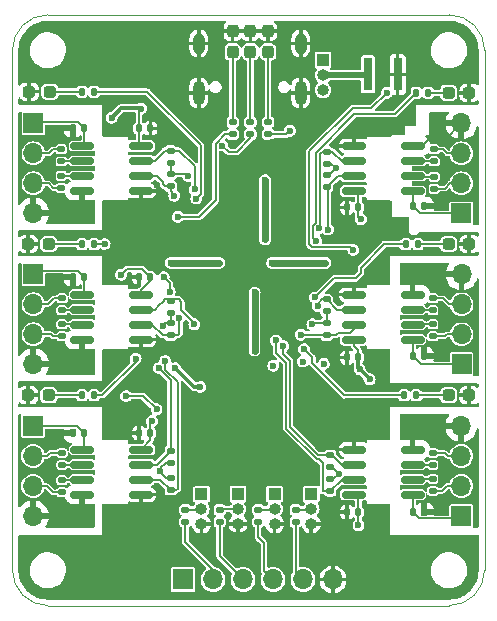
<source format=gbr>
%TF.GenerationSoftware,KiCad,Pcbnew,7.0.7*%
%TF.CreationDate,2024-09-17T12:02:14+01:00*%
%TF.ProjectId,Ponder,506f6e64-6572-42e6-9b69-6361645f7063,1.0*%
%TF.SameCoordinates,Original*%
%TF.FileFunction,Copper,L2,Bot*%
%TF.FilePolarity,Positive*%
%FSLAX46Y46*%
G04 Gerber Fmt 4.6, Leading zero omitted, Abs format (unit mm)*
G04 Created by KiCad (PCBNEW 7.0.7) date 2024-09-17 12:02:14*
%MOMM*%
%LPD*%
G01*
G04 APERTURE LIST*
G04 Aperture macros list*
%AMRoundRect*
0 Rectangle with rounded corners*
0 $1 Rounding radius*
0 $2 $3 $4 $5 $6 $7 $8 $9 X,Y pos of 4 corners*
0 Add a 4 corners polygon primitive as box body*
4,1,4,$2,$3,$4,$5,$6,$7,$8,$9,$2,$3,0*
0 Add four circle primitives for the rounded corners*
1,1,$1+$1,$2,$3*
1,1,$1+$1,$4,$5*
1,1,$1+$1,$6,$7*
1,1,$1+$1,$8,$9*
0 Add four rect primitives between the rounded corners*
20,1,$1+$1,$2,$3,$4,$5,0*
20,1,$1+$1,$4,$5,$6,$7,0*
20,1,$1+$1,$6,$7,$8,$9,0*
20,1,$1+$1,$8,$9,$2,$3,0*%
G04 Aperture macros list end*
%TA.AperFunction,ComponentPad*%
%ADD10O,1.000000X2.100000*%
%TD*%
%TA.AperFunction,ComponentPad*%
%ADD11O,1.000000X1.800000*%
%TD*%
%TA.AperFunction,ComponentPad*%
%ADD12C,0.600000*%
%TD*%
%TA.AperFunction,ComponentPad*%
%ADD13R,1.700000X1.700000*%
%TD*%
%TA.AperFunction,ComponentPad*%
%ADD14O,1.700000X1.700000*%
%TD*%
%TA.AperFunction,ComponentPad*%
%ADD15R,1.000000X1.000000*%
%TD*%
%TA.AperFunction,ComponentPad*%
%ADD16O,1.000000X1.000000*%
%TD*%
%TA.AperFunction,SMDPad,CuDef*%
%ADD17RoundRect,0.135000X-0.185000X0.135000X-0.185000X-0.135000X0.185000X-0.135000X0.185000X0.135000X0*%
%TD*%
%TA.AperFunction,SMDPad,CuDef*%
%ADD18RoundRect,0.237500X-0.287500X-0.237500X0.287500X-0.237500X0.287500X0.237500X-0.287500X0.237500X0*%
%TD*%
%TA.AperFunction,SMDPad,CuDef*%
%ADD19RoundRect,0.140000X0.140000X0.170000X-0.140000X0.170000X-0.140000X-0.170000X0.140000X-0.170000X0*%
%TD*%
%TA.AperFunction,SMDPad,CuDef*%
%ADD20RoundRect,0.135000X0.185000X-0.135000X0.185000X0.135000X-0.185000X0.135000X-0.185000X-0.135000X0*%
%TD*%
%TA.AperFunction,SMDPad,CuDef*%
%ADD21RoundRect,0.150000X0.825000X0.150000X-0.825000X0.150000X-0.825000X-0.150000X0.825000X-0.150000X0*%
%TD*%
%TA.AperFunction,SMDPad,CuDef*%
%ADD22RoundRect,0.135000X-0.135000X-0.185000X0.135000X-0.185000X0.135000X0.185000X-0.135000X0.185000X0*%
%TD*%
%TA.AperFunction,SMDPad,CuDef*%
%ADD23RoundRect,0.237500X0.287500X0.237500X-0.287500X0.237500X-0.287500X-0.237500X0.287500X-0.237500X0*%
%TD*%
%TA.AperFunction,SMDPad,CuDef*%
%ADD24RoundRect,0.140000X-0.140000X-0.170000X0.140000X-0.170000X0.140000X0.170000X-0.140000X0.170000X0*%
%TD*%
%TA.AperFunction,SMDPad,CuDef*%
%ADD25RoundRect,0.150000X-0.825000X-0.150000X0.825000X-0.150000X0.825000X0.150000X-0.825000X0.150000X0*%
%TD*%
%TA.AperFunction,SMDPad,CuDef*%
%ADD26RoundRect,0.135000X0.135000X0.185000X-0.135000X0.185000X-0.135000X-0.185000X0.135000X-0.185000X0*%
%TD*%
%TA.AperFunction,SMDPad,CuDef*%
%ADD27RoundRect,0.237500X-0.237500X0.287500X-0.237500X-0.287500X0.237500X-0.287500X0.237500X0.287500X0*%
%TD*%
%TA.AperFunction,SMDPad,CuDef*%
%ADD28R,0.780000X2.835000*%
%TD*%
%TA.AperFunction,SMDPad,CuDef*%
%ADD29R,0.740000X2.835000*%
%TD*%
%TA.AperFunction,ViaPad*%
%ADD30C,0.600000*%
%TD*%
%TA.AperFunction,Conductor*%
%ADD31C,0.150000*%
%TD*%
%TA.AperFunction,Conductor*%
%ADD32C,0.300000*%
%TD*%
%TA.AperFunction,Conductor*%
%ADD33C,0.600000*%
%TD*%
%TA.AperFunction,Conductor*%
%ADD34C,0.500000*%
%TD*%
%TA.AperFunction,Profile*%
%ADD35C,0.100000*%
%TD*%
G04 APERTURE END LIST*
D10*
%TO.P,J1,S1,SHIELD*%
%TO.N,GND*%
X145020000Y-79605000D03*
D11*
X145020000Y-75425000D03*
D10*
X136380000Y-79605000D03*
D11*
X136380000Y-75425000D03*
%TD*%
D12*
%TO.P,U3,81,GND*%
%TO.N,GND*%
X139166667Y-93066667D03*
X139166667Y-94200000D03*
X139166667Y-95333333D03*
X140300000Y-93066667D03*
X140300000Y-94200000D03*
X140300000Y-95333333D03*
X141433333Y-93066667D03*
X141433333Y-94200000D03*
X141433333Y-95333333D03*
%TD*%
D13*
%TO.P,J8,1,Pin_1*%
%TO.N,+3V3*%
X135040000Y-120800000D03*
D14*
%TO.P,J8,2,Pin_2*%
%TO.N,/RP_SPI1-MISO_I2C0-SDA*%
X137580000Y-120800000D03*
%TO.P,J8,3,Pin_3*%
%TO.N,/RP_SPI1-CSn_I2C0-SCL*%
X140120000Y-120800000D03*
%TO.P,J8,4,Pin_4*%
%TO.N,/RP_SPI1-SCK_I2C1-SDA*%
X142660000Y-120800000D03*
%TO.P,J8,5,Pin_5*%
%TO.N,/RP_SPI1-MOSI_I2C1-SCL*%
X145200000Y-120800000D03*
%TO.P,J8,6,Pin_6*%
%TO.N,GND*%
X147740000Y-120800000D03*
%TD*%
D15*
%TO.P,J12,1,Pin_1*%
%TO.N,+3V3*%
X136600000Y-113580000D03*
D16*
%TO.P,J12,2,Pin_2*%
%TO.N,Net-(J12-Pin_2)*%
X136600000Y-114850000D03*
%TO.P,J12,3,Pin_3*%
%TO.N,GND*%
X136600000Y-116120000D03*
%TD*%
D15*
%TO.P,J14,1,Pin_1*%
%TO.N,+3V3*%
X142800000Y-113560000D03*
D16*
%TO.P,J14,2,Pin_2*%
%TO.N,Net-(J14-Pin_2)*%
X142800000Y-114830000D03*
%TO.P,J14,3,Pin_3*%
%TO.N,GND*%
X142800000Y-116100000D03*
%TD*%
D15*
%TO.P,J13,1,Pin_1*%
%TO.N,+3V3*%
X139700000Y-113550000D03*
D16*
%TO.P,J13,2,Pin_2*%
%TO.N,Net-(J13-Pin_2)*%
X139700000Y-114820000D03*
%TO.P,J13,3,Pin_3*%
%TO.N,GND*%
X139700000Y-116090000D03*
%TD*%
D15*
%TO.P,J15,1,Pin_1*%
%TO.N,+3V3*%
X145900000Y-113560000D03*
D16*
%TO.P,J15,2,Pin_2*%
%TO.N,Net-(J15-Pin_2)*%
X145900000Y-114830000D03*
%TO.P,J15,3,Pin_3*%
%TO.N,GND*%
X145900000Y-116100000D03*
%TD*%
D17*
%TO.P,R14,1*%
%TO.N,Net-(J4-Pin_2)*%
X124800000Y-110090000D03*
%TO.P,R14,2*%
%TO.N,/DUT2_TX*%
X124800000Y-111110000D03*
%TD*%
D18*
%TO.P,D1,1,K*%
%TO.N,GND*%
X122025000Y-79500000D03*
%TO.P,D1,2,A*%
%TO.N,Net-(D1-A)*%
X123775000Y-79500000D03*
%TD*%
D19*
%TO.P,C29,1*%
%TO.N,+3V3*%
X149880000Y-101995000D03*
%TO.P,C29,2*%
%TO.N,GND*%
X148920000Y-101995000D03*
%TD*%
D20*
%TO.P,R38,1*%
%TO.N,+3V3*%
X147200000Y-85600000D03*
%TO.P,R38,2*%
%TO.N,/RP_UART5_TX*%
X147200000Y-84580000D03*
%TD*%
D21*
%TO.P,U4,1,VDD1*%
%TO.N,+3V3*%
X131475000Y-84095000D03*
%TO.P,U4,2,VOA*%
%TO.N,/RP_UART0_RX*%
X131475000Y-85365000D03*
%TO.P,U4,3,VIB*%
%TO.N,/RP_UART0_TX*%
X131475000Y-86635000D03*
%TO.P,U4,4,GND1*%
%TO.N,GND*%
X131475000Y-87905000D03*
%TO.P,U4,5,GND2*%
%TO.N,/DUT0_GND*%
X126525000Y-87905000D03*
%TO.P,U4,6,VOB*%
%TO.N,/DUT0_RX*%
X126525000Y-86635000D03*
%TO.P,U4,7,VIA*%
%TO.N,/DUT0_TX*%
X126525000Y-85365000D03*
%TO.P,U4,8,VDD2*%
%TO.N,/DUT0_VCC*%
X126525000Y-84095000D03*
%TD*%
D19*
%TO.P,C30,1*%
%TO.N,+3V3*%
X149880000Y-89295000D03*
%TO.P,C30,2*%
%TO.N,GND*%
X148920000Y-89295000D03*
%TD*%
%TO.P,C22,1*%
%TO.N,/DUT0_VCC*%
X126680000Y-82600000D03*
%TO.P,C22,2*%
%TO.N,/DUT0_GND*%
X125720000Y-82600000D03*
%TD*%
D20*
%TO.P,R42,1*%
%TO.N,VBUS*%
X142250000Y-83110000D03*
%TO.P,R42,2*%
%TO.N,Net-(D9-A)*%
X142250000Y-82090000D03*
%TD*%
D22*
%TO.P,R34,1*%
%TO.N,/RP_UART4_LED*%
X153890000Y-92400000D03*
%TO.P,R34,2*%
%TO.N,Net-(D5-A)*%
X154910000Y-92400000D03*
%TD*%
D20*
%TO.P,R11,1*%
%TO.N,Net-(J2-Pin_3)*%
X124750000Y-87650000D03*
%TO.P,R11,2*%
%TO.N,/DUT0_RX*%
X124750000Y-86630000D03*
%TD*%
D17*
%TO.P,R33,1*%
%TO.N,+3V3*%
X147500000Y-112290000D03*
%TO.P,R33,2*%
%TO.N,/RP_UART3_RX*%
X147500000Y-113310000D03*
%TD*%
%TO.P,R26,1*%
%TO.N,+3V3*%
X134000000Y-99090000D03*
%TO.P,R26,2*%
%TO.N,/RP_UART1_TX*%
X134000000Y-100110000D03*
%TD*%
D19*
%TO.P,C27,1*%
%TO.N,/DUT2_VCC*%
X126680000Y-108400000D03*
%TO.P,C27,2*%
%TO.N,/DUT2_GND*%
X125720000Y-108400000D03*
%TD*%
D17*
%TO.P,R21,1*%
%TO.N,Net-(J7-Pin_3)*%
X156300000Y-84385000D03*
%TO.P,R21,2*%
%TO.N,/DUT5_RX*%
X156300000Y-85405000D03*
%TD*%
%TO.P,R47,1*%
%TO.N,Net-(J12-Pin_2)*%
X135250000Y-114890000D03*
%TO.P,R47,2*%
%TO.N,/RP_SPI1-MISO_I2C0-SDA*%
X135250000Y-115910000D03*
%TD*%
%TO.P,R48,1*%
%TO.N,Net-(J13-Pin_2)*%
X138150000Y-114890000D03*
%TO.P,R48,2*%
%TO.N,/RP_SPI1-CSn_I2C0-SCL*%
X138150000Y-115910000D03*
%TD*%
D23*
%TO.P,D4,1,K*%
%TO.N,GND*%
X159275000Y-105200000D03*
%TO.P,D4,2,A*%
%TO.N,Net-(D4-A)*%
X157525000Y-105200000D03*
%TD*%
D21*
%TO.P,U5,1,VDD1*%
%TO.N,+3V3*%
X131475000Y-96690000D03*
%TO.P,U5,2,VOA*%
%TO.N,/RP_UART1_RX*%
X131475000Y-97960000D03*
%TO.P,U5,3,VIB*%
%TO.N,/RP_UART1_TX*%
X131475000Y-99230000D03*
%TO.P,U5,4,GND1*%
%TO.N,GND*%
X131475000Y-100500000D03*
%TO.P,U5,5,GND2*%
%TO.N,/DUT1_GND*%
X126525000Y-100500000D03*
%TO.P,U5,6,VOB*%
%TO.N,/DUT1_RX*%
X126525000Y-99230000D03*
%TO.P,U5,7,VIA*%
%TO.N,/DUT1_TX*%
X126525000Y-97960000D03*
%TO.P,U5,8,VDD2*%
%TO.N,/DUT1_VCC*%
X126525000Y-96690000D03*
%TD*%
D17*
%TO.P,R37,1*%
%TO.N,+3V3*%
X147200000Y-99090000D03*
%TO.P,R37,2*%
%TO.N,/RP_UART4_RX*%
X147200000Y-100110000D03*
%TD*%
D24*
%TO.P,C28,1*%
%TO.N,/DUT3_VCC*%
X154520000Y-115100000D03*
%TO.P,C28,2*%
%TO.N,/DUT3_GND*%
X155480000Y-115100000D03*
%TD*%
D17*
%TO.P,R23,1*%
%TO.N,+3V3*%
X134000000Y-86490000D03*
%TO.P,R23,2*%
%TO.N,/RP_UART0_TX*%
X134000000Y-87510000D03*
%TD*%
%TO.P,R19,1*%
%TO.N,Net-(J6-Pin_3)*%
X156200000Y-96990000D03*
%TO.P,R19,2*%
%TO.N,/DUT4_RX*%
X156200000Y-98010000D03*
%TD*%
D20*
%TO.P,R27,1*%
%TO.N,+3V3*%
X134000000Y-98210000D03*
%TO.P,R27,2*%
%TO.N,/RP_UART1_RX*%
X134000000Y-97190000D03*
%TD*%
%TO.P,R18,1*%
%TO.N,Net-(J6-Pin_2)*%
X156200000Y-100210000D03*
%TO.P,R18,2*%
%TO.N,/DUT4_TX*%
X156200000Y-99190000D03*
%TD*%
D17*
%TO.P,R10,1*%
%TO.N,Net-(J2-Pin_2)*%
X124750000Y-84390000D03*
%TO.P,R10,2*%
%TO.N,/DUT0_TX*%
X124750000Y-85410000D03*
%TD*%
D22*
%TO.P,R35,1*%
%TO.N,/RP_UART5_LED*%
X154790000Y-79600000D03*
%TO.P,R35,2*%
%TO.N,Net-(D6-A)*%
X155810000Y-79600000D03*
%TD*%
D20*
%TO.P,R30,1*%
%TO.N,+3V3*%
X134000000Y-110910000D03*
%TO.P,R30,2*%
%TO.N,/RP_UART2_RX*%
X134000000Y-109890000D03*
%TD*%
%TO.P,R40,1*%
%TO.N,/RP_PWR_LED*%
X139250000Y-83110000D03*
%TO.P,R40,2*%
%TO.N,Net-(D7-A)*%
X139250000Y-82090000D03*
%TD*%
D25*
%TO.P,U9,1,VDD1*%
%TO.N,+3V3*%
X149525000Y-87905000D03*
%TO.P,U9,2,VOA*%
%TO.N,/RP_UART5_RX*%
X149525000Y-86635000D03*
%TO.P,U9,3,VIB*%
%TO.N,/RP_UART5_TX*%
X149525000Y-85365000D03*
%TO.P,U9,4,GND1*%
%TO.N,GND*%
X149525000Y-84095000D03*
%TO.P,U9,5,GND2*%
%TO.N,/DUT5_GND*%
X154475000Y-84095000D03*
%TO.P,U9,6,VOB*%
%TO.N,/DUT5_RX*%
X154475000Y-85365000D03*
%TO.P,U9,7,VIA*%
%TO.N,/DUT5_TX*%
X154475000Y-86635000D03*
%TO.P,U9,8,VDD2*%
%TO.N,/DUT5_VCC*%
X154475000Y-87905000D03*
%TD*%
D20*
%TO.P,R32,1*%
%TO.N,+3V3*%
X147500000Y-111310000D03*
%TO.P,R32,2*%
%TO.N,/RP_UART3_TX*%
X147500000Y-110290000D03*
%TD*%
%TO.P,R15,1*%
%TO.N,Net-(J4-Pin_3)*%
X124800000Y-113415000D03*
%TO.P,R15,2*%
%TO.N,/DUT2_RX*%
X124800000Y-112395000D03*
%TD*%
D17*
%TO.P,R39,1*%
%TO.N,+3V3*%
X147200000Y-86580000D03*
%TO.P,R39,2*%
%TO.N,/RP_UART5_RX*%
X147200000Y-87600000D03*
%TD*%
D13*
%TO.P,J6,1,Pin_1*%
%TO.N,/DUT4_VCC*%
X158625000Y-102580000D03*
D14*
%TO.P,J6,2,Pin_2*%
%TO.N,Net-(J6-Pin_2)*%
X158625000Y-100040000D03*
%TO.P,J6,3,Pin_3*%
%TO.N,Net-(J6-Pin_3)*%
X158625000Y-97500000D03*
%TO.P,J6,4,Pin_4*%
%TO.N,/DUT4_GND*%
X158625000Y-94960000D03*
%TD*%
D18*
%TO.P,D3,1,K*%
%TO.N,GND*%
X121925000Y-105200000D03*
%TO.P,D3,2,A*%
%TO.N,Net-(D3-A)*%
X123675000Y-105200000D03*
%TD*%
D19*
%TO.P,C24,1*%
%TO.N,/DUT1_VCC*%
X126680000Y-95200000D03*
%TO.P,C24,2*%
%TO.N,/DUT1_GND*%
X125720000Y-95200000D03*
%TD*%
D24*
%TO.P,C31,1*%
%TO.N,/DUT4_VCC*%
X154520000Y-101900000D03*
%TO.P,C31,2*%
%TO.N,/DUT4_GND*%
X155480000Y-101900000D03*
%TD*%
D17*
%TO.P,R46,1*%
%TO.N,Net-(J14-Pin_2)*%
X141400000Y-114890000D03*
%TO.P,R46,2*%
%TO.N,/RP_SPI1-SCK_I2C1-SDA*%
X141400000Y-115910000D03*
%TD*%
D26*
%TO.P,R25,1*%
%TO.N,/RP_UART1_LED*%
X127510000Y-92400000D03*
%TO.P,R25,2*%
%TO.N,Net-(D2-A)*%
X126490000Y-92400000D03*
%TD*%
D27*
%TO.P,D9,1,K*%
%TO.N,GND*%
X142250000Y-74375000D03*
%TO.P,D9,2,A*%
%TO.N,Net-(D9-A)*%
X142250000Y-76125000D03*
%TD*%
D25*
%TO.P,U7,1,VDD1*%
%TO.N,+3V3*%
X149525000Y-113610000D03*
%TO.P,U7,2,VOA*%
%TO.N,/RP_UART3_RX*%
X149525000Y-112340000D03*
%TO.P,U7,3,VIB*%
%TO.N,/RP_UART3_TX*%
X149525000Y-111070000D03*
%TO.P,U7,4,GND1*%
%TO.N,GND*%
X149525000Y-109800000D03*
%TO.P,U7,5,GND2*%
%TO.N,/DUT3_GND*%
X154475000Y-109800000D03*
%TO.P,U7,6,VOB*%
%TO.N,/DUT3_RX*%
X154475000Y-111070000D03*
%TO.P,U7,7,VIA*%
%TO.N,/DUT3_TX*%
X154475000Y-112340000D03*
%TO.P,U7,8,VDD2*%
%TO.N,/DUT3_VCC*%
X154475000Y-113610000D03*
%TD*%
D20*
%TO.P,R36,1*%
%TO.N,+3V3*%
X147200000Y-98110000D03*
%TO.P,R36,2*%
%TO.N,/RP_UART4_TX*%
X147200000Y-97090000D03*
%TD*%
D27*
%TO.P,D7,1,K*%
%TO.N,GND*%
X139250000Y-74375000D03*
%TO.P,D7,2,A*%
%TO.N,Net-(D7-A)*%
X139250000Y-76125000D03*
%TD*%
D24*
%TO.P,C21,1*%
%TO.N,+3V3*%
X131320000Y-82600000D03*
%TO.P,C21,2*%
%TO.N,GND*%
X132280000Y-82600000D03*
%TD*%
D17*
%TO.P,R29,1*%
%TO.N,+3V3*%
X134000000Y-112200000D03*
%TO.P,R29,2*%
%TO.N,/RP_UART2_TX*%
X134000000Y-113220000D03*
%TD*%
D19*
%TO.P,C26,1*%
%TO.N,+3V3*%
X149880000Y-115100000D03*
%TO.P,C26,2*%
%TO.N,GND*%
X148920000Y-115100000D03*
%TD*%
D13*
%TO.P,J2,1,Pin_1*%
%TO.N,/DUT0_VCC*%
X122375000Y-82175000D03*
D14*
%TO.P,J2,2,Pin_2*%
%TO.N,Net-(J2-Pin_2)*%
X122375000Y-84715000D03*
%TO.P,J2,3,Pin_3*%
%TO.N,Net-(J2-Pin_3)*%
X122375000Y-87255000D03*
%TO.P,J2,4,Pin_4*%
%TO.N,/DUT0_GND*%
X122375000Y-89795000D03*
%TD*%
D13*
%TO.P,J7,1,Pin_1*%
%TO.N,/DUT5_VCC*%
X158600000Y-89800000D03*
D14*
%TO.P,J7,2,Pin_2*%
%TO.N,Net-(J7-Pin_2)*%
X158600000Y-87260000D03*
%TO.P,J7,3,Pin_3*%
%TO.N,Net-(J7-Pin_3)*%
X158600000Y-84720000D03*
%TO.P,J7,4,Pin_4*%
%TO.N,/DUT5_GND*%
X158600000Y-82180000D03*
%TD*%
D25*
%TO.P,U8,1,VDD1*%
%TO.N,+3V3*%
X149525000Y-100500000D03*
%TO.P,U8,2,VOA*%
%TO.N,/RP_UART4_RX*%
X149525000Y-99230000D03*
%TO.P,U8,3,VIB*%
%TO.N,/RP_UART4_TX*%
X149525000Y-97960000D03*
%TO.P,U8,4,GND1*%
%TO.N,GND*%
X149525000Y-96690000D03*
%TO.P,U8,5,GND2*%
%TO.N,/DUT4_GND*%
X154475000Y-96690000D03*
%TO.P,U8,6,VOB*%
%TO.N,/DUT4_RX*%
X154475000Y-97960000D03*
%TO.P,U8,7,VIA*%
%TO.N,/DUT4_TX*%
X154475000Y-99230000D03*
%TO.P,U8,8,VDD2*%
%TO.N,/DUT4_VCC*%
X154475000Y-100500000D03*
%TD*%
D28*
%TO.P,J10,1,Pin_1*%
%TO.N,GND*%
X153220000Y-78032500D03*
D29*
%TO.P,J10,2,Pin_2*%
%TO.N,/VOUT1_SELECT*%
X150700000Y-78032500D03*
%TD*%
D20*
%TO.P,R16,1*%
%TO.N,Net-(J5-Pin_2)*%
X156200000Y-113310000D03*
%TO.P,R16,2*%
%TO.N,/DUT3_TX*%
X156200000Y-112290000D03*
%TD*%
%TO.P,R13,1*%
%TO.N,Net-(J3-Pin_3)*%
X124800000Y-100210000D03*
%TO.P,R13,2*%
%TO.N,/DUT1_RX*%
X124800000Y-99190000D03*
%TD*%
D27*
%TO.P,D8,1,K*%
%TO.N,GND*%
X140750000Y-74375000D03*
%TO.P,D8,2,A*%
%TO.N,Net-(D8-A)*%
X140750000Y-76125000D03*
%TD*%
D22*
%TO.P,R31,1*%
%TO.N,/RP_UART3_LED*%
X153780000Y-105200000D03*
%TO.P,R31,2*%
%TO.N,Net-(D4-A)*%
X154800000Y-105200000D03*
%TD*%
D17*
%TO.P,R17,1*%
%TO.N,Net-(J5-Pin_3)*%
X156200000Y-110090000D03*
%TO.P,R17,2*%
%TO.N,/DUT3_RX*%
X156200000Y-111110000D03*
%TD*%
D18*
%TO.P,D2,1,K*%
%TO.N,GND*%
X121925000Y-92400000D03*
%TO.P,D2,2,A*%
%TO.N,Net-(D2-A)*%
X123675000Y-92400000D03*
%TD*%
D17*
%TO.P,R12,1*%
%TO.N,Net-(J3-Pin_2)*%
X124800000Y-96990000D03*
%TO.P,R12,2*%
%TO.N,/DUT1_TX*%
X124800000Y-98010000D03*
%TD*%
D13*
%TO.P,J3,1,Pin_1*%
%TO.N,/DUT1_VCC*%
X122375000Y-94950000D03*
D14*
%TO.P,J3,2,Pin_2*%
%TO.N,Net-(J3-Pin_2)*%
X122375000Y-97490000D03*
%TO.P,J3,3,Pin_3*%
%TO.N,Net-(J3-Pin_3)*%
X122375000Y-100030000D03*
%TO.P,J3,4,Pin_4*%
%TO.N,/DUT1_GND*%
X122375000Y-102570000D03*
%TD*%
D23*
%TO.P,D6,1,K*%
%TO.N,GND*%
X159275000Y-79600000D03*
%TO.P,D6,2,A*%
%TO.N,Net-(D6-A)*%
X157525000Y-79600000D03*
%TD*%
%TO.P,D5,1,K*%
%TO.N,GND*%
X159275000Y-92400000D03*
%TO.P,D5,2,A*%
%TO.N,Net-(D5-A)*%
X157525000Y-92400000D03*
%TD*%
D19*
%TO.P,C25,1*%
%TO.N,+3V3*%
X132280000Y-108400000D03*
%TO.P,C25,2*%
%TO.N,GND*%
X131320000Y-108400000D03*
%TD*%
D13*
%TO.P,J5,1,Pin_1*%
%TO.N,/DUT3_VCC*%
X158600000Y-115420000D03*
D14*
%TO.P,J5,2,Pin_2*%
%TO.N,Net-(J5-Pin_2)*%
X158600000Y-112880000D03*
%TO.P,J5,3,Pin_3*%
%TO.N,Net-(J5-Pin_3)*%
X158600000Y-110340000D03*
%TO.P,J5,4,Pin_4*%
%TO.N,/DUT3_GND*%
X158600000Y-107800000D03*
%TD*%
D24*
%TO.P,C32,1*%
%TO.N,/DUT5_VCC*%
X154520000Y-89200000D03*
%TO.P,C32,2*%
%TO.N,/DUT5_GND*%
X155480000Y-89200000D03*
%TD*%
D20*
%TO.P,R20,1*%
%TO.N,Net-(J7-Pin_2)*%
X156300000Y-87710000D03*
%TO.P,R20,2*%
%TO.N,/DUT5_TX*%
X156300000Y-86690000D03*
%TD*%
D15*
%TO.P,J9,1,Pin_1*%
%TO.N,+3V3*%
X146900000Y-76825000D03*
D16*
%TO.P,J9,2,Pin_2*%
%TO.N,/VOUT1_SELECT*%
X146900000Y-78095000D03*
%TO.P,J9,3,Pin_3*%
%TO.N,VBUS*%
X146900000Y-79365000D03*
%TD*%
D21*
%TO.P,U6,1,VDD1*%
%TO.N,+3V3*%
X131475000Y-109800000D03*
%TO.P,U6,2,VOA*%
%TO.N,/RP_UART2_RX*%
X131475000Y-111070000D03*
%TO.P,U6,3,VIB*%
%TO.N,/RP_UART2_TX*%
X131475000Y-112340000D03*
%TO.P,U6,4,GND1*%
%TO.N,GND*%
X131475000Y-113610000D03*
%TO.P,U6,5,GND2*%
%TO.N,/DUT2_GND*%
X126525000Y-113610000D03*
%TO.P,U6,6,VOB*%
%TO.N,/DUT2_RX*%
X126525000Y-112340000D03*
%TO.P,U6,7,VIA*%
%TO.N,/DUT2_TX*%
X126525000Y-111070000D03*
%TO.P,U6,8,VDD2*%
%TO.N,/DUT2_VCC*%
X126525000Y-109800000D03*
%TD*%
D26*
%TO.P,R22,1*%
%TO.N,/RP_UART0_LED*%
X127510000Y-79500000D03*
%TO.P,R22,2*%
%TO.N,Net-(D1-A)*%
X126490000Y-79500000D03*
%TD*%
D20*
%TO.P,R41,1*%
%TO.N,+3V3*%
X140750000Y-83110000D03*
%TO.P,R41,2*%
%TO.N,Net-(D8-A)*%
X140750000Y-82090000D03*
%TD*%
D19*
%TO.P,C23,1*%
%TO.N,+3V3*%
X132280000Y-95200000D03*
%TO.P,C23,2*%
%TO.N,GND*%
X131320000Y-95200000D03*
%TD*%
D17*
%TO.P,R45,1*%
%TO.N,Net-(J15-Pin_2)*%
X144600000Y-114890000D03*
%TO.P,R45,2*%
%TO.N,/RP_SPI1-MOSI_I2C1-SCL*%
X144600000Y-115910000D03*
%TD*%
D26*
%TO.P,R28,1*%
%TO.N,/RP_UART2_LED*%
X127510000Y-105200000D03*
%TO.P,R28,2*%
%TO.N,Net-(D3-A)*%
X126490000Y-105200000D03*
%TD*%
D20*
%TO.P,R24,1*%
%TO.N,+3V3*%
X134000000Y-85510000D03*
%TO.P,R24,2*%
%TO.N,/RP_UART0_RX*%
X134000000Y-84490000D03*
%TD*%
D13*
%TO.P,J4,1,Pin_1*%
%TO.N,/DUT2_VCC*%
X122350000Y-107805000D03*
D14*
%TO.P,J4,2,Pin_2*%
%TO.N,Net-(J4-Pin_2)*%
X122350000Y-110345000D03*
%TO.P,J4,3,Pin_3*%
%TO.N,Net-(J4-Pin_3)*%
X122350000Y-112885000D03*
%TO.P,J4,4,Pin_4*%
%TO.N,/DUT2_GND*%
X122350000Y-115425000D03*
%TD*%
D30*
%TO.N,VBUS*%
X144100000Y-82800000D03*
%TO.N,GND*%
X147980000Y-96480000D03*
X130700000Y-95940500D03*
X132800000Y-87375500D03*
X137600000Y-107400000D03*
X137700000Y-104620000D03*
X134200000Y-83000000D03*
X131080000Y-94000000D03*
X149520000Y-93700000D03*
X154400000Y-82000000D03*
X145000000Y-103600000D03*
X144400000Y-87250000D03*
X144400000Y-87850000D03*
X142900000Y-108600000D03*
X153000000Y-80600000D03*
X153100000Y-91700000D03*
X139300000Y-83900000D03*
X134600000Y-78800000D03*
X141600000Y-103600000D03*
X149520000Y-94700000D03*
X137700000Y-81800000D03*
X131085000Y-91700000D03*
X138100000Y-103600000D03*
X148800000Y-90600000D03*
X142700000Y-83800000D03*
X135200000Y-102600000D03*
X145100000Y-88900000D03*
X144500000Y-81300000D03*
X151600000Y-79000000D03*
X142375000Y-105675000D03*
%TO.N,+3V3*%
X150000000Y-103000000D03*
X138383128Y-84058628D03*
X135485570Y-86624500D03*
X150100000Y-90300000D03*
X134400000Y-102900000D03*
X129000000Y-81700000D03*
X132400000Y-107400000D03*
X136500000Y-104500000D03*
X149900000Y-116200000D03*
X133344906Y-99303151D03*
X133100000Y-111600000D03*
X150850000Y-103850000D03*
X148000000Y-86000000D03*
X146000000Y-99200000D03*
X131470878Y-80929122D03*
X148214638Y-111838112D03*
X129800000Y-95000000D03*
%TO.N,+1V1*%
X142000000Y-87000000D03*
X142000000Y-87600000D03*
X147100000Y-94000000D03*
X142000000Y-92000000D03*
X142600000Y-94000000D03*
X134000000Y-94000000D03*
X141100000Y-96500000D03*
X141100000Y-101420000D03*
X138100000Y-94000000D03*
%TO.N,/SWCLK*%
X142700000Y-102700000D03*
%TO.N,/SWD*%
X145194004Y-102349500D03*
%TO.N,/RUN*%
X149462463Y-92900000D03*
X146950000Y-102550000D03*
X152300000Y-79600000D03*
%TO.N,/RP_UART0_LED*%
X136165680Y-88548380D03*
%TO.N,/RP_UART0_TX*%
X134300000Y-88300000D03*
%TO.N,/RP_UART0_RX*%
X136029122Y-87770878D03*
%TO.N,/RP_UART1_LED*%
X128400000Y-92400000D03*
%TO.N,/RP_UART1_TX*%
X134724500Y-98665674D03*
%TO.N,/RP_UART1_RX*%
X136000000Y-99200000D03*
%TO.N,/RP_UART2_LED*%
X131024500Y-102100000D03*
%TO.N,/RP_UART2_TX*%
X133549000Y-102300000D03*
%TO.N,/RP_UART2_RX*%
X133024500Y-102895896D03*
%TO.N,/RP_UART3_LED*%
X145300000Y-101300000D03*
%TO.N,/RP_UART3_TX*%
X143519268Y-101033954D03*
%TO.N,/RP_UART3_RX*%
X142933010Y-100566990D03*
%TO.N,/RP_UART4_LED*%
X146216926Y-96926497D03*
%TO.N,/RP_UART5_LED*%
X146298788Y-92124500D03*
%TO.N,/RP_UART4_TX*%
X146434755Y-97643647D03*
%TO.N,/RP_UART4_RX*%
X145008628Y-100066872D03*
%TO.N,/RP_UART5_TX*%
X146567447Y-91074309D03*
%TO.N,/RP_UART5_RX*%
X147310588Y-91171758D03*
%TO.N,/RP_PWR_LED*%
X134600000Y-90100000D03*
%TO.N,/GPIO16*%
X132800000Y-106400000D03*
X130229122Y-105270878D03*
%TO.N,/GPIO15*%
X133400000Y-95200000D03*
X133908628Y-96433128D03*
%TD*%
D31*
%TO.N,VBUS*%
X143790000Y-83110000D02*
X144100000Y-82800000D01*
X142250000Y-83110000D02*
X143790000Y-83110000D01*
X144200000Y-82700000D02*
X144100000Y-82800000D01*
%TO.N,+3V3*%
X129800000Y-95000000D02*
X130275000Y-94525000D01*
X133590000Y-110910000D02*
X133100000Y-111400000D01*
X133344906Y-99303151D02*
X133558057Y-99090000D01*
X131320000Y-83940000D02*
X131475000Y-84095000D01*
X140750000Y-83450000D02*
X140750000Y-83110000D01*
D32*
X131470878Y-80929122D02*
X131441756Y-80900000D01*
D31*
X132280000Y-108400000D02*
X132280000Y-108995000D01*
X132400000Y-107400000D02*
X132280000Y-107520000D01*
X138383128Y-84058628D02*
X138924500Y-84600000D01*
X147762750Y-112290000D02*
X147500000Y-112290000D01*
D32*
X136500000Y-104500000D02*
X136000000Y-104500000D01*
X130700000Y-80900000D02*
X129800000Y-80900000D01*
D31*
X148214638Y-111838112D02*
X147686526Y-111310000D01*
X149880000Y-89295000D02*
X149880000Y-88260000D01*
X147200000Y-98110000D02*
X147200000Y-99090000D01*
X131475000Y-96690000D02*
X131475000Y-96325000D01*
X134000000Y-98110000D02*
X134000000Y-99090000D01*
X146110000Y-99090000D02*
X146000000Y-99200000D01*
X138924500Y-84600000D02*
X139600000Y-84600000D01*
D32*
X136000000Y-104500000D02*
X134400000Y-102900000D01*
D31*
X147686526Y-111310000D02*
X147500000Y-111310000D01*
D32*
X149880000Y-102880000D02*
X150000000Y-103000000D01*
D31*
X149880000Y-116180000D02*
X149900000Y-116200000D01*
X131320000Y-82600000D02*
X131320000Y-83940000D01*
X149525000Y-101025000D02*
X149525000Y-100500000D01*
X134000000Y-110910000D02*
X133590000Y-110910000D01*
X149880000Y-115100000D02*
X149880000Y-113965000D01*
X147600000Y-85600000D02*
X148000000Y-86000000D01*
D32*
X131441756Y-80900000D02*
X130700000Y-80900000D01*
D31*
X131605000Y-94525000D02*
X132280000Y-95200000D01*
X148214638Y-111838112D02*
X147762750Y-112290000D01*
X131320000Y-81080000D02*
X131320000Y-82600000D01*
X132280000Y-95520000D02*
X132280000Y-95200000D01*
X149880000Y-101995000D02*
X149880000Y-101380000D01*
X149880000Y-113965000D02*
X149525000Y-113610000D01*
X149880000Y-90080000D02*
X150100000Y-90300000D01*
X149880000Y-115100000D02*
X149880000Y-116180000D01*
X147200000Y-85600000D02*
X147600000Y-85600000D01*
X134000000Y-112200000D02*
X133600000Y-112200000D01*
X132280000Y-108995000D02*
X131475000Y-109800000D01*
X132280000Y-107520000D02*
X132280000Y-108400000D01*
X147420000Y-86580000D02*
X148000000Y-86000000D01*
X147200000Y-86580000D02*
X147420000Y-86580000D01*
X130275000Y-94525000D02*
X131605000Y-94525000D01*
X139600000Y-84600000D02*
X140750000Y-83450000D01*
X133558057Y-99090000D02*
X134000000Y-99090000D01*
X131475000Y-96325000D02*
X132280000Y-95520000D01*
X149880000Y-101380000D02*
X149525000Y-101025000D01*
X131475000Y-96690000D02*
X132405754Y-96690000D01*
D32*
X150000000Y-103000000D02*
X150850000Y-103850000D01*
X129800000Y-80900000D02*
X129000000Y-81700000D01*
X149880000Y-101995000D02*
X149880000Y-102880000D01*
D31*
X149880000Y-89295000D02*
X149880000Y-90080000D01*
X134000000Y-85510000D02*
X134000000Y-86490000D01*
X135485570Y-86624500D02*
X135351070Y-86490000D01*
X147200000Y-99090000D02*
X146110000Y-99090000D01*
X131470878Y-80929122D02*
X131320000Y-81080000D01*
X133100000Y-111700000D02*
X133100000Y-111600000D01*
X133100000Y-111400000D02*
X133100000Y-111600000D01*
X133600000Y-112200000D02*
X133100000Y-111700000D01*
X149880000Y-88260000D02*
X149525000Y-87905000D01*
X135351070Y-86490000D02*
X134000000Y-86490000D01*
D33*
%TO.N,+1V1*%
X134000000Y-94000000D02*
X138100000Y-94000000D01*
X142600000Y-94000000D02*
X147100000Y-94000000D01*
X142000000Y-87000000D02*
X142000000Y-92000000D01*
X141100000Y-96500000D02*
X141100000Y-101420000D01*
D31*
%TO.N,/RUN*%
X149400000Y-80900000D02*
X151000000Y-80900000D01*
X149462463Y-92900000D02*
X149211963Y-92649500D01*
X145742447Y-84557553D02*
X149400000Y-80900000D01*
X149211963Y-92649500D02*
X145966019Y-92649500D01*
X151000000Y-80900000D02*
X152300000Y-79600000D01*
X145966019Y-92649500D02*
X145742447Y-92425928D01*
X145742447Y-92425928D02*
X145742447Y-84557553D01*
%TO.N,/RP_SPI1-MISO_I2C0-SDA*%
X135250000Y-115910000D02*
X135250000Y-117650000D01*
X137580000Y-119980000D02*
X137580000Y-120800000D01*
X135250000Y-117650000D02*
X137580000Y-119980000D01*
%TO.N,/RP_SPI1-CSn_I2C0-SCL*%
X138150000Y-115910000D02*
X138150000Y-118830000D01*
X138150000Y-118830000D02*
X140120000Y-120800000D01*
%TO.N,/RP_SPI1-SCK_I2C1-SDA*%
X141400000Y-115910000D02*
X141400000Y-117200000D01*
X141910000Y-117710000D02*
X141910000Y-120050000D01*
X141400000Y-117200000D02*
X141910000Y-117710000D01*
X141910000Y-120050000D02*
X142660000Y-120800000D01*
%TO.N,/RP_SPI1-MOSI_I2C1-SCL*%
X144600000Y-115910000D02*
X144600000Y-120200000D01*
X144600000Y-120200000D02*
X145200000Y-120800000D01*
%TO.N,/RP_UART0_LED*%
X136554122Y-88159938D02*
X136554122Y-84054122D01*
X132000000Y-79500000D02*
X127510000Y-79500000D01*
X136554122Y-84054122D02*
X132000000Y-79500000D01*
X136165680Y-88548380D02*
X136554122Y-88159938D01*
%TO.N,/RP_UART0_TX*%
X134000000Y-87900000D02*
X134000000Y-87510000D01*
X133325000Y-87158037D02*
X132801963Y-86635000D01*
X134100000Y-88100000D02*
X134100000Y-88000000D01*
X133510000Y-87510000D02*
X133325000Y-87325000D01*
X133325000Y-87325000D02*
X133325000Y-87158037D01*
X134100000Y-88000000D02*
X134000000Y-87900000D01*
X134000000Y-87510000D02*
X133510000Y-87510000D01*
X132801963Y-86635000D02*
X131475000Y-86635000D01*
X134300000Y-88300000D02*
X134100000Y-88100000D01*
%TO.N,/RP_UART0_RX*%
X136029122Y-85829122D02*
X134690000Y-84490000D01*
X133510000Y-84490000D02*
X132635000Y-85365000D01*
X134000000Y-84490000D02*
X133510000Y-84490000D01*
X134690000Y-84490000D02*
X134000000Y-84490000D01*
X132635000Y-85365000D02*
X131475000Y-85365000D01*
X136029122Y-87770878D02*
X136029122Y-85829122D01*
%TO.N,/RP_UART1_LED*%
X128400000Y-92400000D02*
X127510000Y-92400000D01*
%TO.N,/RP_UART1_TX*%
X134724500Y-98665674D02*
X134724500Y-99975500D01*
X134590000Y-100110000D02*
X134000000Y-100110000D01*
X133310000Y-100110000D02*
X132430000Y-99230000D01*
X134724500Y-99975500D02*
X134590000Y-100110000D01*
X134000000Y-100110000D02*
X133310000Y-100110000D01*
X132430000Y-99230000D02*
X131475000Y-99230000D01*
%TO.N,/RP_UART1_RX*%
X134900000Y-98000000D02*
X134900000Y-97300000D01*
X134000000Y-97090000D02*
X133510000Y-97090000D01*
X133510000Y-97090000D02*
X133316254Y-97283746D01*
X136000000Y-99200000D02*
X136000000Y-99100000D01*
X132999500Y-97600500D02*
X132640000Y-97960000D01*
X133316254Y-97292963D02*
X133008717Y-97600500D01*
X133316254Y-97283746D02*
X133316254Y-97292963D01*
X134900000Y-97300000D02*
X134690000Y-97090000D01*
X136000000Y-99100000D02*
X134900000Y-98000000D01*
X134690000Y-97090000D02*
X134000000Y-97090000D01*
X132640000Y-97960000D02*
X131475000Y-97960000D01*
X133008717Y-97600500D02*
X132999500Y-97600500D01*
%TO.N,/RP_UART2_LED*%
X131024500Y-102100000D02*
X131024500Y-102375500D01*
X131024500Y-102375500D02*
X128200000Y-105200000D01*
X128200000Y-105200000D02*
X127510000Y-105200000D01*
%TO.N,/RP_UART2_TX*%
X133549000Y-103024736D02*
X134600000Y-104075736D01*
X133549000Y-102300000D02*
X133549000Y-103024736D01*
X134480000Y-113220000D02*
X134000000Y-113220000D01*
X134000000Y-113220000D02*
X133120000Y-112340000D01*
X133120000Y-112340000D02*
X131475000Y-112340000D01*
X134600000Y-113100000D02*
X134480000Y-113220000D01*
X134600000Y-104075736D02*
X134600000Y-113100000D01*
%TO.N,/RP_UART2_RX*%
X134000000Y-103900000D02*
X134000000Y-109890000D01*
X134000000Y-109890000D02*
X132820000Y-111070000D01*
X132820000Y-111070000D02*
X131475000Y-111070000D01*
X133024500Y-102895896D02*
X133024500Y-102924500D01*
X133024500Y-102924500D02*
X134000000Y-103900000D01*
%TO.N,/RP_UART3_LED*%
X146000000Y-102500000D02*
X148700000Y-105200000D01*
X146000000Y-102000000D02*
X146000000Y-102500000D01*
X148700000Y-105200000D02*
X153780000Y-105200000D01*
X145300000Y-101300000D02*
X146000000Y-102000000D01*
%TO.N,/RP_UART3_TX*%
X143519268Y-101719268D02*
X144100000Y-102300000D01*
X146490000Y-110290000D02*
X147200000Y-110290000D01*
X148470000Y-111070000D02*
X149525000Y-111070000D01*
X144100000Y-102300000D02*
X144100000Y-107900000D01*
X144100000Y-107900000D02*
X146490000Y-110290000D01*
X147690000Y-110290000D02*
X148470000Y-111070000D01*
X143519268Y-101033954D02*
X143519268Y-101719268D01*
X147200000Y-110290000D02*
X147690000Y-110290000D01*
%TO.N,/RP_UART3_RX*%
X147500000Y-113310000D02*
X148470000Y-112340000D01*
X143800000Y-108024264D02*
X146400000Y-110624264D01*
X142933010Y-101633010D02*
X143800000Y-102500000D01*
X146400000Y-110624264D02*
X146574264Y-110624264D01*
X142933010Y-100566990D02*
X142933010Y-101633010D01*
X146900000Y-110950000D02*
X146900000Y-113300000D01*
X143800000Y-102500000D02*
X143800000Y-108024264D01*
X147490000Y-113300000D02*
X147500000Y-113310000D01*
X148470000Y-112340000D02*
X149525000Y-112340000D01*
X146900000Y-113300000D02*
X147490000Y-113300000D01*
X146574264Y-110624264D02*
X146900000Y-110950000D01*
%TO.N,/RP_UART4_LED*%
X150100000Y-94862463D02*
X150100000Y-94400000D01*
X149662463Y-95300000D02*
X150100000Y-94862463D01*
X146216926Y-96926497D02*
X147843423Y-95300000D01*
X152100000Y-92400000D02*
X153890000Y-92400000D01*
X147843423Y-95300000D02*
X149662463Y-95300000D01*
X150100000Y-94400000D02*
X152100000Y-92400000D01*
%TO.N,/RP_UART5_LED*%
X146042447Y-91868159D02*
X146042447Y-90856846D01*
X146298788Y-92124500D02*
X146042447Y-91868159D01*
X149550883Y-81400000D02*
X152990000Y-81400000D01*
X146300000Y-84650883D02*
X149550883Y-81400000D01*
X146300000Y-90599293D02*
X146300000Y-84650883D01*
X152990000Y-81400000D02*
X154790000Y-79600000D01*
X146042447Y-90856846D02*
X146300000Y-90599293D01*
%TO.N,/RP_UART4_TX*%
X146810000Y-97090000D02*
X147200000Y-97090000D01*
X148070000Y-97960000D02*
X149525000Y-97960000D01*
X146434755Y-97465245D02*
X146810000Y-97090000D01*
X146434755Y-97643647D02*
X146434755Y-97465245D01*
X147200000Y-97090000D02*
X148070000Y-97960000D01*
%TO.N,/RP_UART4_RX*%
X147990000Y-100110000D02*
X148200000Y-99900000D01*
X149200000Y-99900000D02*
X149525000Y-99575000D01*
X147156872Y-100066872D02*
X147200000Y-100110000D01*
X145008628Y-100066872D02*
X147156872Y-100066872D01*
X148200000Y-99900000D02*
X149200000Y-99900000D01*
X147200000Y-100110000D02*
X147990000Y-100110000D01*
X149525000Y-99575000D02*
X149525000Y-99230000D01*
%TO.N,/RP_UART5_TX*%
X146567447Y-91074309D02*
X146600000Y-91041756D01*
X146600000Y-84775147D02*
X146795147Y-84580000D01*
X146600000Y-91041756D02*
X146600000Y-84775147D01*
X148465000Y-85365000D02*
X149525000Y-85365000D01*
X146795147Y-84580000D02*
X147200000Y-84580000D01*
X147200000Y-84580000D02*
X147680000Y-84580000D01*
X147680000Y-84580000D02*
X148465000Y-85365000D01*
%TO.N,/RP_UART5_RX*%
X148165000Y-86635000D02*
X149525000Y-86635000D01*
X147200000Y-87600000D02*
X148165000Y-86635000D01*
X147310588Y-91171758D02*
X147300000Y-91161170D01*
X147300000Y-91161170D02*
X147300000Y-87700000D01*
X147300000Y-87700000D02*
X147200000Y-87600000D01*
%TO.N,/RP_PWR_LED*%
X138590000Y-83110000D02*
X139250000Y-83110000D01*
X136400000Y-90100000D02*
X137800000Y-88700000D01*
X137800000Y-88700000D02*
X137800000Y-83900000D01*
X134600000Y-90100000D02*
X136400000Y-90100000D01*
X137800000Y-83900000D02*
X138590000Y-83110000D01*
%TO.N,/DUT0_VCC*%
X126680000Y-83940000D02*
X126525000Y-84095000D01*
X126680000Y-82600000D02*
X126145000Y-82065000D01*
X122485000Y-82065000D02*
X122375000Y-82175000D01*
X126680000Y-82600000D02*
X126680000Y-83940000D01*
X126145000Y-82065000D02*
X122485000Y-82065000D01*
%TO.N,/DUT1_VCC*%
X126145000Y-94665000D02*
X122660000Y-94665000D01*
X126680000Y-95200000D02*
X126680000Y-96535000D01*
X126680000Y-95200000D02*
X126145000Y-94665000D01*
X122660000Y-94665000D02*
X122375000Y-94950000D01*
X126680000Y-96535000D02*
X126525000Y-96690000D01*
%TO.N,/DUT2_VCC*%
X126680000Y-108400000D02*
X126680000Y-109645000D01*
X126085000Y-107805000D02*
X122350000Y-107805000D01*
X126680000Y-108400000D02*
X126085000Y-107805000D01*
X126680000Y-109645000D02*
X126525000Y-109800000D01*
%TO.N,/DUT3_VCC*%
X158385000Y-115635000D02*
X158600000Y-115420000D01*
X155055000Y-115635000D02*
X158385000Y-115635000D01*
X154520000Y-115100000D02*
X154520000Y-113655000D01*
X154520000Y-115100000D02*
X155055000Y-115635000D01*
X154520000Y-113655000D02*
X154475000Y-113610000D01*
%TO.N,/DUT4_VCC*%
X154520000Y-101900000D02*
X154520000Y-100545000D01*
X154520000Y-101900000D02*
X155200000Y-102580000D01*
X155200000Y-102580000D02*
X158625000Y-102580000D01*
X154520000Y-100545000D02*
X154475000Y-100500000D01*
%TO.N,/DUT5_VCC*%
X154520000Y-89200000D02*
X155120000Y-89800000D01*
X155120000Y-89800000D02*
X158600000Y-89800000D01*
X154475000Y-89155000D02*
X154520000Y-89200000D01*
X154475000Y-87905000D02*
X154475000Y-89155000D01*
%TO.N,/DUT5_GND*%
X155305000Y-84095000D02*
X155900000Y-83500000D01*
X155900000Y-83500000D02*
X157300000Y-83500000D01*
X154475000Y-84095000D02*
X155305000Y-84095000D01*
X157300000Y-83500000D02*
X157300000Y-83480000D01*
X157300000Y-83480000D02*
X158600000Y-82180000D01*
%TO.N,Net-(J2-Pin_2)*%
X123685000Y-84715000D02*
X124010000Y-84390000D01*
X122375000Y-84715000D02*
X123685000Y-84715000D01*
X124010000Y-84390000D02*
X124750000Y-84390000D01*
%TO.N,/DUT0_TX*%
X126480000Y-85410000D02*
X126525000Y-85365000D01*
X124750000Y-85410000D02*
X126480000Y-85410000D01*
%TO.N,Net-(J2-Pin_3)*%
X124050000Y-87650000D02*
X124750000Y-87650000D01*
X123655000Y-87255000D02*
X124050000Y-87650000D01*
X122375000Y-87255000D02*
X123655000Y-87255000D01*
%TO.N,/DUT0_RX*%
X124750000Y-86630000D02*
X126520000Y-86630000D01*
X126520000Y-86630000D02*
X126525000Y-86635000D01*
%TO.N,Net-(J3-Pin_2)*%
X124110000Y-96990000D02*
X124800000Y-96990000D01*
X122375000Y-97490000D02*
X123610000Y-97490000D01*
X123610000Y-97490000D02*
X124110000Y-96990000D01*
%TO.N,/DUT1_TX*%
X124800000Y-98010000D02*
X126475000Y-98010000D01*
X126475000Y-98010000D02*
X126525000Y-97960000D01*
%TO.N,Net-(J3-Pin_3)*%
X124010000Y-100210000D02*
X124800000Y-100210000D01*
X123830000Y-100030000D02*
X124010000Y-100210000D01*
X122375000Y-100030000D02*
X123830000Y-100030000D01*
%TO.N,/DUT1_RX*%
X126485000Y-99190000D02*
X126525000Y-99230000D01*
X124800000Y-99190000D02*
X126485000Y-99190000D01*
%TO.N,Net-(J4-Pin_2)*%
X123555000Y-110345000D02*
X123810000Y-110090000D01*
X123810000Y-110090000D02*
X124800000Y-110090000D01*
X122350000Y-110345000D02*
X123555000Y-110345000D01*
%TO.N,/DUT2_TX*%
X124800000Y-111110000D02*
X126485000Y-111110000D01*
X126485000Y-111110000D02*
X126525000Y-111070000D01*
%TO.N,Net-(J4-Pin_3)*%
X123485000Y-112885000D02*
X124015000Y-113415000D01*
X122350000Y-112885000D02*
X123485000Y-112885000D01*
X124015000Y-113415000D02*
X124800000Y-113415000D01*
%TO.N,/DUT2_RX*%
X126470000Y-112395000D02*
X126525000Y-112340000D01*
X124800000Y-112395000D02*
X126470000Y-112395000D01*
%TO.N,Net-(J5-Pin_2)*%
X158600000Y-112880000D02*
X157420000Y-112880000D01*
X157420000Y-112880000D02*
X156990000Y-113310000D01*
X156990000Y-113310000D02*
X156200000Y-113310000D01*
%TO.N,/DUT3_TX*%
X156200000Y-112290000D02*
X154525000Y-112290000D01*
X154525000Y-112290000D02*
X154475000Y-112340000D01*
%TO.N,Net-(J5-Pin_3)*%
X158600000Y-110340000D02*
X157440000Y-110340000D01*
X157200000Y-110100000D02*
X156210000Y-110100000D01*
X156210000Y-110100000D02*
X156200000Y-110090000D01*
X157440000Y-110340000D02*
X157200000Y-110100000D01*
%TO.N,/DUT3_RX*%
X154515000Y-111110000D02*
X154475000Y-111070000D01*
X156200000Y-111110000D02*
X154515000Y-111110000D01*
%TO.N,Net-(J6-Pin_2)*%
X156210000Y-100200000D02*
X156200000Y-100210000D01*
X157200000Y-100200000D02*
X156210000Y-100200000D01*
X158625000Y-100040000D02*
X157360000Y-100040000D01*
X157360000Y-100040000D02*
X157200000Y-100200000D01*
%TO.N,/DUT4_TX*%
X156200000Y-99190000D02*
X154515000Y-99190000D01*
X154515000Y-99190000D02*
X154475000Y-99230000D01*
%TO.N,Net-(J6-Pin_3)*%
X157090000Y-96990000D02*
X156200000Y-96990000D01*
X158625000Y-97500000D02*
X157600000Y-97500000D01*
X157600000Y-97500000D02*
X157090000Y-96990000D01*
%TO.N,/DUT4_RX*%
X156200000Y-98010000D02*
X154525000Y-98010000D01*
X154525000Y-98010000D02*
X154475000Y-97960000D01*
%TO.N,Net-(J7-Pin_2)*%
X158600000Y-87260000D02*
X157640000Y-87260000D01*
X157190000Y-87710000D02*
X156300000Y-87710000D01*
X157640000Y-87260000D02*
X157190000Y-87710000D01*
%TO.N,/DUT5_TX*%
X156300000Y-86690000D02*
X154530000Y-86690000D01*
X154530000Y-86690000D02*
X154475000Y-86635000D01*
%TO.N,Net-(J7-Pin_3)*%
X158600000Y-84720000D02*
X157420000Y-84720000D01*
X157420000Y-84720000D02*
X157085000Y-84385000D01*
X157085000Y-84385000D02*
X156300000Y-84385000D01*
%TO.N,/DUT5_RX*%
X154515000Y-85405000D02*
X154475000Y-85365000D01*
X156300000Y-85405000D02*
X154515000Y-85405000D01*
%TO.N,Net-(D7-A)*%
X139250000Y-82090000D02*
X139250000Y-76125000D01*
%TO.N,Net-(D8-A)*%
X140750000Y-82090000D02*
X140750000Y-76125000D01*
%TO.N,Net-(D9-A)*%
X142250000Y-82090000D02*
X142250000Y-76125000D01*
%TO.N,Net-(D1-A)*%
X123775000Y-79500000D02*
X126490000Y-79500000D01*
%TO.N,Net-(D2-A)*%
X123675000Y-92400000D02*
X126490000Y-92400000D01*
%TO.N,Net-(D3-A)*%
X123675000Y-105200000D02*
X126490000Y-105200000D01*
%TO.N,Net-(D4-A)*%
X154800000Y-105200000D02*
X157525000Y-105200000D01*
%TO.N,Net-(D5-A)*%
X154910000Y-92400000D02*
X157525000Y-92400000D01*
%TO.N,Net-(D6-A)*%
X155810000Y-79600000D02*
X157525000Y-79600000D01*
D34*
%TO.N,/VOUT1_SELECT*%
X146900000Y-78095000D02*
X150637500Y-78095000D01*
X150637500Y-78095000D02*
X150700000Y-78032500D01*
D31*
%TO.N,/GPIO16*%
X130229122Y-105270878D02*
X131670878Y-105270878D01*
X131670878Y-105270878D02*
X132800000Y-106400000D01*
%TO.N,/GPIO15*%
X133908628Y-95708628D02*
X133400000Y-95200000D01*
X133908628Y-96433128D02*
X133908628Y-95708628D01*
%TO.N,Net-(J12-Pin_2)*%
X136560000Y-114890000D02*
X136600000Y-114850000D01*
X135250000Y-114890000D02*
X136560000Y-114890000D01*
%TO.N,Net-(J13-Pin_2)*%
X138150000Y-114890000D02*
X138220000Y-114820000D01*
X138220000Y-114820000D02*
X139700000Y-114820000D01*
%TO.N,Net-(J14-Pin_2)*%
X142740000Y-114890000D02*
X142800000Y-114830000D01*
X141400000Y-114890000D02*
X142740000Y-114890000D01*
%TO.N,Net-(J15-Pin_2)*%
X144600000Y-114890000D02*
X145840000Y-114890000D01*
X145840000Y-114890000D02*
X145900000Y-114830000D01*
%TD*%
%TA.AperFunction,Conductor*%
%TO.N,/DUT5_GND*%
G36*
X157543572Y-81217313D02*
G01*
X157568882Y-81261150D01*
X157560092Y-81311000D01*
X157556623Y-81316445D01*
X157426401Y-81502421D01*
X157326567Y-81716512D01*
X157269363Y-81929999D01*
X157269364Y-81930000D01*
X158053446Y-81930000D01*
X158101012Y-81947313D01*
X158126322Y-81991150D01*
X158124448Y-82024849D01*
X158100000Y-82108108D01*
X158100000Y-82251891D01*
X158124448Y-82335151D01*
X158121238Y-82385668D01*
X158086307Y-82422303D01*
X158053446Y-82430000D01*
X157269363Y-82430000D01*
X157326566Y-82643483D01*
X157326571Y-82643494D01*
X157426401Y-82857579D01*
X157561888Y-83051075D01*
X157728924Y-83218111D01*
X157922420Y-83353598D01*
X158136505Y-83453428D01*
X158136508Y-83453430D01*
X158350000Y-83510634D01*
X158350000Y-82730648D01*
X158367313Y-82683082D01*
X158411150Y-82657772D01*
X158454739Y-82663334D01*
X158457685Y-82664680D01*
X158564237Y-82680000D01*
X158564243Y-82680000D01*
X158635757Y-82680000D01*
X158635763Y-82680000D01*
X158742315Y-82664680D01*
X158745260Y-82663334D01*
X158795719Y-82659324D01*
X158836952Y-82688685D01*
X158850000Y-82730648D01*
X158850000Y-83510634D01*
X159063491Y-83453430D01*
X159063494Y-83453428D01*
X159277579Y-83353598D01*
X159471075Y-83218111D01*
X159638111Y-83051075D01*
X159773598Y-82857579D01*
X159873428Y-82643494D01*
X159873433Y-82643483D01*
X159929022Y-82436025D01*
X159958056Y-82394561D01*
X160006950Y-82381460D01*
X160052826Y-82402852D01*
X160074218Y-82448729D01*
X160074500Y-82455178D01*
X160074500Y-90726000D01*
X160057187Y-90773566D01*
X160013350Y-90798876D01*
X160000500Y-90800000D01*
X159663780Y-90800000D01*
X159616214Y-90782687D01*
X159590904Y-90738850D01*
X159591202Y-90711563D01*
X159600500Y-90664819D01*
X159600500Y-88935180D01*
X159599288Y-88929087D01*
X159591767Y-88891278D01*
X159558504Y-88841496D01*
X159508722Y-88808233D01*
X159464820Y-88799500D01*
X157735180Y-88799500D01*
X157713229Y-88803866D01*
X157691277Y-88808233D01*
X157641496Y-88841495D01*
X157641495Y-88841496D01*
X157608233Y-88891277D01*
X157599500Y-88935180D01*
X157599500Y-89500500D01*
X157582187Y-89548066D01*
X157538350Y-89573376D01*
X157525500Y-89574500D01*
X156325610Y-89574500D01*
X156278044Y-89557187D01*
X156252734Y-89513350D01*
X156254548Y-89479857D01*
X156257143Y-89470921D01*
X156257144Y-89470917D01*
X156258791Y-89450000D01*
X155304000Y-89450000D01*
X155256434Y-89432687D01*
X155231124Y-89388850D01*
X155230000Y-89376000D01*
X155230000Y-89024000D01*
X155247313Y-88976434D01*
X155291150Y-88951124D01*
X155304000Y-88950000D01*
X156258789Y-88950000D01*
X156258790Y-88949998D01*
X156257145Y-88929089D01*
X156257145Y-88929087D01*
X156212031Y-88773803D01*
X156129719Y-88634622D01*
X156015377Y-88520280D01*
X155876196Y-88437968D01*
X155720914Y-88392855D01*
X155720917Y-88392855D01*
X155684638Y-88390000D01*
X155568622Y-88390000D01*
X155521056Y-88372687D01*
X155495746Y-88328850D01*
X155504536Y-88279000D01*
X155516293Y-88263677D01*
X155552206Y-88227765D01*
X155597585Y-88124991D01*
X155600500Y-88099865D01*
X155600499Y-87887622D01*
X155829500Y-87887622D01*
X155832269Y-87911495D01*
X155832269Y-87911497D01*
X155832270Y-87911498D01*
X155875384Y-88009141D01*
X155950859Y-88084616D01*
X156048502Y-88127730D01*
X156072377Y-88130500D01*
X156527622Y-88130499D01*
X156551498Y-88127730D01*
X156649141Y-88084616D01*
X156724616Y-88009141D01*
X156737655Y-87979609D01*
X156772706Y-87943089D01*
X156805350Y-87935500D01*
X157183108Y-87935500D01*
X157185044Y-87935551D01*
X157226062Y-87937700D01*
X157226062Y-87937699D01*
X157226064Y-87937700D01*
X157248816Y-87928965D01*
X157259927Y-87925674D01*
X157283768Y-87920607D01*
X157290642Y-87915612D01*
X157307621Y-87906392D01*
X157315560Y-87903346D01*
X157332793Y-87886112D01*
X157341609Y-87878582D01*
X157361323Y-87864260D01*
X157365573Y-87856897D01*
X157377329Y-87841575D01*
X157566843Y-87652060D01*
X157612717Y-87630670D01*
X157661611Y-87643771D01*
X157684429Y-87669504D01*
X157764089Y-87818536D01*
X157764090Y-87818538D01*
X157889117Y-87970883D01*
X158041462Y-88095910D01*
X158106175Y-88130500D01*
X158215268Y-88188812D01*
X158215270Y-88188812D01*
X158215273Y-88188814D01*
X158403868Y-88246024D01*
X158600000Y-88265341D01*
X158796132Y-88246024D01*
X158984727Y-88188814D01*
X159158538Y-88095910D01*
X159310883Y-87970883D01*
X159435910Y-87818538D01*
X159528814Y-87644727D01*
X159586024Y-87456132D01*
X159605341Y-87260000D01*
X159586024Y-87063868D01*
X159528814Y-86875273D01*
X159528812Y-86875270D01*
X159528812Y-86875268D01*
X159477048Y-86778426D01*
X159435910Y-86701462D01*
X159310883Y-86549117D01*
X159158538Y-86424090D01*
X159141549Y-86415009D01*
X158984731Y-86331187D01*
X158796133Y-86273976D01*
X158600000Y-86254659D01*
X158403866Y-86273976D01*
X158215268Y-86331187D01*
X158041463Y-86424089D01*
X157889117Y-86549117D01*
X157764089Y-86701463D01*
X157671187Y-86875270D01*
X157671184Y-86875275D01*
X157636643Y-86989143D01*
X157606268Y-87029636D01*
X157592349Y-87036747D01*
X157581183Y-87041033D01*
X157570057Y-87044328D01*
X157546232Y-87049392D01*
X157546229Y-87049394D01*
X157539351Y-87054391D01*
X157522385Y-87063603D01*
X157514439Y-87066653D01*
X157497209Y-87083883D01*
X157488384Y-87091420D01*
X157468677Y-87105739D01*
X157464424Y-87113105D01*
X157452667Y-87128425D01*
X157118269Y-87462826D01*
X157072393Y-87484218D01*
X157065943Y-87484500D01*
X156805350Y-87484500D01*
X156757784Y-87467187D01*
X156737655Y-87440390D01*
X156736241Y-87437187D01*
X156724616Y-87410859D01*
X156649141Y-87335384D01*
X156551498Y-87292270D01*
X156527623Y-87289500D01*
X156527619Y-87289500D01*
X156072377Y-87289500D01*
X156048504Y-87292269D01*
X155950858Y-87335384D01*
X155875385Y-87410857D01*
X155832270Y-87508501D01*
X155829500Y-87532380D01*
X155829500Y-87887622D01*
X155600499Y-87887622D01*
X155600499Y-87710136D01*
X155597585Y-87685009D01*
X155552206Y-87582235D01*
X155472765Y-87502794D01*
X155369991Y-87457415D01*
X155369990Y-87457414D01*
X155369988Y-87457414D01*
X155344865Y-87454500D01*
X154474000Y-87454500D01*
X154426434Y-87437187D01*
X154401124Y-87393350D01*
X154400000Y-87380500D01*
X154400000Y-87159499D01*
X154417313Y-87111933D01*
X154461150Y-87086623D01*
X154474000Y-87085499D01*
X155344863Y-87085499D01*
X155344864Y-87085499D01*
X155369991Y-87082585D01*
X155472765Y-87037206D01*
X155552206Y-86957765D01*
X155552206Y-86957763D01*
X155552208Y-86957762D01*
X155556081Y-86952109D01*
X155557595Y-86953146D01*
X155586440Y-86923090D01*
X155619086Y-86915500D01*
X155794650Y-86915500D01*
X155842216Y-86932813D01*
X155862344Y-86959608D01*
X155875384Y-86989141D01*
X155950859Y-87064616D01*
X156048502Y-87107730D01*
X156072377Y-87110500D01*
X156527622Y-87110499D01*
X156551498Y-87107730D01*
X156649141Y-87064616D01*
X156724616Y-86989141D01*
X156767730Y-86891498D01*
X156770500Y-86867623D01*
X156770499Y-86512378D01*
X156767730Y-86488502D01*
X156724616Y-86390859D01*
X156649141Y-86315384D01*
X156551498Y-86272270D01*
X156527623Y-86269500D01*
X156527619Y-86269500D01*
X156072377Y-86269500D01*
X156048504Y-86272269D01*
X155950858Y-86315384D01*
X155875384Y-86390858D01*
X155875383Y-86390859D01*
X155875384Y-86390859D01*
X155862473Y-86420101D01*
X155862345Y-86420390D01*
X155827294Y-86456911D01*
X155794650Y-86464500D01*
X155667607Y-86464500D01*
X155620041Y-86447187D01*
X155602059Y-86419117D01*
X155599833Y-86420101D01*
X155597585Y-86415009D01*
X155552206Y-86312235D01*
X155472765Y-86232794D01*
X155369991Y-86187415D01*
X155369990Y-86187414D01*
X155369988Y-86187414D01*
X155344865Y-86184500D01*
X154474000Y-86184500D01*
X154426434Y-86167187D01*
X154401124Y-86123350D01*
X154400000Y-86110500D01*
X154400000Y-85889499D01*
X154417313Y-85841933D01*
X154461150Y-85816623D01*
X154474000Y-85815499D01*
X155344863Y-85815499D01*
X155344864Y-85815499D01*
X155369991Y-85812585D01*
X155472765Y-85767206D01*
X155552206Y-85687765D01*
X155558014Y-85674610D01*
X155593064Y-85638090D01*
X155625709Y-85630500D01*
X155794650Y-85630500D01*
X155842216Y-85647813D01*
X155862344Y-85674608D01*
X155875384Y-85704141D01*
X155950859Y-85779616D01*
X156048502Y-85822730D01*
X156072377Y-85825500D01*
X156527622Y-85825499D01*
X156551498Y-85822730D01*
X156649141Y-85779616D01*
X156724616Y-85704141D01*
X156767730Y-85606498D01*
X156770500Y-85582623D01*
X156770499Y-85227378D01*
X156767730Y-85203502D01*
X156724616Y-85105859D01*
X156649141Y-85030384D01*
X156551498Y-84987270D01*
X156527623Y-84984500D01*
X156527619Y-84984500D01*
X156072377Y-84984500D01*
X156048504Y-84987269D01*
X155950858Y-85030384D01*
X155875384Y-85105858D01*
X155862345Y-85135390D01*
X155827294Y-85171911D01*
X155794650Y-85179500D01*
X155661032Y-85179500D01*
X155613466Y-85162187D01*
X155593338Y-85135392D01*
X155552206Y-85042235D01*
X155490644Y-84980673D01*
X155469252Y-84934797D01*
X155482353Y-84885902D01*
X155522325Y-84857285D01*
X155560199Y-84846281D01*
X155701556Y-84762682D01*
X155775415Y-84688823D01*
X155821291Y-84667431D01*
X155870185Y-84680531D01*
X155880060Y-84688817D01*
X155950859Y-84759616D01*
X156048502Y-84802730D01*
X156072377Y-84805500D01*
X156527622Y-84805499D01*
X156551498Y-84802730D01*
X156649141Y-84759616D01*
X156724616Y-84684141D01*
X156737655Y-84654609D01*
X156772706Y-84618089D01*
X156805350Y-84610500D01*
X156960942Y-84610500D01*
X157008508Y-84627813D01*
X157013268Y-84632174D01*
X157255678Y-84874583D01*
X157257011Y-84875988D01*
X157284492Y-84906508D01*
X157284493Y-84906509D01*
X157306751Y-84916418D01*
X157316946Y-84921954D01*
X157337383Y-84935226D01*
X157340171Y-84935667D01*
X157345779Y-84936556D01*
X157364302Y-84942042D01*
X157372068Y-84945500D01*
X157396428Y-84945500D01*
X157408002Y-84946410D01*
X157418169Y-84948021D01*
X157432065Y-84950222D01*
X157432066Y-84950222D01*
X157440281Y-84948021D01*
X157459433Y-84945500D01*
X157568003Y-84945500D01*
X157615569Y-84962813D01*
X157638816Y-84998017D01*
X157648635Y-85030385D01*
X157671187Y-85104731D01*
X157723982Y-85203502D01*
X157764090Y-85278538D01*
X157889117Y-85430883D01*
X158041462Y-85555910D01*
X158118426Y-85597048D01*
X158215268Y-85648812D01*
X158215270Y-85648812D01*
X158215273Y-85648814D01*
X158403868Y-85706024D01*
X158600000Y-85725341D01*
X158796132Y-85706024D01*
X158984727Y-85648814D01*
X159158538Y-85555910D01*
X159310883Y-85430883D01*
X159435910Y-85278538D01*
X159528209Y-85105859D01*
X159528812Y-85104731D01*
X159528812Y-85104730D01*
X159528814Y-85104727D01*
X159586024Y-84916132D01*
X159605341Y-84720000D01*
X159586024Y-84523868D01*
X159528814Y-84335273D01*
X159528812Y-84335270D01*
X159528812Y-84335268D01*
X159449140Y-84186214D01*
X159435910Y-84161462D01*
X159310883Y-84009117D01*
X159158538Y-83884090D01*
X159148597Y-83878776D01*
X158984731Y-83791187D01*
X158796133Y-83733976D01*
X158600000Y-83714659D01*
X158403866Y-83733976D01*
X158215268Y-83791187D01*
X158041463Y-83884089D01*
X157889117Y-84009117D01*
X157764089Y-84161463D01*
X157671187Y-84335268D01*
X157655202Y-84387962D01*
X157638816Y-84441982D01*
X157608442Y-84482474D01*
X157568003Y-84494500D01*
X157544057Y-84494500D01*
X157496491Y-84477187D01*
X157491731Y-84472826D01*
X157249321Y-84230416D01*
X157247988Y-84229011D01*
X157220508Y-84198492D01*
X157220504Y-84198489D01*
X157198252Y-84188582D01*
X157188047Y-84183041D01*
X157167619Y-84169774D01*
X157167616Y-84169773D01*
X157161505Y-84168805D01*
X157159213Y-84168442D01*
X157140700Y-84162958D01*
X157132932Y-84159500D01*
X157132931Y-84159500D01*
X157108573Y-84159500D01*
X157096998Y-84158589D01*
X157093474Y-84158031D01*
X157072935Y-84154777D01*
X157072934Y-84154777D01*
X157064720Y-84156979D01*
X157045568Y-84159500D01*
X156805350Y-84159500D01*
X156757784Y-84142187D01*
X156737655Y-84115390D01*
X156724616Y-84085859D01*
X156649141Y-84010384D01*
X156551498Y-83967270D01*
X156527623Y-83964500D01*
X156527619Y-83964500D01*
X156072377Y-83964500D01*
X156048503Y-83967269D01*
X156043425Y-83968651D01*
X155992982Y-83964432D01*
X155957053Y-83928775D01*
X155950000Y-83897246D01*
X155950000Y-83879357D01*
X155947099Y-83842506D01*
X155901281Y-83684800D01*
X155817682Y-83543443D01*
X155701556Y-83427317D01*
X155560196Y-83343717D01*
X155556030Y-83341914D01*
X155519251Y-83307135D01*
X155513432Y-83256852D01*
X155541296Y-83214592D01*
X155585418Y-83200000D01*
X155900000Y-83200000D01*
X155900000Y-81274000D01*
X155917313Y-81226434D01*
X155961150Y-81201124D01*
X155974000Y-81200000D01*
X157496006Y-81200000D01*
X157543572Y-81217313D01*
G37*
%TD.AperFunction*%
%TD*%
%TA.AperFunction,Conductor*%
%TO.N,/DUT1_GND*%
G36*
X121348840Y-94017313D02*
G01*
X121374150Y-94061150D01*
X121373936Y-94081473D01*
X121374856Y-94081564D01*
X121374500Y-94085176D01*
X121374500Y-95814819D01*
X121383233Y-95858722D01*
X121397262Y-95879719D01*
X121416496Y-95908504D01*
X121466278Y-95941767D01*
X121510180Y-95950500D01*
X121510181Y-95950500D01*
X123239819Y-95950500D01*
X123239820Y-95950500D01*
X123283722Y-95941767D01*
X123333504Y-95908504D01*
X123366767Y-95858722D01*
X123375500Y-95814820D01*
X123375500Y-95450001D01*
X124941209Y-95450001D01*
X124942854Y-95470910D01*
X124942854Y-95470912D01*
X124987968Y-95626196D01*
X125070280Y-95765377D01*
X125184622Y-95879719D01*
X125323803Y-95962031D01*
X125470000Y-96004505D01*
X125470000Y-95450000D01*
X124941211Y-95450000D01*
X124941209Y-95450001D01*
X123375500Y-95450001D01*
X123375500Y-94964499D01*
X123392813Y-94916934D01*
X123436650Y-94891624D01*
X123449500Y-94890500D01*
X124865839Y-94890500D01*
X124913405Y-94907813D01*
X124932028Y-94940068D01*
X124941209Y-94950000D01*
X125470000Y-94950000D01*
X125478297Y-94941702D01*
X125487313Y-94916934D01*
X125531150Y-94891624D01*
X125544000Y-94890500D01*
X125896000Y-94890500D01*
X125943566Y-94907813D01*
X125968876Y-94951650D01*
X125970000Y-94964500D01*
X125969999Y-96004504D01*
X126116196Y-95962031D01*
X126255377Y-95879719D01*
X126328174Y-95806923D01*
X126374050Y-95785531D01*
X126422945Y-95798632D01*
X126451979Y-95840096D01*
X126454500Y-95859249D01*
X126454500Y-96165500D01*
X126437187Y-96213066D01*
X126393350Y-96238376D01*
X126380500Y-96239500D01*
X125655136Y-96239500D01*
X125630013Y-96242414D01*
X125630007Y-96242415D01*
X125527234Y-96287794D01*
X125447794Y-96367234D01*
X125402414Y-96470011D01*
X125399500Y-96495135D01*
X125399500Y-96736136D01*
X125382187Y-96783702D01*
X125338350Y-96809012D01*
X125288500Y-96800222D01*
X125257806Y-96766027D01*
X125224616Y-96690859D01*
X125149141Y-96615384D01*
X125051498Y-96572270D01*
X125027623Y-96569500D01*
X125027619Y-96569500D01*
X124572377Y-96569500D01*
X124548504Y-96572269D01*
X124450858Y-96615384D01*
X124375384Y-96690858D01*
X124362345Y-96720390D01*
X124327294Y-96756911D01*
X124294650Y-96764500D01*
X124116892Y-96764500D01*
X124114956Y-96764449D01*
X124073936Y-96762299D01*
X124051186Y-96771031D01*
X124040061Y-96774326D01*
X124016233Y-96779391D01*
X124016231Y-96779392D01*
X124009351Y-96784391D01*
X123992386Y-96793603D01*
X123984441Y-96796653D01*
X123984439Y-96796654D01*
X123967210Y-96813883D01*
X123958384Y-96821421D01*
X123938676Y-96835740D01*
X123934423Y-96843106D01*
X123922666Y-96858427D01*
X123538269Y-97242826D01*
X123492393Y-97264218D01*
X123485943Y-97264500D01*
X123406997Y-97264500D01*
X123359431Y-97247187D01*
X123336183Y-97211982D01*
X123303814Y-97105273D01*
X123303812Y-97105270D01*
X123303812Y-97105268D01*
X123211271Y-96932138D01*
X123210910Y-96931462D01*
X123085883Y-96779117D01*
X122933538Y-96654090D01*
X122923597Y-96648776D01*
X122759731Y-96561187D01*
X122571133Y-96503976D01*
X122473066Y-96494317D01*
X122375000Y-96484659D01*
X122374999Y-96484659D01*
X122178866Y-96503976D01*
X121990268Y-96561187D01*
X121816463Y-96654089D01*
X121664117Y-96779117D01*
X121539089Y-96931463D01*
X121446187Y-97105268D01*
X121388976Y-97293866D01*
X121369659Y-97490000D01*
X121388976Y-97686133D01*
X121446187Y-97874731D01*
X121533776Y-98038597D01*
X121539090Y-98048538D01*
X121664117Y-98200883D01*
X121816462Y-98325910D01*
X121884365Y-98362205D01*
X121990268Y-98418812D01*
X121990270Y-98418812D01*
X121990273Y-98418814D01*
X122178868Y-98476024D01*
X122375000Y-98495341D01*
X122571132Y-98476024D01*
X122759727Y-98418814D01*
X122933538Y-98325910D01*
X123085883Y-98200883D01*
X123210910Y-98048538D01*
X123303814Y-97874727D01*
X123336183Y-97768017D01*
X123366558Y-97727526D01*
X123406997Y-97715500D01*
X123603108Y-97715500D01*
X123605044Y-97715551D01*
X123646062Y-97717700D01*
X123646062Y-97717699D01*
X123646064Y-97717700D01*
X123668816Y-97708965D01*
X123679927Y-97705674D01*
X123703768Y-97700607D01*
X123710642Y-97695612D01*
X123727621Y-97686392D01*
X123735560Y-97683346D01*
X123752794Y-97666111D01*
X123761616Y-97658576D01*
X123781323Y-97644260D01*
X123785573Y-97636897D01*
X123797329Y-97621575D01*
X124181731Y-97237174D01*
X124227609Y-97215782D01*
X124234058Y-97215500D01*
X124294650Y-97215500D01*
X124342216Y-97232813D01*
X124362344Y-97259608D01*
X124375384Y-97289141D01*
X124450859Y-97364616D01*
X124548502Y-97407730D01*
X124572377Y-97410500D01*
X125027622Y-97410499D01*
X125051498Y-97407730D01*
X125149141Y-97364616D01*
X125224616Y-97289141D01*
X125267730Y-97191498D01*
X125270500Y-97167623D01*
X125270499Y-96962026D01*
X125287811Y-96914462D01*
X125331649Y-96889152D01*
X125381499Y-96897942D01*
X125412193Y-96932137D01*
X125447794Y-97012765D01*
X125527235Y-97092206D01*
X125630009Y-97137585D01*
X125655135Y-97140500D01*
X127394864Y-97140499D01*
X127419991Y-97137585D01*
X127496110Y-97103974D01*
X127546616Y-97100600D01*
X127587476Y-97130479D01*
X127600000Y-97171670D01*
X127600000Y-97478329D01*
X127582687Y-97525895D01*
X127538850Y-97551205D01*
X127496111Y-97546024D01*
X127419989Y-97512414D01*
X127398161Y-97509882D01*
X127394865Y-97509500D01*
X127394864Y-97509500D01*
X125655136Y-97509500D01*
X125630013Y-97512414D01*
X125630007Y-97512415D01*
X125527234Y-97557794D01*
X125447794Y-97637234D01*
X125402247Y-97740390D01*
X125367196Y-97776910D01*
X125334552Y-97784500D01*
X125305350Y-97784500D01*
X125257784Y-97767187D01*
X125237655Y-97740390D01*
X125231975Y-97727526D01*
X125224616Y-97710859D01*
X125149141Y-97635384D01*
X125051498Y-97592270D01*
X125027623Y-97589500D01*
X125027619Y-97589500D01*
X124572377Y-97589500D01*
X124548504Y-97592269D01*
X124450858Y-97635384D01*
X124375385Y-97710857D01*
X124332270Y-97808501D01*
X124329500Y-97832380D01*
X124329500Y-98187622D01*
X124332269Y-98211495D01*
X124332269Y-98211497D01*
X124332270Y-98211498D01*
X124375384Y-98309141D01*
X124450859Y-98384616D01*
X124548502Y-98427730D01*
X124572377Y-98430500D01*
X125027622Y-98430499D01*
X125051498Y-98427730D01*
X125149141Y-98384616D01*
X125224616Y-98309141D01*
X125237655Y-98279609D01*
X125272706Y-98243089D01*
X125305350Y-98235500D01*
X125378706Y-98235500D01*
X125426272Y-98252813D01*
X125446400Y-98279609D01*
X125447793Y-98282764D01*
X125447794Y-98282765D01*
X125527235Y-98362206D01*
X125630009Y-98407585D01*
X125655135Y-98410500D01*
X127394864Y-98410499D01*
X127419991Y-98407585D01*
X127496110Y-98373974D01*
X127546616Y-98370600D01*
X127587476Y-98400479D01*
X127600000Y-98441670D01*
X127600000Y-98748329D01*
X127582687Y-98795895D01*
X127538850Y-98821205D01*
X127496111Y-98816024D01*
X127419989Y-98782414D01*
X127398161Y-98779882D01*
X127394865Y-98779500D01*
X127394864Y-98779500D01*
X125655136Y-98779500D01*
X125630013Y-98782414D01*
X125630007Y-98782415D01*
X125527234Y-98827794D01*
X125447793Y-98907235D01*
X125441986Y-98920389D01*
X125406936Y-98956910D01*
X125374291Y-98964500D01*
X125305350Y-98964500D01*
X125257784Y-98947187D01*
X125237655Y-98920390D01*
X125237655Y-98920389D01*
X125224616Y-98890859D01*
X125149141Y-98815384D01*
X125051498Y-98772270D01*
X125027623Y-98769500D01*
X125027619Y-98769500D01*
X124572377Y-98769500D01*
X124548504Y-98772269D01*
X124450858Y-98815384D01*
X124375385Y-98890857D01*
X124332270Y-98988501D01*
X124329500Y-99012380D01*
X124329500Y-99367622D01*
X124332269Y-99391495D01*
X124332269Y-99391497D01*
X124332270Y-99391498D01*
X124375384Y-99489141D01*
X124450859Y-99564616D01*
X124548502Y-99607730D01*
X124572377Y-99610500D01*
X125027622Y-99610499D01*
X125051498Y-99607730D01*
X125149141Y-99564616D01*
X125224616Y-99489141D01*
X125237655Y-99459609D01*
X125272706Y-99423089D01*
X125305350Y-99415500D01*
X125338968Y-99415500D01*
X125386534Y-99432813D01*
X125406661Y-99459607D01*
X125447794Y-99552764D01*
X125447794Y-99552765D01*
X125509355Y-99614326D01*
X125530747Y-99660202D01*
X125517646Y-99709097D01*
X125477676Y-99737713D01*
X125439802Y-99748717D01*
X125298442Y-99832317D01*
X125274582Y-99856177D01*
X125228705Y-99877568D01*
X125179811Y-99864465D01*
X125169932Y-99856175D01*
X125149142Y-99835385D01*
X125149141Y-99835384D01*
X125051498Y-99792270D01*
X125027623Y-99789500D01*
X125027619Y-99789500D01*
X124572377Y-99789500D01*
X124548504Y-99792269D01*
X124450858Y-99835384D01*
X124375384Y-99910858D01*
X124362345Y-99940390D01*
X124327294Y-99976911D01*
X124294650Y-99984500D01*
X124134057Y-99984500D01*
X124086491Y-99967187D01*
X124081731Y-99962826D01*
X123994321Y-99875416D01*
X123992988Y-99874011D01*
X123965508Y-99843492D01*
X123965504Y-99843489D01*
X123943252Y-99833582D01*
X123933047Y-99828041D01*
X123912619Y-99814774D01*
X123912616Y-99814773D01*
X123906505Y-99813805D01*
X123904213Y-99813442D01*
X123885700Y-99807958D01*
X123877932Y-99804500D01*
X123877931Y-99804500D01*
X123853573Y-99804500D01*
X123841998Y-99803589D01*
X123838474Y-99803031D01*
X123817935Y-99799777D01*
X123817934Y-99799777D01*
X123809720Y-99801979D01*
X123790568Y-99804500D01*
X123406997Y-99804500D01*
X123359431Y-99787187D01*
X123336183Y-99751982D01*
X123303814Y-99645273D01*
X123303812Y-99645270D01*
X123303812Y-99645268D01*
X123252048Y-99548426D01*
X123210910Y-99471462D01*
X123085883Y-99319117D01*
X122933538Y-99194090D01*
X122923597Y-99188776D01*
X122759731Y-99101187D01*
X122571133Y-99043976D01*
X122473065Y-99034317D01*
X122375000Y-99024659D01*
X122374999Y-99024659D01*
X122178866Y-99043976D01*
X121990268Y-99101187D01*
X121816463Y-99194089D01*
X121664117Y-99319117D01*
X121539089Y-99471463D01*
X121446187Y-99645268D01*
X121388976Y-99833866D01*
X121369659Y-100029999D01*
X121388976Y-100226133D01*
X121446187Y-100414731D01*
X121496651Y-100509141D01*
X121539090Y-100588538D01*
X121664117Y-100740883D01*
X121816462Y-100865910D01*
X121893426Y-100907048D01*
X121990268Y-100958812D01*
X121990270Y-100958812D01*
X121990273Y-100958814D01*
X122178868Y-101016024D01*
X122375000Y-101035341D01*
X122571132Y-101016024D01*
X122759727Y-100958814D01*
X122933538Y-100865910D01*
X123085883Y-100740883D01*
X123210910Y-100588538D01*
X123303814Y-100414727D01*
X123336183Y-100308017D01*
X123366558Y-100267526D01*
X123406997Y-100255500D01*
X123705942Y-100255500D01*
X123753508Y-100272813D01*
X123758268Y-100277174D01*
X123845678Y-100364583D01*
X123847011Y-100365988D01*
X123866492Y-100387623D01*
X123874493Y-100396509D01*
X123896753Y-100406419D01*
X123906954Y-100411959D01*
X123927379Y-100425224D01*
X123927380Y-100425224D01*
X123927382Y-100425225D01*
X123935776Y-100426554D01*
X123954300Y-100432041D01*
X123962068Y-100435500D01*
X123986427Y-100435500D01*
X123998004Y-100436411D01*
X124022064Y-100440222D01*
X124022064Y-100440221D01*
X124022065Y-100440222D01*
X124029082Y-100438341D01*
X124030280Y-100438021D01*
X124049432Y-100435500D01*
X124294650Y-100435500D01*
X124342216Y-100452813D01*
X124362344Y-100479608D01*
X124375384Y-100509141D01*
X124450859Y-100584616D01*
X124548502Y-100627730D01*
X124572377Y-100630500D01*
X124976000Y-100630499D01*
X125023566Y-100647812D01*
X125048876Y-100691649D01*
X125050000Y-100704499D01*
X125050000Y-100715643D01*
X125052900Y-100752493D01*
X125098718Y-100910199D01*
X125182317Y-101051556D01*
X125298443Y-101167682D01*
X125439800Y-101251281D01*
X125597508Y-101297099D01*
X125597505Y-101297099D01*
X125634357Y-101300000D01*
X126275000Y-101300000D01*
X126275000Y-100324000D01*
X126292313Y-100276434D01*
X126336150Y-100251124D01*
X126349000Y-100250000D01*
X126701000Y-100250000D01*
X126748566Y-100267313D01*
X126773876Y-100311150D01*
X126775000Y-100324000D01*
X126775000Y-101300000D01*
X127415643Y-101300000D01*
X127452497Y-101297099D01*
X127505354Y-101281742D01*
X127555861Y-101285096D01*
X127592397Y-101320131D01*
X127600000Y-101352803D01*
X127600000Y-103426000D01*
X127582687Y-103473566D01*
X127538850Y-103498876D01*
X127526000Y-103500000D01*
X123514005Y-103500000D01*
X123466439Y-103482687D01*
X123441129Y-103438850D01*
X123449919Y-103389000D01*
X123453388Y-103383555D01*
X123548598Y-103247579D01*
X123648428Y-103033494D01*
X123648433Y-103033483D01*
X123705636Y-102820000D01*
X122921554Y-102820000D01*
X122873988Y-102802687D01*
X122848678Y-102758850D01*
X122850552Y-102725151D01*
X122875000Y-102641891D01*
X122875000Y-102498108D01*
X122850552Y-102414849D01*
X122853762Y-102364332D01*
X122888693Y-102327697D01*
X122921554Y-102320000D01*
X123705636Y-102320000D01*
X123705636Y-102319999D01*
X123648432Y-102106512D01*
X123548598Y-101892421D01*
X123413109Y-101698921D01*
X123246075Y-101531888D01*
X123246076Y-101531888D01*
X123052579Y-101396401D01*
X122838494Y-101296571D01*
X122838483Y-101296566D01*
X122625000Y-101239363D01*
X122625000Y-102019352D01*
X122607687Y-102066918D01*
X122563850Y-102092228D01*
X122520262Y-102086666D01*
X122517315Y-102085320D01*
X122517313Y-102085319D01*
X122517311Y-102085319D01*
X122410767Y-102070000D01*
X122410763Y-102070000D01*
X122339237Y-102070000D01*
X122339232Y-102070000D01*
X122232688Y-102085319D01*
X122232685Y-102085320D01*
X122229738Y-102086666D01*
X122179278Y-102090675D01*
X122138046Y-102061312D01*
X122125000Y-102019352D01*
X122125000Y-101239363D01*
X122124999Y-101239363D01*
X121911512Y-101296567D01*
X121697421Y-101396401D01*
X121503921Y-101531890D01*
X121336890Y-101698921D01*
X121235117Y-101844269D01*
X121193653Y-101873303D01*
X121143226Y-101868891D01*
X121107433Y-101833098D01*
X121100500Y-101801824D01*
X121100500Y-94074000D01*
X121117813Y-94026434D01*
X121161650Y-94001124D01*
X121174500Y-94000000D01*
X121301274Y-94000000D01*
X121348840Y-94017313D01*
G37*
%TD.AperFunction*%
%TD*%
%TA.AperFunction,Conductor*%
%TO.N,/DUT2_GND*%
G36*
X121334930Y-106817313D02*
G01*
X121360240Y-106861150D01*
X121357229Y-106888647D01*
X121359655Y-106889130D01*
X121358233Y-106896277D01*
X121358233Y-106896278D01*
X121349500Y-106940180D01*
X121349500Y-108669820D01*
X121358233Y-108713722D01*
X121391496Y-108763504D01*
X121441278Y-108796767D01*
X121485180Y-108805500D01*
X121485181Y-108805500D01*
X123214819Y-108805500D01*
X123214820Y-108805500D01*
X123258722Y-108796767D01*
X123308504Y-108763504D01*
X123341767Y-108713722D01*
X123350500Y-108669820D01*
X123350499Y-108104500D01*
X123367813Y-108056934D01*
X123411650Y-108031624D01*
X123424500Y-108030500D01*
X124872938Y-108030500D01*
X124920504Y-108047813D01*
X124945814Y-108091650D01*
X124943999Y-108125149D01*
X124942855Y-108129084D01*
X124941209Y-108150000D01*
X125470000Y-108150000D01*
X125470000Y-108104500D01*
X125487313Y-108056934D01*
X125531150Y-108031624D01*
X125544000Y-108030500D01*
X125896000Y-108030500D01*
X125943566Y-108047813D01*
X125968876Y-108091650D01*
X125970000Y-108104500D01*
X125970000Y-108576000D01*
X125952687Y-108623566D01*
X125908850Y-108648876D01*
X125896000Y-108650000D01*
X124941211Y-108650000D01*
X124941209Y-108650001D01*
X124942854Y-108670910D01*
X124942854Y-108670912D01*
X124987968Y-108826196D01*
X125070280Y-108965377D01*
X125184622Y-109079719D01*
X125323803Y-109162031D01*
X125479085Y-109207144D01*
X125479082Y-109207144D01*
X125515361Y-109209999D01*
X125601749Y-109209999D01*
X125649316Y-109227311D01*
X125674626Y-109271148D01*
X125665836Y-109320998D01*
X125631641Y-109351694D01*
X125527233Y-109397795D01*
X125447794Y-109477234D01*
X125402414Y-109580011D01*
X125399500Y-109605135D01*
X125399500Y-109836136D01*
X125382187Y-109883702D01*
X125338350Y-109909012D01*
X125288500Y-109900222D01*
X125257806Y-109866027D01*
X125224616Y-109790859D01*
X125149141Y-109715384D01*
X125051498Y-109672270D01*
X125027623Y-109669500D01*
X125027619Y-109669500D01*
X124572377Y-109669500D01*
X124548504Y-109672269D01*
X124450858Y-109715384D01*
X124375384Y-109790858D01*
X124362345Y-109820390D01*
X124327294Y-109856911D01*
X124294650Y-109864500D01*
X123816873Y-109864500D01*
X123814937Y-109864449D01*
X123773933Y-109862300D01*
X123751193Y-109871029D01*
X123740066Y-109874325D01*
X123716233Y-109879391D01*
X123716232Y-109879392D01*
X123709347Y-109884394D01*
X123692381Y-109893606D01*
X123684440Y-109896654D01*
X123667211Y-109913883D01*
X123658389Y-109921417D01*
X123646810Y-109929830D01*
X123638675Y-109935741D01*
X123634423Y-109943106D01*
X123622666Y-109958427D01*
X123483269Y-110097826D01*
X123437393Y-110119218D01*
X123430943Y-110119500D01*
X123381997Y-110119500D01*
X123334431Y-110102187D01*
X123311183Y-110066982D01*
X123278814Y-109960273D01*
X123278812Y-109960270D01*
X123278812Y-109960268D01*
X123188260Y-109790859D01*
X123185910Y-109786462D01*
X123060883Y-109634117D01*
X122908538Y-109509090D01*
X122844813Y-109475028D01*
X122734731Y-109416187D01*
X122546133Y-109358976D01*
X122438507Y-109348376D01*
X122350000Y-109339659D01*
X122349999Y-109339659D01*
X122153866Y-109358976D01*
X121965268Y-109416187D01*
X121791463Y-109509089D01*
X121639117Y-109634117D01*
X121514089Y-109786463D01*
X121421187Y-109960268D01*
X121363976Y-110148866D01*
X121344659Y-110344999D01*
X121363976Y-110541133D01*
X121421187Y-110729731D01*
X121485478Y-110850009D01*
X121514090Y-110903538D01*
X121639117Y-111055883D01*
X121791462Y-111180910D01*
X121868426Y-111222048D01*
X121965268Y-111273812D01*
X121965270Y-111273812D01*
X121965273Y-111273814D01*
X122153868Y-111331024D01*
X122350000Y-111350341D01*
X122546132Y-111331024D01*
X122734727Y-111273814D01*
X122908538Y-111180910D01*
X123060883Y-111055883D01*
X123185910Y-110903538D01*
X123278814Y-110729727D01*
X123311183Y-110623017D01*
X123341558Y-110582526D01*
X123381997Y-110570500D01*
X123548108Y-110570500D01*
X123550044Y-110570551D01*
X123591062Y-110572700D01*
X123591062Y-110572699D01*
X123591064Y-110572700D01*
X123613816Y-110563965D01*
X123624927Y-110560674D01*
X123648768Y-110555607D01*
X123655642Y-110550612D01*
X123672621Y-110541392D01*
X123680560Y-110538346D01*
X123697793Y-110521112D01*
X123706609Y-110513582D01*
X123726323Y-110499260D01*
X123730573Y-110491897D01*
X123742329Y-110476575D01*
X123881730Y-110337174D01*
X123927608Y-110315782D01*
X123934057Y-110315500D01*
X124294650Y-110315500D01*
X124342216Y-110332813D01*
X124362344Y-110359608D01*
X124375384Y-110389141D01*
X124450859Y-110464616D01*
X124548502Y-110507730D01*
X124572377Y-110510500D01*
X125027622Y-110510499D01*
X125051498Y-110507730D01*
X125149141Y-110464616D01*
X125224616Y-110389141D01*
X125267730Y-110291498D01*
X125270500Y-110267623D01*
X125270499Y-110072026D01*
X125287811Y-110024462D01*
X125331649Y-109999152D01*
X125381499Y-110007942D01*
X125412193Y-110042137D01*
X125447794Y-110122765D01*
X125527235Y-110202206D01*
X125630009Y-110247585D01*
X125655135Y-110250500D01*
X127394864Y-110250499D01*
X127419991Y-110247585D01*
X127496110Y-110213974D01*
X127546615Y-110210600D01*
X127587475Y-110240479D01*
X127599999Y-110281670D01*
X127599999Y-110588329D01*
X127582686Y-110635895D01*
X127538849Y-110661205D01*
X127496109Y-110656024D01*
X127450520Y-110635895D01*
X127419991Y-110622415D01*
X127419990Y-110622414D01*
X127419988Y-110622414D01*
X127398659Y-110619940D01*
X127394865Y-110619500D01*
X127394864Y-110619500D01*
X125655136Y-110619500D01*
X125630013Y-110622414D01*
X125630007Y-110622415D01*
X125527234Y-110667794D01*
X125447794Y-110747234D01*
X125447793Y-110747235D01*
X125447794Y-110747235D01*
X125406661Y-110840391D01*
X125371613Y-110876910D01*
X125338968Y-110884500D01*
X125305350Y-110884500D01*
X125257784Y-110867187D01*
X125237655Y-110840390D01*
X125224616Y-110810859D01*
X125149141Y-110735384D01*
X125051498Y-110692270D01*
X125027623Y-110689500D01*
X125027619Y-110689500D01*
X124572377Y-110689500D01*
X124548504Y-110692269D01*
X124450858Y-110735384D01*
X124375385Y-110810857D01*
X124332270Y-110908501D01*
X124329500Y-110932380D01*
X124329500Y-111287622D01*
X124332269Y-111311495D01*
X124332269Y-111311497D01*
X124332270Y-111311498D01*
X124375384Y-111409141D01*
X124450859Y-111484616D01*
X124548502Y-111527730D01*
X124572377Y-111530500D01*
X125027622Y-111530499D01*
X125051498Y-111527730D01*
X125149141Y-111484616D01*
X125224616Y-111409141D01*
X125237655Y-111379609D01*
X125272706Y-111343089D01*
X125305350Y-111335500D01*
X125374291Y-111335500D01*
X125421857Y-111352813D01*
X125441986Y-111379611D01*
X125447793Y-111392764D01*
X125447794Y-111392765D01*
X125527235Y-111472206D01*
X125630009Y-111517585D01*
X125655135Y-111520500D01*
X127394864Y-111520499D01*
X127419991Y-111517585D01*
X127496110Y-111483974D01*
X127546615Y-111480600D01*
X127587475Y-111510479D01*
X127599999Y-111551670D01*
X127599999Y-111858329D01*
X127582686Y-111905895D01*
X127538849Y-111931205D01*
X127496109Y-111926024D01*
X127434850Y-111898976D01*
X127419991Y-111892415D01*
X127419990Y-111892414D01*
X127419988Y-111892414D01*
X127398659Y-111889940D01*
X127394865Y-111889500D01*
X127394864Y-111889500D01*
X125655136Y-111889500D01*
X125630013Y-111892414D01*
X125630007Y-111892415D01*
X125527234Y-111937794D01*
X125447794Y-112017234D01*
X125400167Y-112125101D01*
X125397474Y-112123912D01*
X125374532Y-112156330D01*
X125332393Y-112169500D01*
X125305350Y-112169500D01*
X125257784Y-112152187D01*
X125237655Y-112125390D01*
X125224616Y-112095859D01*
X125149141Y-112020384D01*
X125051498Y-111977270D01*
X125027623Y-111974500D01*
X125027619Y-111974500D01*
X124572377Y-111974500D01*
X124548504Y-111977269D01*
X124450858Y-112020384D01*
X124375385Y-112095857D01*
X124332270Y-112193501D01*
X124329500Y-112217380D01*
X124329500Y-112572622D01*
X124332269Y-112596495D01*
X124332269Y-112596497D01*
X124332270Y-112596498D01*
X124375384Y-112694141D01*
X124450859Y-112769616D01*
X124548502Y-112812730D01*
X124572377Y-112815500D01*
X125027622Y-112815499D01*
X125051498Y-112812730D01*
X125149141Y-112769616D01*
X125224616Y-112694141D01*
X125237655Y-112664609D01*
X125272706Y-112628089D01*
X125305350Y-112620500D01*
X125380914Y-112620500D01*
X125428480Y-112637813D01*
X125443295Y-112657536D01*
X125443919Y-112657109D01*
X125447791Y-112662762D01*
X125509355Y-112724326D01*
X125530747Y-112770202D01*
X125517646Y-112819097D01*
X125477676Y-112847713D01*
X125439802Y-112858717D01*
X125298443Y-112942317D01*
X125220527Y-113020233D01*
X125174650Y-113041625D01*
X125138311Y-113035602D01*
X125051500Y-112997270D01*
X125043539Y-112996346D01*
X125027623Y-112994500D01*
X125027619Y-112994500D01*
X124572377Y-112994500D01*
X124548504Y-112997269D01*
X124450858Y-113040384D01*
X124375384Y-113115858D01*
X124362345Y-113145390D01*
X124327294Y-113181911D01*
X124294650Y-113189500D01*
X124139057Y-113189500D01*
X124091491Y-113172187D01*
X124086731Y-113167826D01*
X123649321Y-112730416D01*
X123647988Y-112729011D01*
X123620508Y-112698492D01*
X123620504Y-112698489D01*
X123598252Y-112688582D01*
X123588047Y-112683041D01*
X123567619Y-112669774D01*
X123567616Y-112669773D01*
X123561505Y-112668805D01*
X123559213Y-112668442D01*
X123540700Y-112662958D01*
X123532932Y-112659500D01*
X123532931Y-112659500D01*
X123508573Y-112659500D01*
X123496998Y-112658589D01*
X123493474Y-112658031D01*
X123472935Y-112654777D01*
X123472934Y-112654777D01*
X123464720Y-112656979D01*
X123445568Y-112659500D01*
X123381997Y-112659500D01*
X123334431Y-112642187D01*
X123311183Y-112606982D01*
X123278814Y-112500273D01*
X123278812Y-112500270D01*
X123278812Y-112500268D01*
X123227048Y-112403426D01*
X123185910Y-112326462D01*
X123060883Y-112174117D01*
X122908538Y-112049090D01*
X122844813Y-112015028D01*
X122734731Y-111956187D01*
X122546133Y-111898976D01*
X122448065Y-111889317D01*
X122350000Y-111879659D01*
X122349999Y-111879659D01*
X122153866Y-111898976D01*
X121965268Y-111956187D01*
X121791463Y-112049089D01*
X121639117Y-112174117D01*
X121514089Y-112326463D01*
X121421187Y-112500268D01*
X121363976Y-112688866D01*
X121344659Y-112885000D01*
X121363976Y-113081133D01*
X121421187Y-113269731D01*
X121478692Y-113377313D01*
X121514090Y-113443538D01*
X121639117Y-113595883D01*
X121791462Y-113720910D01*
X121868426Y-113762048D01*
X121965268Y-113813812D01*
X121965270Y-113813812D01*
X121965273Y-113813814D01*
X122153868Y-113871024D01*
X122350000Y-113890341D01*
X122546132Y-113871024D01*
X122734727Y-113813814D01*
X122908538Y-113720910D01*
X123060883Y-113595883D01*
X123185910Y-113443538D01*
X123278814Y-113269727D01*
X123306284Y-113179170D01*
X123336657Y-113138681D01*
X123385954Y-113127186D01*
X123429422Y-113148328D01*
X123850678Y-113569583D01*
X123852011Y-113570988D01*
X123871492Y-113592623D01*
X123879493Y-113601509D01*
X123901753Y-113611419D01*
X123911954Y-113616959D01*
X123932379Y-113630224D01*
X123932380Y-113630224D01*
X123932382Y-113630225D01*
X123940776Y-113631554D01*
X123959300Y-113637041D01*
X123967068Y-113640500D01*
X123991427Y-113640500D01*
X124003004Y-113641411D01*
X124027064Y-113645222D01*
X124027064Y-113645221D01*
X124027065Y-113645222D01*
X124034082Y-113643341D01*
X124035280Y-113643021D01*
X124054432Y-113640500D01*
X124294650Y-113640500D01*
X124342216Y-113657813D01*
X124362344Y-113684608D01*
X124375384Y-113714141D01*
X124450859Y-113789616D01*
X124548502Y-113832730D01*
X124572377Y-113835500D01*
X124989496Y-113835499D01*
X125037062Y-113852812D01*
X125060558Y-113888853D01*
X125098718Y-114020199D01*
X125182317Y-114161556D01*
X125298443Y-114277682D01*
X125439800Y-114361281D01*
X125597508Y-114407099D01*
X125597505Y-114407099D01*
X125634357Y-114410000D01*
X126275000Y-114410000D01*
X126275000Y-113434000D01*
X126292313Y-113386434D01*
X126336150Y-113361124D01*
X126349000Y-113360000D01*
X126701000Y-113360000D01*
X126748566Y-113377313D01*
X126773876Y-113421150D01*
X126775000Y-113434000D01*
X126775000Y-114410000D01*
X127415643Y-114410000D01*
X127452496Y-114407099D01*
X127505352Y-114391742D01*
X127555860Y-114395095D01*
X127592395Y-114430130D01*
X127599999Y-114462803D01*
X127600000Y-116326000D01*
X127582687Y-116373566D01*
X127538850Y-116398876D01*
X127526000Y-116400000D01*
X123457495Y-116400000D01*
X123409929Y-116382687D01*
X123384619Y-116338850D01*
X123393409Y-116289000D01*
X123396878Y-116283555D01*
X123523598Y-116102579D01*
X123623428Y-115888494D01*
X123623433Y-115888483D01*
X123680636Y-115675000D01*
X122896554Y-115675000D01*
X122848988Y-115657687D01*
X122823678Y-115613850D01*
X122825552Y-115580151D01*
X122850000Y-115496891D01*
X122850000Y-115353108D01*
X122825552Y-115269849D01*
X122828762Y-115219332D01*
X122863693Y-115182697D01*
X122896554Y-115175000D01*
X123680636Y-115175000D01*
X123680636Y-115174999D01*
X123623432Y-114961512D01*
X123523598Y-114747421D01*
X123388109Y-114553921D01*
X123221075Y-114386888D01*
X123221076Y-114386888D01*
X123027579Y-114251401D01*
X122813494Y-114151571D01*
X122813483Y-114151566D01*
X122600000Y-114094363D01*
X122599999Y-114094363D01*
X122599999Y-114874352D01*
X122582686Y-114921918D01*
X122538849Y-114947228D01*
X122495260Y-114941665D01*
X122492315Y-114940320D01*
X122492310Y-114940319D01*
X122492311Y-114940319D01*
X122385767Y-114925000D01*
X122385763Y-114925000D01*
X122314237Y-114925000D01*
X122314232Y-114925000D01*
X122207688Y-114940319D01*
X122207684Y-114940320D01*
X122204733Y-114941668D01*
X122154273Y-114945674D01*
X122113043Y-114916309D01*
X122099999Y-114874352D01*
X122099999Y-114094363D01*
X122099998Y-114094363D01*
X121886512Y-114151567D01*
X121672421Y-114251401D01*
X121478921Y-114386890D01*
X121311890Y-114553921D01*
X121235117Y-114663565D01*
X121193652Y-114692599D01*
X121143226Y-114688187D01*
X121107433Y-114652394D01*
X121100500Y-114621120D01*
X121100500Y-106874000D01*
X121117813Y-106826434D01*
X121161650Y-106801124D01*
X121174500Y-106800000D01*
X121287364Y-106800000D01*
X121334930Y-106817313D01*
G37*
%TD.AperFunction*%
%TD*%
%TA.AperFunction,Conductor*%
%TO.N,/DUT4_GND*%
G36*
X157554567Y-94017313D02*
G01*
X157579877Y-94061150D01*
X157571087Y-94111000D01*
X157567618Y-94116444D01*
X157451402Y-94282418D01*
X157351567Y-94496512D01*
X157294363Y-94709999D01*
X157294364Y-94710000D01*
X158078446Y-94710000D01*
X158126012Y-94727313D01*
X158151322Y-94771150D01*
X158149448Y-94804849D01*
X158125000Y-94888108D01*
X158125000Y-95031891D01*
X158149448Y-95115151D01*
X158146238Y-95165668D01*
X158111307Y-95202303D01*
X158078446Y-95210000D01*
X157294363Y-95210000D01*
X157351566Y-95423483D01*
X157351571Y-95423494D01*
X157451401Y-95637579D01*
X157586888Y-95831075D01*
X157753924Y-95998111D01*
X157947420Y-96133598D01*
X158161505Y-96233428D01*
X158161508Y-96233430D01*
X158375000Y-96290634D01*
X158375000Y-95510648D01*
X158392313Y-95463082D01*
X158436150Y-95437772D01*
X158479739Y-95443334D01*
X158482685Y-95444680D01*
X158589237Y-95460000D01*
X158589243Y-95460000D01*
X158660757Y-95460000D01*
X158660763Y-95460000D01*
X158767315Y-95444680D01*
X158770260Y-95443334D01*
X158820719Y-95439324D01*
X158861952Y-95468685D01*
X158875000Y-95510648D01*
X158875000Y-96290634D01*
X159088491Y-96233430D01*
X159088494Y-96233428D01*
X159302579Y-96133598D01*
X159496075Y-95998111D01*
X159663111Y-95831075D01*
X159798598Y-95637579D01*
X159898428Y-95423494D01*
X159898433Y-95423483D01*
X159929022Y-95309325D01*
X159958055Y-95267861D01*
X160006950Y-95254760D01*
X160052826Y-95276152D01*
X160074218Y-95322029D01*
X160074500Y-95328478D01*
X160074500Y-103526000D01*
X160057187Y-103573566D01*
X160013350Y-103598876D01*
X160000500Y-103600000D01*
X159680858Y-103600000D01*
X159633292Y-103582687D01*
X159607982Y-103538850D01*
X159615520Y-103496095D01*
X159613978Y-103495456D01*
X159616766Y-103488723D01*
X159616765Y-103488723D01*
X159616767Y-103488722D01*
X159625500Y-103444820D01*
X159625500Y-101715180D01*
X159616767Y-101671278D01*
X159583504Y-101621496D01*
X159533722Y-101588233D01*
X159489820Y-101579500D01*
X157760180Y-101579500D01*
X157738228Y-101583866D01*
X157716277Y-101588233D01*
X157666496Y-101621495D01*
X157666495Y-101621496D01*
X157633233Y-101671277D01*
X157624500Y-101715180D01*
X157624500Y-102280500D01*
X157607187Y-102328066D01*
X157563350Y-102353376D01*
X157550500Y-102354500D01*
X156302367Y-102354500D01*
X156254801Y-102337187D01*
X156229491Y-102293350D01*
X156231305Y-102259854D01*
X156257144Y-102170914D01*
X156258791Y-102150000D01*
X155304000Y-102150000D01*
X155256434Y-102132687D01*
X155231124Y-102088850D01*
X155230000Y-102076000D01*
X155230000Y-101095494D01*
X155730000Y-101095494D01*
X155730000Y-101650000D01*
X156258789Y-101650000D01*
X156258790Y-101649998D01*
X156257145Y-101629089D01*
X156257145Y-101629087D01*
X156212031Y-101473803D01*
X156129719Y-101334622D01*
X156015377Y-101220280D01*
X155876196Y-101137968D01*
X155730000Y-101095494D01*
X155230000Y-101095494D01*
X155230000Y-101095493D01*
X155229992Y-101095488D01*
X155229770Y-101095561D01*
X155083803Y-101137968D01*
X154944622Y-101220280D01*
X154871826Y-101293077D01*
X154825950Y-101314469D01*
X154777055Y-101301368D01*
X154748021Y-101259904D01*
X154745500Y-101240751D01*
X154745500Y-101024499D01*
X154762813Y-100976933D01*
X154806650Y-100951623D01*
X154819500Y-100950499D01*
X155209124Y-100950499D01*
X155228472Y-100957541D01*
X155229658Y-100956432D01*
X155258691Y-100950499D01*
X155344863Y-100950499D01*
X155344864Y-100950499D01*
X155369991Y-100947585D01*
X155472765Y-100902206D01*
X155552206Y-100822765D01*
X155597585Y-100719991D01*
X155600500Y-100694865D01*
X155600499Y-100463861D01*
X155617812Y-100416297D01*
X155661649Y-100390987D01*
X155711499Y-100399777D01*
X155742193Y-100433972D01*
X155775384Y-100509141D01*
X155850859Y-100584616D01*
X155948502Y-100627730D01*
X155972377Y-100630500D01*
X156427622Y-100630499D01*
X156451498Y-100627730D01*
X156549141Y-100584616D01*
X156624616Y-100509141D01*
X156642071Y-100469608D01*
X156677120Y-100433090D01*
X156709765Y-100425500D01*
X157193108Y-100425500D01*
X157195044Y-100425551D01*
X157236062Y-100427700D01*
X157236062Y-100427699D01*
X157236064Y-100427700D01*
X157258816Y-100418965D01*
X157269927Y-100415674D01*
X157293768Y-100410607D01*
X157300642Y-100405612D01*
X157317621Y-100396392D01*
X157325560Y-100393346D01*
X157342793Y-100376112D01*
X157351609Y-100368582D01*
X157371323Y-100354260D01*
X157375573Y-100346897D01*
X157387334Y-100331571D01*
X157431732Y-100287174D01*
X157477608Y-100265782D01*
X157484057Y-100265500D01*
X157593003Y-100265500D01*
X157640569Y-100282813D01*
X157663816Y-100318017D01*
X157681441Y-100376119D01*
X157696187Y-100424731D01*
X157720176Y-100469610D01*
X157789090Y-100598538D01*
X157914117Y-100750883D01*
X158066462Y-100875910D01*
X158127984Y-100908794D01*
X158240268Y-100968812D01*
X158240270Y-100968812D01*
X158240273Y-100968814D01*
X158428868Y-101026024D01*
X158625000Y-101045341D01*
X158821132Y-101026024D01*
X159009727Y-100968814D01*
X159183538Y-100875910D01*
X159335883Y-100750883D01*
X159460910Y-100598538D01*
X159552225Y-100427700D01*
X159553812Y-100424731D01*
X159553812Y-100424730D01*
X159553814Y-100424727D01*
X159611024Y-100236132D01*
X159630341Y-100040000D01*
X159611024Y-99843868D01*
X159553814Y-99655273D01*
X159553812Y-99655270D01*
X159553812Y-99655268D01*
X159465015Y-99489142D01*
X159460910Y-99481462D01*
X159335883Y-99329117D01*
X159183538Y-99204090D01*
X159173597Y-99198776D01*
X159009731Y-99111187D01*
X158821133Y-99053976D01*
X158723065Y-99044317D01*
X158625000Y-99034659D01*
X158624999Y-99034659D01*
X158428866Y-99053976D01*
X158240268Y-99111187D01*
X158066463Y-99204089D01*
X157914117Y-99329117D01*
X157789089Y-99481463D01*
X157696187Y-99655268D01*
X157688534Y-99680499D01*
X157663816Y-99761982D01*
X157633442Y-99802474D01*
X157593003Y-99814500D01*
X157366892Y-99814500D01*
X157364956Y-99814449D01*
X157323934Y-99812299D01*
X157301184Y-99821032D01*
X157290056Y-99824328D01*
X157266232Y-99829392D01*
X157266229Y-99829394D01*
X157259351Y-99834391D01*
X157242385Y-99843603D01*
X157234439Y-99846653D01*
X157217209Y-99863883D01*
X157208384Y-99871420D01*
X157188677Y-99885739D01*
X157184424Y-99893105D01*
X157172668Y-99908424D01*
X157128269Y-99952825D01*
X157082393Y-99974218D01*
X157075942Y-99974500D01*
X156700935Y-99974500D01*
X156653369Y-99957187D01*
X156633241Y-99930391D01*
X156624618Y-99910863D01*
X156624616Y-99910860D01*
X156624616Y-99910859D01*
X156549141Y-99835384D01*
X156451498Y-99792270D01*
X156427623Y-99789500D01*
X156427619Y-99789500D01*
X155972377Y-99789500D01*
X155948504Y-99792269D01*
X155850858Y-99835384D01*
X155775385Y-99910857D01*
X155732270Y-100008501D01*
X155729500Y-100032380D01*
X155729500Y-100227971D01*
X155712187Y-100275537D01*
X155668350Y-100300847D01*
X155618500Y-100292057D01*
X155587806Y-100257862D01*
X155552206Y-100177235D01*
X155472765Y-100097794D01*
X155369991Y-100052415D01*
X155369990Y-100052414D01*
X155369988Y-100052414D01*
X155348659Y-100049940D01*
X155344865Y-100049500D01*
X155344864Y-100049500D01*
X153605136Y-100049500D01*
X153580013Y-100052414D01*
X153580005Y-100052416D01*
X153503889Y-100086024D01*
X153453383Y-100089399D01*
X153412524Y-100059519D01*
X153400000Y-100018329D01*
X153400000Y-99711670D01*
X153417313Y-99664104D01*
X153461150Y-99638794D01*
X153503889Y-99643974D01*
X153580009Y-99677585D01*
X153605135Y-99680500D01*
X155344864Y-99680499D01*
X155369991Y-99677585D01*
X155472765Y-99632206D01*
X155552206Y-99552765D01*
X155593338Y-99459608D01*
X155628387Y-99423090D01*
X155661032Y-99415500D01*
X155694650Y-99415500D01*
X155742216Y-99432813D01*
X155762344Y-99459608D01*
X155775384Y-99489141D01*
X155850859Y-99564616D01*
X155948502Y-99607730D01*
X155972377Y-99610500D01*
X156427622Y-99610499D01*
X156451498Y-99607730D01*
X156549141Y-99564616D01*
X156624616Y-99489141D01*
X156667730Y-99391498D01*
X156670500Y-99367623D01*
X156670499Y-99012378D01*
X156667730Y-98988502D01*
X156624616Y-98890859D01*
X156549141Y-98815384D01*
X156451498Y-98772270D01*
X156427623Y-98769500D01*
X156427619Y-98769500D01*
X155972377Y-98769500D01*
X155948504Y-98772269D01*
X155850858Y-98815384D01*
X155775384Y-98890858D01*
X155762345Y-98920390D01*
X155727294Y-98956911D01*
X155694650Y-98964500D01*
X155625709Y-98964500D01*
X155578143Y-98947187D01*
X155558014Y-98920389D01*
X155552206Y-98907235D01*
X155472765Y-98827794D01*
X155444659Y-98815384D01*
X155369991Y-98782415D01*
X155369990Y-98782414D01*
X155369988Y-98782414D01*
X155348659Y-98779940D01*
X155344865Y-98779500D01*
X155344864Y-98779500D01*
X153605136Y-98779500D01*
X153580013Y-98782414D01*
X153580005Y-98782416D01*
X153503889Y-98816024D01*
X153453383Y-98819399D01*
X153412524Y-98789519D01*
X153400000Y-98748329D01*
X153400000Y-98441670D01*
X153417313Y-98394104D01*
X153461150Y-98368794D01*
X153503889Y-98373974D01*
X153580009Y-98407585D01*
X153605135Y-98410500D01*
X155344864Y-98410499D01*
X155369991Y-98407585D01*
X155472765Y-98362206D01*
X155552206Y-98282765D01*
X155552842Y-98281323D01*
X155553600Y-98279609D01*
X155588651Y-98243089D01*
X155621294Y-98235500D01*
X155694650Y-98235500D01*
X155742216Y-98252813D01*
X155762344Y-98279608D01*
X155775384Y-98309141D01*
X155850859Y-98384616D01*
X155948502Y-98427730D01*
X155972377Y-98430500D01*
X156427622Y-98430499D01*
X156451498Y-98427730D01*
X156549141Y-98384616D01*
X156624616Y-98309141D01*
X156667730Y-98211498D01*
X156670500Y-98187623D01*
X156670499Y-97832378D01*
X156667730Y-97808502D01*
X156624616Y-97710859D01*
X156549141Y-97635384D01*
X156451498Y-97592270D01*
X156427623Y-97589500D01*
X156427619Y-97589500D01*
X155972377Y-97589500D01*
X155948504Y-97592269D01*
X155850858Y-97635384D01*
X155775384Y-97710858D01*
X155762345Y-97740390D01*
X155727294Y-97776911D01*
X155694650Y-97784500D01*
X155665448Y-97784500D01*
X155617882Y-97767187D01*
X155597753Y-97740390D01*
X155597585Y-97740009D01*
X155552206Y-97637235D01*
X155490644Y-97575673D01*
X155469252Y-97529797D01*
X155482353Y-97480902D01*
X155522325Y-97452285D01*
X155560199Y-97441281D01*
X155701554Y-97357684D01*
X155720412Y-97338825D01*
X155766287Y-97317431D01*
X155815182Y-97330530D01*
X155825066Y-97338823D01*
X155850859Y-97364616D01*
X155948502Y-97407730D01*
X155972377Y-97410500D01*
X156427622Y-97410499D01*
X156451498Y-97407730D01*
X156549141Y-97364616D01*
X156624616Y-97289141D01*
X156637655Y-97259609D01*
X156672706Y-97223089D01*
X156705350Y-97215500D01*
X156965942Y-97215500D01*
X157013508Y-97232813D01*
X157018268Y-97237174D01*
X157435678Y-97654583D01*
X157437011Y-97655988D01*
X157464491Y-97686507D01*
X157464493Y-97686509D01*
X157486756Y-97696420D01*
X157496950Y-97701956D01*
X157517382Y-97715226D01*
X157525779Y-97716555D01*
X157544301Y-97722042D01*
X157552068Y-97725500D01*
X157576427Y-97725500D01*
X157588001Y-97726410D01*
X157599796Y-97728278D01*
X157605416Y-97729169D01*
X157649688Y-97753710D01*
X157664652Y-97780776D01*
X157696185Y-97884726D01*
X157696186Y-97884727D01*
X157789090Y-98058538D01*
X157914117Y-98210883D01*
X158066462Y-98335910D01*
X158127984Y-98368794D01*
X158240268Y-98428812D01*
X158240270Y-98428812D01*
X158240273Y-98428814D01*
X158428868Y-98486024D01*
X158625000Y-98505341D01*
X158821132Y-98486024D01*
X159009727Y-98428814D01*
X159183538Y-98335910D01*
X159335883Y-98210883D01*
X159460910Y-98058538D01*
X159553814Y-97884727D01*
X159611024Y-97696132D01*
X159630341Y-97500000D01*
X159611024Y-97303868D01*
X159553814Y-97115273D01*
X159553812Y-97115270D01*
X159553812Y-97115268D01*
X159502048Y-97018426D01*
X159460910Y-96941462D01*
X159335883Y-96789117D01*
X159183538Y-96664090D01*
X159173597Y-96658776D01*
X159009731Y-96571187D01*
X158821133Y-96513976D01*
X158723066Y-96504317D01*
X158625000Y-96494659D01*
X158624999Y-96494659D01*
X158428866Y-96513976D01*
X158240268Y-96571187D01*
X158066463Y-96664089D01*
X157914117Y-96789117D01*
X157789089Y-96941463D01*
X157696187Y-97115270D01*
X157696186Y-97115271D01*
X157694318Y-97121431D01*
X157663942Y-97161923D01*
X157614645Y-97173416D01*
X157571179Y-97152274D01*
X157254321Y-96835416D01*
X157252988Y-96834011D01*
X157225508Y-96803492D01*
X157225504Y-96803489D01*
X157203252Y-96793582D01*
X157193047Y-96788041D01*
X157172619Y-96774774D01*
X157172616Y-96774773D01*
X157166505Y-96773805D01*
X157164213Y-96773442D01*
X157145700Y-96767958D01*
X157137932Y-96764500D01*
X157137931Y-96764500D01*
X157113573Y-96764500D01*
X157101998Y-96763589D01*
X157098474Y-96763031D01*
X157077935Y-96759777D01*
X157077934Y-96759777D01*
X157069720Y-96761979D01*
X157050568Y-96764500D01*
X156705350Y-96764500D01*
X156657784Y-96747187D01*
X156637655Y-96720390D01*
X156624616Y-96690859D01*
X156549141Y-96615384D01*
X156451498Y-96572270D01*
X156427623Y-96569500D01*
X156427619Y-96569500D01*
X156024000Y-96569500D01*
X155976434Y-96552187D01*
X155951124Y-96508350D01*
X155950000Y-96495500D01*
X155950000Y-96474357D01*
X155947099Y-96437506D01*
X155901281Y-96279800D01*
X155817682Y-96138443D01*
X155701556Y-96022317D01*
X155560199Y-95938718D01*
X155402491Y-95892900D01*
X155402494Y-95892900D01*
X155365643Y-95890000D01*
X154725000Y-95890000D01*
X154725000Y-96866000D01*
X154707687Y-96913566D01*
X154663850Y-96938876D01*
X154651000Y-96940000D01*
X154299000Y-96940000D01*
X154251434Y-96922687D01*
X154226124Y-96878850D01*
X154225000Y-96866000D01*
X154225000Y-95890000D01*
X153584357Y-95890000D01*
X153547506Y-95892900D01*
X153494645Y-95908258D01*
X153444137Y-95904903D01*
X153407603Y-95869867D01*
X153400000Y-95837196D01*
X153400000Y-94074000D01*
X153417313Y-94026434D01*
X153461150Y-94001124D01*
X153474000Y-94000000D01*
X157507001Y-94000000D01*
X157554567Y-94017313D01*
G37*
%TD.AperFunction*%
%TD*%
%TA.AperFunction,Conductor*%
%TO.N,GND*%
G36*
X140059973Y-76494988D02*
G01*
X140093444Y-76541057D01*
X140120884Y-76619476D01*
X140136842Y-76641098D01*
X140199289Y-76725711D01*
X140199292Y-76725713D01*
X140199293Y-76725714D01*
X140305523Y-76804115D01*
X140305524Y-76804115D01*
X140305525Y-76804116D01*
X140408198Y-76840043D01*
X140456878Y-76877108D01*
X140474500Y-76933487D01*
X140474500Y-81563947D01*
X140455593Y-81622138D01*
X140417340Y-81653671D01*
X140369598Y-81675933D01*
X140285933Y-81759598D01*
X140235932Y-81866824D01*
X140235932Y-81866825D01*
X140229500Y-81915685D01*
X140229500Y-82264314D01*
X140235932Y-82313174D01*
X140235932Y-82313175D01*
X140285933Y-82420401D01*
X140285934Y-82420402D01*
X140285935Y-82420404D01*
X140369596Y-82504065D01*
X140369597Y-82504065D01*
X140369598Y-82504066D01*
X140382915Y-82510276D01*
X140427663Y-82552005D01*
X140439337Y-82612066D01*
X140413478Y-82667518D01*
X140382915Y-82689724D01*
X140369598Y-82695933D01*
X140285933Y-82779598D01*
X140235932Y-82886824D01*
X140235932Y-82886825D01*
X140234723Y-82896007D01*
X140229500Y-82935684D01*
X140229500Y-83284316D01*
X140231631Y-83300500D01*
X140235932Y-83333174D01*
X140235932Y-83333175D01*
X140283365Y-83434894D01*
X140290822Y-83495623D01*
X140263645Y-83546736D01*
X139514880Y-84295503D01*
X139460363Y-84323281D01*
X139444876Y-84324500D01*
X139079624Y-84324500D01*
X139021433Y-84305593D01*
X139009620Y-84295504D01*
X138909230Y-84195114D01*
X138881453Y-84140597D01*
X138881242Y-84111020D01*
X138888775Y-84058629D01*
X138888775Y-84058625D01*
X138868293Y-83916171D01*
X138842822Y-83860398D01*
X138808505Y-83785255D01*
X138714256Y-83676485D01*
X138714255Y-83676484D01*
X138714254Y-83676483D01*
X138634289Y-83625093D01*
X138595557Y-83577727D01*
X138592064Y-83516641D01*
X138617807Y-83471807D01*
X138647572Y-83442043D01*
X138702088Y-83414268D01*
X138762520Y-83423840D01*
X138787573Y-83442042D01*
X138869596Y-83524065D01*
X138869597Y-83524065D01*
X138869598Y-83524066D01*
X138976824Y-83574067D01*
X138976825Y-83574067D01*
X138976827Y-83574068D01*
X139025684Y-83580500D01*
X139025685Y-83580500D01*
X139474314Y-83580500D01*
X139474316Y-83580500D01*
X139523173Y-83574068D01*
X139630404Y-83524065D01*
X139714065Y-83440404D01*
X139764068Y-83333173D01*
X139770500Y-83284316D01*
X139770500Y-82935684D01*
X139764068Y-82886827D01*
X139754367Y-82866024D01*
X139714066Y-82779598D01*
X139714065Y-82779597D01*
X139714065Y-82779596D01*
X139630404Y-82695935D01*
X139617085Y-82689724D01*
X139572337Y-82647997D01*
X139560662Y-82587936D01*
X139586519Y-82532483D01*
X139617084Y-82510275D01*
X139630404Y-82504065D01*
X139714065Y-82420404D01*
X139764068Y-82313173D01*
X139770500Y-82264316D01*
X139770500Y-81915684D01*
X139764068Y-81866827D01*
X139714065Y-81759596D01*
X139630404Y-81675935D01*
X139630402Y-81675934D01*
X139630401Y-81675933D01*
X139582660Y-81653671D01*
X139537912Y-81611942D01*
X139525500Y-81563947D01*
X139525500Y-76933487D01*
X139544407Y-76875296D01*
X139591801Y-76840043D01*
X139694475Y-76804116D01*
X139800711Y-76725711D01*
X139879116Y-76619475D01*
X139906555Y-76541057D01*
X139943621Y-76492377D01*
X140002222Y-76474780D01*
X140059973Y-76494988D01*
G37*
%TD.AperFunction*%
%TA.AperFunction,Conductor*%
G36*
X138680601Y-73504407D02*
G01*
X138716565Y-73553907D01*
X138716565Y-73615093D01*
X138682229Y-73663384D01*
X138628860Y-73703854D01*
X138628854Y-73703860D01*
X138539579Y-73821587D01*
X138539576Y-73821591D01*
X138485373Y-73959041D01*
X138475000Y-74045417D01*
X138475000Y-74224999D01*
X138475001Y-74225000D01*
X143024999Y-74225000D01*
X143025000Y-74224998D01*
X143025000Y-74045423D01*
X143024999Y-74045417D01*
X143014626Y-73959041D01*
X142960423Y-73821591D01*
X142960420Y-73821587D01*
X142871145Y-73703860D01*
X142871139Y-73703854D01*
X142817771Y-73663384D01*
X142782828Y-73613157D01*
X142784082Y-73551985D01*
X142821052Y-73503232D01*
X142877590Y-73485500D01*
X157509108Y-73485500D01*
X157573510Y-73485500D01*
X157576475Y-73485589D01*
X157873305Y-73503544D01*
X157879208Y-73504260D01*
X158170230Y-73557592D01*
X158176026Y-73559021D01*
X158458478Y-73647037D01*
X158464055Y-73649151D01*
X158666555Y-73740289D01*
X158733847Y-73770575D01*
X158739138Y-73773352D01*
X158992324Y-73926408D01*
X158997228Y-73929793D01*
X159144819Y-74045423D01*
X159230110Y-74112244D01*
X159234588Y-74116211D01*
X159443788Y-74325411D01*
X159447755Y-74329889D01*
X159600615Y-74525001D01*
X159630201Y-74562764D01*
X159633593Y-74567678D01*
X159762822Y-74781448D01*
X159786644Y-74820855D01*
X159789424Y-74826152D01*
X159910844Y-75095934D01*
X159912965Y-75101528D01*
X160000977Y-75383969D01*
X160002409Y-75389778D01*
X160012031Y-75442281D01*
X160055386Y-75678863D01*
X160055736Y-75680770D01*
X160056456Y-75686706D01*
X160074410Y-75983525D01*
X160074500Y-75986489D01*
X160074500Y-78876873D01*
X160055593Y-78935064D01*
X160006093Y-78971028D01*
X159944907Y-78971028D01*
X159915681Y-78955757D01*
X159828412Y-78889579D01*
X159828408Y-78889576D01*
X159690958Y-78835373D01*
X159604582Y-78825000D01*
X159425001Y-78825000D01*
X159425000Y-78825001D01*
X159425000Y-80374999D01*
X159425001Y-80375000D01*
X159604576Y-80375000D01*
X159604582Y-80374999D01*
X159690958Y-80364626D01*
X159828408Y-80310423D01*
X159828413Y-80310420D01*
X159915680Y-80244243D01*
X159973471Y-80224147D01*
X160032037Y-80241858D01*
X160069008Y-80290610D01*
X160074500Y-80323126D01*
X160074500Y-80501000D01*
X160055593Y-80559191D01*
X160006093Y-80595155D01*
X159975500Y-80600000D01*
X155073833Y-80600000D01*
X155072619Y-80600618D01*
X155056452Y-80601830D01*
X154800000Y-80599999D01*
X154800000Y-82301000D01*
X154781093Y-82359191D01*
X154731593Y-82395155D01*
X154701000Y-82400000D01*
X153800000Y-82400000D01*
X153800000Y-83101000D01*
X153781093Y-83159191D01*
X153731593Y-83195155D01*
X153701000Y-83200000D01*
X152700000Y-83200000D01*
X152700000Y-83200001D01*
X152700000Y-83201000D01*
X152681093Y-83259191D01*
X152631593Y-83295155D01*
X152601000Y-83300000D01*
X150600000Y-83300000D01*
X150600000Y-83300001D01*
X150600000Y-83416197D01*
X150581093Y-83474388D01*
X150531593Y-83510352D01*
X150470407Y-83510352D01*
X150468305Y-83509642D01*
X150434604Y-83497850D01*
X150404211Y-83495000D01*
X149675000Y-83495000D01*
X149675000Y-84146000D01*
X149656093Y-84204191D01*
X149606593Y-84240155D01*
X149576000Y-84245000D01*
X148250002Y-84245000D01*
X148250001Y-84245001D01*
X148250001Y-84299203D01*
X148252850Y-84329600D01*
X148252850Y-84329602D01*
X148297654Y-84457647D01*
X148378207Y-84566790D01*
X148378209Y-84566792D01*
X148487352Y-84647345D01*
X148600416Y-84686907D01*
X148649097Y-84723973D01*
X148666694Y-84782573D01*
X148646486Y-84840325D01*
X148604750Y-84869488D01*
X148605514Y-84871050D01*
X148504564Y-84920401D01*
X148443982Y-84928972D01*
X148391080Y-84901464D01*
X147900885Y-84411269D01*
X147888573Y-84396266D01*
X147878624Y-84381376D01*
X147855623Y-84366007D01*
X147855622Y-84366006D01*
X147817427Y-84340485D01*
X147787495Y-84320485D01*
X147787493Y-84320484D01*
X147787492Y-84320484D01*
X147737086Y-84310457D01*
X147683703Y-84280560D01*
X147666677Y-84255198D01*
X147664065Y-84249597D01*
X147664065Y-84249596D01*
X147580404Y-84165935D01*
X147580402Y-84165934D01*
X147580401Y-84165933D01*
X147473175Y-84115932D01*
X147452521Y-84113213D01*
X147397297Y-84086870D01*
X147368103Y-84033098D01*
X147376091Y-83972437D01*
X147395439Y-83945059D01*
X147395499Y-83944999D01*
X148250000Y-83944999D01*
X148250001Y-83945000D01*
X149374999Y-83945000D01*
X149375000Y-83944999D01*
X149375000Y-83495000D01*
X148645796Y-83495000D01*
X148615399Y-83497850D01*
X148615397Y-83497850D01*
X148487352Y-83542654D01*
X148378209Y-83623207D01*
X148378207Y-83623209D01*
X148297654Y-83732352D01*
X148252850Y-83860398D01*
X148250000Y-83890788D01*
X148250000Y-83944999D01*
X147395499Y-83944999D01*
X149636002Y-81704496D01*
X149690520Y-81676719D01*
X149706007Y-81675500D01*
X152953116Y-81675500D01*
X152972429Y-81677401D01*
X152990000Y-81680897D01*
X153017132Y-81675500D01*
X153017133Y-81675500D01*
X153097495Y-81659515D01*
X153147755Y-81625932D01*
X153165622Y-81613994D01*
X153165622Y-81613993D01*
X153176342Y-81606831D01*
X153176346Y-81606827D01*
X153188624Y-81598624D01*
X153198577Y-81583727D01*
X153210881Y-81568734D01*
X154630119Y-80149496D01*
X154684637Y-80121719D01*
X154700124Y-80120500D01*
X154964314Y-80120500D01*
X154964316Y-80120500D01*
X155013173Y-80114068D01*
X155120404Y-80064065D01*
X155204065Y-79980404D01*
X155210275Y-79967085D01*
X155252003Y-79922337D01*
X155312064Y-79910662D01*
X155367517Y-79936519D01*
X155389724Y-79967084D01*
X155395935Y-79980404D01*
X155479596Y-80064065D01*
X155479597Y-80064065D01*
X155479598Y-80064066D01*
X155586824Y-80114067D01*
X155586825Y-80114067D01*
X155586827Y-80114068D01*
X155635684Y-80120500D01*
X155635685Y-80120500D01*
X155984314Y-80120500D01*
X155984316Y-80120500D01*
X156033173Y-80114068D01*
X156140404Y-80064065D01*
X156224065Y-79980404D01*
X156246328Y-79932660D01*
X156288058Y-79887912D01*
X156336053Y-79875500D01*
X156716512Y-79875500D01*
X156774703Y-79894407D01*
X156809956Y-79941802D01*
X156845884Y-80044475D01*
X156845884Y-80044476D01*
X156923392Y-80149496D01*
X156924289Y-80150711D01*
X156924292Y-80150713D01*
X156924293Y-80150714D01*
X157030523Y-80229115D01*
X157030524Y-80229115D01*
X157030525Y-80229116D01*
X157155151Y-80272725D01*
X157179412Y-80275000D01*
X157184733Y-80275499D01*
X157184738Y-80275500D01*
X157184744Y-80275500D01*
X157865262Y-80275500D01*
X157865265Y-80275499D01*
X157894849Y-80272725D01*
X158019475Y-80229116D01*
X158125711Y-80150711D01*
X158204116Y-80044475D01*
X158247725Y-79919849D01*
X158250500Y-79890256D01*
X158250500Y-79879582D01*
X158450000Y-79879582D01*
X158460373Y-79965958D01*
X158514576Y-80103408D01*
X158514579Y-80103412D01*
X158603854Y-80221139D01*
X158603860Y-80221145D01*
X158721587Y-80310420D01*
X158721591Y-80310423D01*
X158859041Y-80364626D01*
X158945417Y-80374999D01*
X158945424Y-80375000D01*
X159124999Y-80375000D01*
X159125000Y-80374999D01*
X159125000Y-79750001D01*
X159124999Y-79750000D01*
X158450001Y-79750000D01*
X158450000Y-79750001D01*
X158450000Y-79879582D01*
X158250500Y-79879582D01*
X158250500Y-79449998D01*
X158450000Y-79449998D01*
X158450001Y-79450000D01*
X159124999Y-79450000D01*
X159125000Y-79449998D01*
X159125000Y-78825001D01*
X159124999Y-78825000D01*
X158945417Y-78825000D01*
X158859041Y-78835373D01*
X158721591Y-78889576D01*
X158721587Y-78889579D01*
X158603860Y-78978854D01*
X158603854Y-78978860D01*
X158514579Y-79096587D01*
X158514576Y-79096591D01*
X158460373Y-79234041D01*
X158450000Y-79320417D01*
X158450000Y-79449998D01*
X158250500Y-79449998D01*
X158250500Y-79309744D01*
X158250500Y-79309743D01*
X158250500Y-79309738D01*
X158250499Y-79309733D01*
X158250111Y-79305593D01*
X158247725Y-79280151D01*
X158204116Y-79155525D01*
X158192694Y-79140049D01*
X158125714Y-79049293D01*
X158125713Y-79049292D01*
X158125711Y-79049289D01*
X158107617Y-79035935D01*
X158019476Y-78970884D01*
X157894852Y-78927276D01*
X157894851Y-78927275D01*
X157894849Y-78927275D01*
X157894847Y-78927274D01*
X157894844Y-78927274D01*
X157865266Y-78924500D01*
X157865256Y-78924500D01*
X157184744Y-78924500D01*
X157184733Y-78924500D01*
X157155155Y-78927274D01*
X157155147Y-78927276D01*
X157030523Y-78970884D01*
X156924293Y-79049285D01*
X156924285Y-79049293D01*
X156845884Y-79155523D01*
X156845884Y-79155524D01*
X156809956Y-79258198D01*
X156772890Y-79306879D01*
X156716512Y-79324500D01*
X156336053Y-79324500D01*
X156277862Y-79305593D01*
X156246329Y-79267340D01*
X156224066Y-79219598D01*
X156224065Y-79219597D01*
X156224065Y-79219596D01*
X156140404Y-79135935D01*
X156140402Y-79135934D01*
X156140401Y-79135933D01*
X156033175Y-79085932D01*
X156000601Y-79081644D01*
X155984316Y-79079500D01*
X155635684Y-79079500D01*
X155619398Y-79081644D01*
X155586825Y-79085932D01*
X155586824Y-79085932D01*
X155479598Y-79135933D01*
X155395933Y-79219598D01*
X155389724Y-79232915D01*
X155347995Y-79277663D01*
X155287934Y-79289337D01*
X155232482Y-79263478D01*
X155210276Y-79232915D01*
X155204066Y-79219598D01*
X155204065Y-79219597D01*
X155204065Y-79219596D01*
X155120404Y-79135935D01*
X155120402Y-79135934D01*
X155120401Y-79135933D01*
X155013175Y-79085932D01*
X154980601Y-79081644D01*
X154964316Y-79079500D01*
X154615684Y-79079500D01*
X154599398Y-79081644D01*
X154566825Y-79085932D01*
X154566824Y-79085932D01*
X154459598Y-79135933D01*
X154375933Y-79219598D01*
X154325932Y-79326824D01*
X154325932Y-79326825D01*
X154319500Y-79375685D01*
X154319500Y-79639875D01*
X154300593Y-79698066D01*
X154290504Y-79709879D01*
X152904880Y-81095504D01*
X152850363Y-81123281D01*
X152834876Y-81124500D01*
X151404124Y-81124500D01*
X151345933Y-81105593D01*
X151309969Y-81056093D01*
X151309969Y-80994907D01*
X151334120Y-80955496D01*
X152160119Y-80129496D01*
X152214636Y-80101719D01*
X152230123Y-80100500D01*
X152371959Y-80100500D01*
X152371961Y-80100500D01*
X152510053Y-80059953D01*
X152631128Y-79982143D01*
X152725377Y-79873373D01*
X152755291Y-79807870D01*
X152796661Y-79762795D01*
X152845343Y-79749999D01*
X153069999Y-79749999D01*
X153070000Y-79749998D01*
X153070000Y-78182500D01*
X153370000Y-78182500D01*
X153370000Y-79749998D01*
X153370001Y-79749999D01*
X153654790Y-79749999D01*
X153654791Y-79749998D01*
X153679874Y-79747090D01*
X153782477Y-79701786D01*
X153861786Y-79622477D01*
X153907090Y-79519872D01*
X153909999Y-79494797D01*
X153910000Y-79494795D01*
X153910000Y-78182501D01*
X153909999Y-78182500D01*
X153370000Y-78182500D01*
X153070000Y-78182500D01*
X152530002Y-78182500D01*
X152530000Y-78182501D01*
X152530000Y-79013655D01*
X152511093Y-79071846D01*
X152461593Y-79107810D01*
X152403110Y-79108645D01*
X152371966Y-79099501D01*
X152371962Y-79099500D01*
X152371961Y-79099500D01*
X152228039Y-79099500D01*
X152228035Y-79099500D01*
X152089949Y-79140046D01*
X152089942Y-79140049D01*
X151968873Y-79217855D01*
X151874622Y-79326628D01*
X151814834Y-79457543D01*
X151794353Y-79599997D01*
X151794353Y-79600003D01*
X151801885Y-79652393D01*
X151791451Y-79712682D01*
X151773897Y-79736484D01*
X150914880Y-80595503D01*
X150860363Y-80623281D01*
X150844876Y-80624500D01*
X149436884Y-80624500D01*
X149417570Y-80622598D01*
X149400000Y-80619103D01*
X149399999Y-80619103D01*
X149399997Y-80619103D01*
X149380691Y-80622942D01*
X149380682Y-80622945D01*
X149292506Y-80640484D01*
X149250532Y-80668529D01*
X149226961Y-80684278D01*
X149226958Y-80684282D01*
X149201377Y-80701375D01*
X149201372Y-80701380D01*
X149191423Y-80716269D01*
X149179115Y-80731267D01*
X145573714Y-84336668D01*
X145558716Y-84348976D01*
X145543827Y-84358925D01*
X145543821Y-84358931D01*
X145528452Y-84381932D01*
X145513039Y-84405000D01*
X145482933Y-84450054D01*
X145482933Y-84450056D01*
X145482932Y-84450058D01*
X145476741Y-84481184D01*
X145466947Y-84530420D01*
X145466196Y-84534198D01*
X145461550Y-84557553D01*
X145463387Y-84566790D01*
X145465045Y-84575122D01*
X145466947Y-84594436D01*
X145466947Y-92389043D01*
X145465045Y-92408355D01*
X145461550Y-92425927D01*
X145461550Y-92425930D01*
X145465760Y-92447099D01*
X145465763Y-92447111D01*
X145482931Y-92533422D01*
X145510976Y-92575394D01*
X145522357Y-92592428D01*
X145543665Y-92624316D01*
X145543823Y-92624552D01*
X145546930Y-92626628D01*
X145558713Y-92634501D01*
X145573716Y-92646813D01*
X145745132Y-92818229D01*
X145757441Y-92833229D01*
X145767390Y-92848118D01*
X145767392Y-92848120D01*
X145767395Y-92848124D01*
X145767398Y-92848126D01*
X145767399Y-92848127D01*
X145786348Y-92860788D01*
X145786353Y-92860792D01*
X145858524Y-92909016D01*
X145879905Y-92913268D01*
X145966019Y-92930397D01*
X145983590Y-92926901D01*
X146002903Y-92925000D01*
X148874626Y-92925000D01*
X148932817Y-92943907D01*
X148968781Y-92993407D01*
X148972618Y-93009911D01*
X148977297Y-93042456D01*
X149033091Y-93164626D01*
X149037086Y-93173373D01*
X149131335Y-93282143D01*
X149131336Y-93282144D01*
X149251224Y-93359191D01*
X149252410Y-93359953D01*
X149358866Y-93391211D01*
X149390498Y-93400499D01*
X149390499Y-93400499D01*
X149390502Y-93400500D01*
X149390504Y-93400500D01*
X149534422Y-93400500D01*
X149534424Y-93400500D01*
X149672516Y-93359953D01*
X149793591Y-93282143D01*
X149887840Y-93173373D01*
X149947628Y-93042457D01*
X149965163Y-92920500D01*
X149968110Y-92900002D01*
X149968110Y-92899997D01*
X149947628Y-92757543D01*
X149940439Y-92741802D01*
X149887840Y-92626627D01*
X149793591Y-92517857D01*
X149793590Y-92517856D01*
X149793589Y-92517855D01*
X149672520Y-92440049D01*
X149672517Y-92440047D01*
X149672516Y-92440047D01*
X149672513Y-92440046D01*
X149534427Y-92399500D01*
X149534424Y-92399500D01*
X149390502Y-92399500D01*
X149390500Y-92399500D01*
X149383492Y-92400508D01*
X149383088Y-92397698D01*
X149334259Y-92396289D01*
X149328583Y-92393435D01*
X149328467Y-92393717D01*
X149319459Y-92389986D01*
X149319458Y-92389985D01*
X149255034Y-92377170D01*
X149233145Y-92372816D01*
X149233125Y-92372811D01*
X149211965Y-92368603D01*
X149211964Y-92368603D01*
X149211963Y-92368603D01*
X149194393Y-92372098D01*
X149175079Y-92374000D01*
X146882815Y-92374000D01*
X146824624Y-92355093D01*
X146788660Y-92305593D01*
X146784823Y-92260911D01*
X146804435Y-92124500D01*
X146804435Y-92124497D01*
X146783953Y-91982043D01*
X146772572Y-91957122D01*
X146724165Y-91851127D01*
X146629916Y-91742357D01*
X146629915Y-91742356D01*
X146629913Y-91742354D01*
X146624919Y-91738027D01*
X146593322Y-91685632D01*
X146598557Y-91624671D01*
X146638624Y-91578429D01*
X146661856Y-91568217D01*
X146777500Y-91534262D01*
X146824126Y-91504296D01*
X146883300Y-91488742D01*
X146940317Y-91510940D01*
X146952464Y-91522746D01*
X146979460Y-91553901D01*
X147056781Y-91603592D01*
X147089580Y-91624671D01*
X147100535Y-91631711D01*
X147206991Y-91662969D01*
X147238623Y-91672257D01*
X147238624Y-91672257D01*
X147238627Y-91672258D01*
X147238629Y-91672258D01*
X147382547Y-91672258D01*
X147382549Y-91672258D01*
X147520641Y-91631711D01*
X147641716Y-91553901D01*
X147735965Y-91445131D01*
X147795753Y-91314215D01*
X147811478Y-91204845D01*
X147816235Y-91171760D01*
X147816235Y-91171755D01*
X147795753Y-91029301D01*
X147735965Y-90898386D01*
X147735965Y-90898385D01*
X147641716Y-90789615D01*
X147632990Y-90784007D01*
X147620975Y-90776285D01*
X147582245Y-90728919D01*
X147575500Y-90693002D01*
X147575500Y-89518003D01*
X148340001Y-89518003D01*
X148342786Y-89547721D01*
X148342787Y-89547726D01*
X148386594Y-89672920D01*
X148465358Y-89779639D01*
X148465360Y-89779641D01*
X148572079Y-89858405D01*
X148697272Y-89902212D01*
X148726999Y-89904999D01*
X148770000Y-89904998D01*
X148770000Y-89445001D01*
X148769999Y-89445000D01*
X148340002Y-89445000D01*
X148340001Y-89445001D01*
X148340001Y-89518003D01*
X147575500Y-89518003D01*
X147575500Y-89144999D01*
X148340000Y-89144999D01*
X148340001Y-89145000D01*
X148769999Y-89145000D01*
X148770000Y-89144999D01*
X148770000Y-88684999D01*
X148726997Y-88685000D01*
X148697278Y-88687786D01*
X148697273Y-88687787D01*
X148572079Y-88731594D01*
X148465360Y-88810358D01*
X148465358Y-88810360D01*
X148386594Y-88917079D01*
X148342787Y-89042272D01*
X148340000Y-89071999D01*
X148340000Y-89144999D01*
X147575500Y-89144999D01*
X147575500Y-88059976D01*
X147594407Y-88001785D01*
X147604490Y-87989978D01*
X147664065Y-87930404D01*
X147714068Y-87823173D01*
X147720500Y-87774316D01*
X147720500Y-87510122D01*
X147739407Y-87451932D01*
X147749496Y-87440119D01*
X147991965Y-87197650D01*
X148242926Y-86946689D01*
X148297442Y-86918913D01*
X148357874Y-86928484D01*
X148401139Y-86971749D01*
X148401869Y-86973211D01*
X148410802Y-86991483D01*
X148493517Y-87074198D01*
X148537979Y-87095934D01*
X148598604Y-87125572D01*
X148598605Y-87125572D01*
X148598607Y-87125573D01*
X148666740Y-87135500D01*
X148666743Y-87135500D01*
X150383257Y-87135500D01*
X150383260Y-87135500D01*
X150451393Y-87125573D01*
X150457519Y-87122577D01*
X150518101Y-87114007D01*
X150572151Y-87142682D01*
X150599024Y-87197650D01*
X150600000Y-87211519D01*
X150600000Y-87328480D01*
X150581093Y-87386671D01*
X150531593Y-87422635D01*
X150470407Y-87422635D01*
X150457525Y-87417423D01*
X150451398Y-87414428D01*
X150451393Y-87414427D01*
X150383260Y-87404500D01*
X148666740Y-87404500D01*
X148632673Y-87409463D01*
X148598604Y-87414427D01*
X148493518Y-87465801D01*
X148410801Y-87548518D01*
X148359427Y-87653604D01*
X148356980Y-87670399D01*
X148349500Y-87721740D01*
X148349500Y-88088260D01*
X148352553Y-88109211D01*
X148359427Y-88156395D01*
X148396845Y-88232934D01*
X148410802Y-88261483D01*
X148493517Y-88344198D01*
X148543248Y-88368510D01*
X148598604Y-88395572D01*
X148598605Y-88395572D01*
X148598607Y-88395573D01*
X148666740Y-88405500D01*
X149505500Y-88405500D01*
X149563691Y-88424407D01*
X149599655Y-88473907D01*
X149604500Y-88504500D01*
X149604500Y-88749414D01*
X149585593Y-88807605D01*
X149547342Y-88839137D01*
X149541685Y-88841774D01*
X149541681Y-88841777D01*
X149540255Y-88843204D01*
X149538014Y-88844345D01*
X149534589Y-88846744D01*
X149534251Y-88846262D01*
X149485737Y-88870978D01*
X149425305Y-88861403D01*
X149390601Y-88831984D01*
X149374644Y-88810363D01*
X149374639Y-88810358D01*
X149267920Y-88731594D01*
X149142727Y-88687787D01*
X149113000Y-88685000D01*
X149070000Y-88685000D01*
X149070000Y-89904998D01*
X149070001Y-89904999D01*
X149113004Y-89904999D01*
X149142721Y-89902213D01*
X149142726Y-89902212D01*
X149267920Y-89858405D01*
X149374639Y-89779641D01*
X149374642Y-89779638D01*
X149390600Y-89758016D01*
X149440367Y-89722423D01*
X149501550Y-89722879D01*
X149534570Y-89743283D01*
X149534589Y-89743256D01*
X149535059Y-89743585D01*
X149540257Y-89746797D01*
X149541684Y-89748224D01*
X149547339Y-89750860D01*
X149592086Y-89792586D01*
X149604500Y-89840585D01*
X149604500Y-90043115D01*
X149602598Y-90062427D01*
X149599103Y-90079999D01*
X149599103Y-90080003D01*
X149603549Y-90102358D01*
X149603551Y-90102364D01*
X149611398Y-90141818D01*
X149612292Y-90175218D01*
X149594353Y-90299996D01*
X149594353Y-90300002D01*
X149614834Y-90442456D01*
X149660026Y-90541410D01*
X149674623Y-90573373D01*
X149744811Y-90654375D01*
X149768873Y-90682144D01*
X149796658Y-90700000D01*
X149889947Y-90759953D01*
X149985968Y-90788147D01*
X150028035Y-90800499D01*
X150028036Y-90800499D01*
X150028039Y-90800500D01*
X150028041Y-90800500D01*
X150171959Y-90800500D01*
X150171961Y-90800500D01*
X150310053Y-90759953D01*
X150431128Y-90682143D01*
X150525377Y-90573373D01*
X150585165Y-90442457D01*
X150603635Y-90313994D01*
X150605647Y-90300002D01*
X150605647Y-90299997D01*
X150585165Y-90157543D01*
X150585164Y-90157542D01*
X150525377Y-90026627D01*
X150431128Y-89917857D01*
X150431127Y-89917856D01*
X150431126Y-89917855D01*
X150304097Y-89836219D01*
X150305446Y-89834119D01*
X150268661Y-89800354D01*
X150256514Y-89740387D01*
X150281935Y-89684732D01*
X150284843Y-89681696D01*
X150303224Y-89663316D01*
X150353972Y-89554487D01*
X150360500Y-89504901D01*
X150360499Y-89085100D01*
X150353972Y-89035513D01*
X150353972Y-89035511D01*
X150303225Y-88926686D01*
X150303224Y-88926685D01*
X150303224Y-88926684D01*
X150218316Y-88841776D01*
X150218314Y-88841775D01*
X150218313Y-88841774D01*
X150212658Y-88839137D01*
X150167911Y-88797407D01*
X150155500Y-88749414D01*
X150155500Y-88504500D01*
X150174407Y-88446309D01*
X150223907Y-88410345D01*
X150254500Y-88405500D01*
X150383257Y-88405500D01*
X150383260Y-88405500D01*
X150451393Y-88395573D01*
X150457519Y-88392577D01*
X150518101Y-88384007D01*
X150572151Y-88412682D01*
X150599024Y-88467650D01*
X150600000Y-88481519D01*
X150600000Y-88700000D01*
X152601000Y-88700000D01*
X152659191Y-88718907D01*
X152695155Y-88768407D01*
X152700000Y-88798999D01*
X152700000Y-90100000D01*
X153300000Y-90100000D01*
X154095500Y-90100000D01*
X154153691Y-90118907D01*
X154189655Y-90168407D01*
X154194500Y-90199000D01*
X154194500Y-91330485D01*
X154194891Y-91339441D01*
X154196405Y-91356751D01*
X154196407Y-91356763D01*
X154223154Y-91441595D01*
X154223159Y-91441606D01*
X154248463Y-91485433D01*
X154248465Y-91485436D01*
X154248467Y-91485439D01*
X154279322Y-91526174D01*
X154279323Y-91526175D01*
X154356143Y-91575791D01*
X154356145Y-91575791D01*
X154356147Y-91575793D01*
X154403713Y-91593106D01*
X154474000Y-91605500D01*
X154474006Y-91605500D01*
X154730485Y-91605500D01*
X154739441Y-91605109D01*
X154756757Y-91603594D01*
X154841602Y-91576843D01*
X154885439Y-91551533D01*
X154926174Y-91520678D01*
X154974866Y-91445287D01*
X155022321Y-91406664D01*
X155058029Y-91400000D01*
X159975500Y-91400000D01*
X160033691Y-91418907D01*
X160069655Y-91468407D01*
X160074500Y-91499000D01*
X160074500Y-91676873D01*
X160055593Y-91735064D01*
X160006093Y-91771028D01*
X159944907Y-91771028D01*
X159915681Y-91755757D01*
X159828412Y-91689579D01*
X159828408Y-91689576D01*
X159690958Y-91635373D01*
X159604582Y-91625000D01*
X159425001Y-91625000D01*
X159425000Y-91625001D01*
X159425000Y-93174999D01*
X159425001Y-93175000D01*
X159604576Y-93175000D01*
X159604582Y-93174999D01*
X159690958Y-93164626D01*
X159828408Y-93110423D01*
X159828413Y-93110420D01*
X159915680Y-93044243D01*
X159973471Y-93024147D01*
X160032037Y-93041858D01*
X160069008Y-93090610D01*
X160074500Y-93123126D01*
X160074500Y-93301000D01*
X160055593Y-93359191D01*
X160006093Y-93395155D01*
X159975500Y-93400000D01*
X152600000Y-93400000D01*
X152600000Y-95801000D01*
X152581093Y-95859191D01*
X152531593Y-95895155D01*
X152501000Y-95900000D01*
X150600000Y-95900000D01*
X150600000Y-96011197D01*
X150581093Y-96069388D01*
X150531593Y-96105352D01*
X150470407Y-96105352D01*
X150468305Y-96104642D01*
X150434604Y-96092850D01*
X150404211Y-96090000D01*
X149675001Y-96090000D01*
X149675000Y-96090001D01*
X149675000Y-96741000D01*
X149656093Y-96799191D01*
X149606593Y-96835155D01*
X149576000Y-96840000D01*
X148250002Y-96840000D01*
X148250001Y-96840001D01*
X148250001Y-96894203D01*
X148252850Y-96924600D01*
X148252850Y-96924602D01*
X148297654Y-97052647D01*
X148378207Y-97161790D01*
X148378209Y-97161792D01*
X148487352Y-97242345D01*
X148600416Y-97281907D01*
X148649097Y-97318973D01*
X148666694Y-97377573D01*
X148646486Y-97435325D01*
X148604750Y-97464488D01*
X148605514Y-97466050D01*
X148493518Y-97520801D01*
X148410801Y-97603518D01*
X148398354Y-97628980D01*
X148355811Y-97672954D01*
X148309413Y-97684500D01*
X148225124Y-97684500D01*
X148166933Y-97665593D01*
X148155120Y-97655504D01*
X147749496Y-97249880D01*
X147721719Y-97195363D01*
X147720500Y-97179876D01*
X147720500Y-96915685D01*
X147720328Y-96914376D01*
X147714068Y-96866827D01*
X147706048Y-96849629D01*
X147664066Y-96759598D01*
X147664065Y-96759597D01*
X147664065Y-96759596D01*
X147580404Y-96675935D01*
X147580402Y-96675934D01*
X147580401Y-96675933D01*
X147473175Y-96625932D01*
X147440601Y-96621644D01*
X147424316Y-96619500D01*
X147152546Y-96619500D01*
X147094355Y-96600593D01*
X147058391Y-96551093D01*
X147058391Y-96539999D01*
X148250000Y-96539999D01*
X148250001Y-96540000D01*
X149374999Y-96540000D01*
X149375000Y-96539999D01*
X149375000Y-96090000D01*
X148645796Y-96090000D01*
X148615399Y-96092850D01*
X148615397Y-96092850D01*
X148487352Y-96137654D01*
X148378209Y-96218207D01*
X148378207Y-96218209D01*
X148297654Y-96327352D01*
X148252850Y-96455398D01*
X148250000Y-96485788D01*
X148250000Y-96539999D01*
X147058391Y-96539999D01*
X147058391Y-96489907D01*
X147082542Y-96450496D01*
X147427441Y-96105598D01*
X147928542Y-95604496D01*
X147983060Y-95576719D01*
X147998547Y-95575500D01*
X149625579Y-95575500D01*
X149644892Y-95577401D01*
X149662463Y-95580897D01*
X149689595Y-95575500D01*
X149689596Y-95575500D01*
X149769958Y-95559515D01*
X149829096Y-95520000D01*
X149838085Y-95513994D01*
X149838085Y-95513993D01*
X149848805Y-95506831D01*
X149848807Y-95506828D01*
X149861087Y-95498624D01*
X149871043Y-95483723D01*
X149883337Y-95468741D01*
X150268736Y-95083341D01*
X150283726Y-95071040D01*
X150298624Y-95061087D01*
X150323153Y-95024378D01*
X150326677Y-95019103D01*
X150331473Y-95011926D01*
X150342446Y-94995503D01*
X150359515Y-94969958D01*
X150375500Y-94889596D01*
X150375500Y-94889595D01*
X150380897Y-94862463D01*
X150377402Y-94844890D01*
X150375500Y-94825578D01*
X150375500Y-94555124D01*
X150394407Y-94496933D01*
X150404496Y-94485120D01*
X152185120Y-92704496D01*
X152239637Y-92676719D01*
X152255124Y-92675500D01*
X153363947Y-92675500D01*
X153422138Y-92694407D01*
X153453671Y-92732660D01*
X153475933Y-92780401D01*
X153475934Y-92780402D01*
X153475935Y-92780404D01*
X153559596Y-92864065D01*
X153559597Y-92864065D01*
X153559598Y-92864066D01*
X153666824Y-92914067D01*
X153666825Y-92914067D01*
X153666827Y-92914068D01*
X153715684Y-92920500D01*
X153715685Y-92920500D01*
X154064314Y-92920500D01*
X154064316Y-92920500D01*
X154113173Y-92914068D01*
X154220404Y-92864065D01*
X154304065Y-92780404D01*
X154310275Y-92767085D01*
X154352003Y-92722337D01*
X154412064Y-92710662D01*
X154467517Y-92736519D01*
X154489724Y-92767084D01*
X154495935Y-92780404D01*
X154579596Y-92864065D01*
X154579597Y-92864065D01*
X154579598Y-92864066D01*
X154686824Y-92914067D01*
X154686825Y-92914067D01*
X154686827Y-92914068D01*
X154735684Y-92920500D01*
X154735685Y-92920500D01*
X155084314Y-92920500D01*
X155084316Y-92920500D01*
X155133173Y-92914068D01*
X155240404Y-92864065D01*
X155324065Y-92780404D01*
X155346328Y-92732660D01*
X155388058Y-92687912D01*
X155436053Y-92675500D01*
X156716512Y-92675500D01*
X156774703Y-92694407D01*
X156809956Y-92741802D01*
X156845884Y-92844475D01*
X156845884Y-92844476D01*
X156919267Y-92943907D01*
X156924289Y-92950711D01*
X156924292Y-92950713D01*
X156924293Y-92950714D01*
X157030523Y-93029115D01*
X157030524Y-93029115D01*
X157030525Y-93029116D01*
X157155151Y-93072725D01*
X157182441Y-93075284D01*
X157184733Y-93075499D01*
X157184738Y-93075500D01*
X157184744Y-93075500D01*
X157865262Y-93075500D01*
X157865265Y-93075499D01*
X157894849Y-93072725D01*
X158019475Y-93029116D01*
X158125711Y-92950711D01*
X158204116Y-92844475D01*
X158247725Y-92719849D01*
X158250500Y-92690256D01*
X158250500Y-92679582D01*
X158450000Y-92679582D01*
X158460373Y-92765958D01*
X158514576Y-92903408D01*
X158514579Y-92903412D01*
X158603854Y-93021139D01*
X158603860Y-93021145D01*
X158721587Y-93110420D01*
X158721591Y-93110423D01*
X158859041Y-93164626D01*
X158945417Y-93174999D01*
X158945424Y-93175000D01*
X159124999Y-93175000D01*
X159125000Y-93174999D01*
X159125000Y-92550001D01*
X159124999Y-92550000D01*
X158450001Y-92550000D01*
X158450000Y-92550001D01*
X158450000Y-92679582D01*
X158250500Y-92679582D01*
X158250500Y-92249998D01*
X158450000Y-92249998D01*
X158450001Y-92250000D01*
X159124999Y-92250000D01*
X159125000Y-92249998D01*
X159125000Y-91625001D01*
X159124999Y-91625000D01*
X158945417Y-91625000D01*
X158859041Y-91635373D01*
X158721591Y-91689576D01*
X158721587Y-91689579D01*
X158603860Y-91778854D01*
X158603854Y-91778860D01*
X158514579Y-91896587D01*
X158514576Y-91896591D01*
X158460373Y-92034041D01*
X158450000Y-92120417D01*
X158450000Y-92249998D01*
X158250500Y-92249998D01*
X158250500Y-92109744D01*
X158250500Y-92109743D01*
X158250500Y-92109738D01*
X158250499Y-92109733D01*
X158247725Y-92080155D01*
X158247725Y-92080151D01*
X158204116Y-91955525D01*
X158192694Y-91940049D01*
X158125714Y-91849293D01*
X158125713Y-91849292D01*
X158125711Y-91849289D01*
X158125706Y-91849285D01*
X158019476Y-91770884D01*
X157894852Y-91727276D01*
X157894851Y-91727275D01*
X157894849Y-91727275D01*
X157894847Y-91727274D01*
X157894844Y-91727274D01*
X157865266Y-91724500D01*
X157865256Y-91724500D01*
X157184744Y-91724500D01*
X157184733Y-91724500D01*
X157155155Y-91727274D01*
X157155147Y-91727276D01*
X157030523Y-91770884D01*
X156924293Y-91849285D01*
X156924285Y-91849293D01*
X156845884Y-91955523D01*
X156845884Y-91955524D01*
X156809956Y-92058198D01*
X156772890Y-92106879D01*
X156716512Y-92124500D01*
X155436053Y-92124500D01*
X155377862Y-92105593D01*
X155346329Y-92067340D01*
X155324066Y-92019598D01*
X155324065Y-92019597D01*
X155324065Y-92019596D01*
X155240404Y-91935935D01*
X155240402Y-91935934D01*
X155240401Y-91935933D01*
X155133175Y-91885932D01*
X155100601Y-91881644D01*
X155084316Y-91879500D01*
X154735684Y-91879500D01*
X154719398Y-91881644D01*
X154686825Y-91885932D01*
X154686824Y-91885932D01*
X154579598Y-91935933D01*
X154495933Y-92019598D01*
X154489724Y-92032915D01*
X154447995Y-92077663D01*
X154387934Y-92089337D01*
X154332482Y-92063478D01*
X154310276Y-92032915D01*
X154304066Y-92019598D01*
X154304065Y-92019597D01*
X154304065Y-92019596D01*
X154220404Y-91935935D01*
X154220402Y-91935934D01*
X154220401Y-91935933D01*
X154113175Y-91885932D01*
X154080601Y-91881644D01*
X154064316Y-91879500D01*
X153715684Y-91879500D01*
X153699398Y-91881644D01*
X153666825Y-91885932D01*
X153666824Y-91885932D01*
X153559598Y-91935933D01*
X153475933Y-92019598D01*
X153453671Y-92067340D01*
X153411942Y-92112088D01*
X153363947Y-92124500D01*
X152136884Y-92124500D01*
X152117570Y-92122598D01*
X152100000Y-92119103D01*
X152099999Y-92119103D01*
X152099997Y-92119103D01*
X152080695Y-92122941D01*
X152080683Y-92122945D01*
X151992503Y-92140485D01*
X151979677Y-92149057D01*
X151926964Y-92184276D01*
X151926958Y-92184282D01*
X151901377Y-92201375D01*
X151901372Y-92201380D01*
X151891423Y-92216269D01*
X151879115Y-92231267D01*
X149931267Y-94179115D01*
X149916269Y-94191423D01*
X149901379Y-94201373D01*
X149901376Y-94201375D01*
X149840486Y-94292501D01*
X149840484Y-94292507D01*
X149831996Y-94335182D01*
X149819528Y-94397865D01*
X149819103Y-94400000D01*
X149819440Y-94401696D01*
X149822598Y-94417569D01*
X149824500Y-94436883D01*
X149824500Y-94707338D01*
X149805593Y-94765529D01*
X149795504Y-94777341D01*
X149577343Y-94995503D01*
X149522826Y-95023281D01*
X149507339Y-95024500D01*
X147880307Y-95024500D01*
X147860993Y-95022598D01*
X147843423Y-95019103D01*
X147843422Y-95019103D01*
X147843420Y-95019103D01*
X147824118Y-95022941D01*
X147824106Y-95022945D01*
X147794749Y-95028784D01*
X147735928Y-95040485D01*
X147735926Y-95040485D01*
X147735926Y-95040486D01*
X147735924Y-95040487D01*
X147724127Y-95048370D01*
X147705095Y-95061087D01*
X147694950Y-95067865D01*
X147670391Y-95084273D01*
X147670381Y-95084282D01*
X147644800Y-95101375D01*
X147644795Y-95101380D01*
X147634846Y-95116269D01*
X147622538Y-95131267D01*
X146356805Y-96397001D01*
X146302288Y-96424778D01*
X146286801Y-96425997D01*
X146144961Y-96425997D01*
X146006875Y-96466543D01*
X146006868Y-96466546D01*
X145885799Y-96544352D01*
X145791548Y-96653125D01*
X145731760Y-96784040D01*
X145711279Y-96926494D01*
X145711279Y-96926499D01*
X145731760Y-97068953D01*
X145789491Y-97195363D01*
X145791549Y-97199870D01*
X145885798Y-97308640D01*
X145930933Y-97337646D01*
X145969662Y-97385010D01*
X145973156Y-97446096D01*
X145967462Y-97462054D01*
X145949590Y-97501189D01*
X145949588Y-97501194D01*
X145929108Y-97643644D01*
X145929108Y-97643649D01*
X145949589Y-97786103D01*
X145999403Y-97895179D01*
X146009378Y-97917020D01*
X146069863Y-97986824D01*
X146103628Y-98025791D01*
X146224697Y-98103597D01*
X146224702Y-98103600D01*
X146316902Y-98130672D01*
X146362790Y-98144146D01*
X146362791Y-98144146D01*
X146362794Y-98144147D01*
X146362796Y-98144147D01*
X146506714Y-98144147D01*
X146506716Y-98144147D01*
X146552608Y-98130672D01*
X146613768Y-98132418D01*
X146662221Y-98169780D01*
X146679500Y-98225661D01*
X146679500Y-98284314D01*
X146685932Y-98333174D01*
X146685932Y-98333175D01*
X146735933Y-98440401D01*
X146735934Y-98440402D01*
X146735935Y-98440404D01*
X146819596Y-98524065D01*
X146819597Y-98524065D01*
X146825528Y-98529996D01*
X146853305Y-98584513D01*
X146843734Y-98644945D01*
X146825528Y-98670004D01*
X146819597Y-98675934D01*
X146819596Y-98675935D01*
X146775528Y-98720003D01*
X146735932Y-98759599D01*
X146730967Y-98766691D01*
X146729333Y-98765546D01*
X146695260Y-98802087D01*
X146647263Y-98814500D01*
X146354973Y-98814500D01*
X146301450Y-98798784D01*
X146210057Y-98740049D01*
X146210054Y-98740047D01*
X146210053Y-98740047D01*
X146207945Y-98739428D01*
X146071964Y-98699500D01*
X146071961Y-98699500D01*
X145928039Y-98699500D01*
X145928035Y-98699500D01*
X145789949Y-98740046D01*
X145789942Y-98740049D01*
X145668873Y-98817855D01*
X145574622Y-98926628D01*
X145514834Y-99057543D01*
X145494353Y-99199997D01*
X145494353Y-99200002D01*
X145514834Y-99342456D01*
X145574622Y-99473371D01*
X145574623Y-99473373D01*
X145664003Y-99576524D01*
X145668873Y-99582144D01*
X145710799Y-99609088D01*
X145749530Y-99656454D01*
X145753024Y-99717539D01*
X145719944Y-99769012D01*
X145662928Y-99791211D01*
X145657276Y-99791372D01*
X145477374Y-99791372D01*
X145419183Y-99772465D01*
X145402556Y-99757205D01*
X145339756Y-99684729D01*
X145339755Y-99684728D01*
X145339754Y-99684727D01*
X145218685Y-99606921D01*
X145218682Y-99606919D01*
X145218681Y-99606919D01*
X145218678Y-99606918D01*
X145080592Y-99566372D01*
X145080589Y-99566372D01*
X144936667Y-99566372D01*
X144936663Y-99566372D01*
X144798577Y-99606918D01*
X144798570Y-99606921D01*
X144677501Y-99684727D01*
X144583250Y-99793500D01*
X144523462Y-99924415D01*
X144502981Y-100066869D01*
X144502981Y-100066874D01*
X144523462Y-100209328D01*
X144575828Y-100323992D01*
X144583251Y-100340245D01*
X144663773Y-100433173D01*
X144677501Y-100449016D01*
X144702446Y-100465047D01*
X144798575Y-100526825D01*
X144905031Y-100558083D01*
X144936663Y-100567371D01*
X144936664Y-100567371D01*
X144936667Y-100567372D01*
X144936669Y-100567372D01*
X145080587Y-100567372D01*
X145080589Y-100567372D01*
X145218681Y-100526825D01*
X145339756Y-100449015D01*
X145402555Y-100376540D01*
X145454950Y-100344945D01*
X145477374Y-100342372D01*
X146627152Y-100342372D01*
X146685343Y-100361279D01*
X146716876Y-100399533D01*
X146735933Y-100440401D01*
X146735934Y-100440402D01*
X146735935Y-100440404D01*
X146819596Y-100524065D01*
X146819597Y-100524065D01*
X146819598Y-100524066D01*
X146926824Y-100574067D01*
X146926825Y-100574067D01*
X146926827Y-100574068D01*
X146975684Y-100580500D01*
X146975685Y-100580500D01*
X147424314Y-100580500D01*
X147424316Y-100580500D01*
X147473173Y-100574068D01*
X147580404Y-100524065D01*
X147664065Y-100440404D01*
X147664066Y-100440400D01*
X147669033Y-100433309D01*
X147670666Y-100434453D01*
X147704740Y-100397913D01*
X147752737Y-100385500D01*
X147953116Y-100385500D01*
X147972429Y-100387401D01*
X147990000Y-100390897D01*
X148017132Y-100385500D01*
X148017133Y-100385500D01*
X148097495Y-100369515D01*
X148138117Y-100342372D01*
X148160660Y-100327310D01*
X148176337Y-100316835D01*
X148176343Y-100316829D01*
X148188624Y-100308624D01*
X148188624Y-100308622D01*
X148195500Y-100304029D01*
X148254389Y-100287422D01*
X148311792Y-100308601D01*
X148345784Y-100359476D01*
X148349500Y-100386346D01*
X148349500Y-100683260D01*
X148354180Y-100715382D01*
X148359427Y-100751395D01*
X148396845Y-100827934D01*
X148410802Y-100856483D01*
X148493517Y-100939198D01*
X148513840Y-100949133D01*
X148598604Y-100990572D01*
X148598605Y-100990572D01*
X148598607Y-100990573D01*
X148666740Y-101000500D01*
X149157982Y-101000500D01*
X149216173Y-101019407D01*
X149252137Y-101068907D01*
X149255079Y-101080183D01*
X149256109Y-101085358D01*
X149265485Y-101132496D01*
X149274928Y-101146626D01*
X149274928Y-101146627D01*
X149308275Y-101196535D01*
X149326376Y-101223624D01*
X149336718Y-101230534D01*
X149341266Y-101233573D01*
X149356269Y-101245885D01*
X149384742Y-101274358D01*
X149412519Y-101328875D01*
X149402948Y-101389307D01*
X149359683Y-101432572D01*
X149299251Y-101442143D01*
X149274925Y-101434038D01*
X149274923Y-101434045D01*
X149274482Y-101433890D01*
X149268483Y-101431892D01*
X149267920Y-101431594D01*
X149142727Y-101387787D01*
X149113000Y-101385000D01*
X149070001Y-101385000D01*
X149070000Y-101385001D01*
X149070000Y-102604998D01*
X149070001Y-102604999D01*
X149113004Y-102604999D01*
X149142721Y-102602213D01*
X149142726Y-102602212D01*
X149267922Y-102558404D01*
X149267923Y-102558404D01*
X149371711Y-102481803D01*
X149429758Y-102462460D01*
X149488089Y-102480930D01*
X149524423Y-102530160D01*
X149529500Y-102561457D01*
X149529500Y-102803894D01*
X149520555Y-102845018D01*
X149514834Y-102857545D01*
X149514833Y-102857547D01*
X149494353Y-102999997D01*
X149494353Y-103000002D01*
X149514834Y-103142456D01*
X149571112Y-103265685D01*
X149574623Y-103273373D01*
X149668872Y-103382143D01*
X149668873Y-103382144D01*
X149781009Y-103454209D01*
X149789947Y-103459953D01*
X149896403Y-103491211D01*
X149928035Y-103500499D01*
X149928036Y-103500499D01*
X149928039Y-103500500D01*
X149963810Y-103500500D01*
X150022001Y-103519407D01*
X150033814Y-103529496D01*
X150319380Y-103815062D01*
X150347157Y-103869579D01*
X150347368Y-103870977D01*
X150364834Y-103992456D01*
X150409258Y-104089729D01*
X150424623Y-104123373D01*
X150514093Y-104226628D01*
X150518873Y-104232144D01*
X150639942Y-104309950D01*
X150639947Y-104309953D01*
X150746403Y-104341211D01*
X150778035Y-104350499D01*
X150778036Y-104350499D01*
X150778039Y-104350500D01*
X150778041Y-104350500D01*
X150921959Y-104350500D01*
X150921961Y-104350500D01*
X151060053Y-104309953D01*
X151181128Y-104232143D01*
X151275377Y-104123373D01*
X151335165Y-103992457D01*
X151355647Y-103850000D01*
X151354394Y-103841287D01*
X151335165Y-103707543D01*
X151275377Y-103576628D01*
X151275377Y-103576627D01*
X151181128Y-103467857D01*
X151181127Y-103467856D01*
X151181126Y-103467855D01*
X151060057Y-103390049D01*
X151060054Y-103390047D01*
X151060053Y-103390047D01*
X151033138Y-103382144D01*
X150921964Y-103349500D01*
X150921961Y-103349500D01*
X150886190Y-103349500D01*
X150827999Y-103330593D01*
X150816186Y-103320504D01*
X150530619Y-103034937D01*
X150502842Y-102980420D01*
X150502631Y-102979022D01*
X150485165Y-102857543D01*
X150447895Y-102775934D01*
X150425377Y-102726627D01*
X150331128Y-102617857D01*
X150317368Y-102609014D01*
X150275975Y-102582411D01*
X150237245Y-102535045D01*
X150230500Y-102499128D01*
X150230500Y-102477046D01*
X150249407Y-102418855D01*
X150259497Y-102407042D01*
X150303224Y-102363316D01*
X150353972Y-102254487D01*
X150360500Y-102204901D01*
X150360499Y-101785100D01*
X150353972Y-101735513D01*
X150353972Y-101735511D01*
X150303225Y-101626686D01*
X150303224Y-101626685D01*
X150303224Y-101626684D01*
X150218316Y-101541776D01*
X150218314Y-101541775D01*
X150218313Y-101541774D01*
X150212658Y-101539137D01*
X150167911Y-101497407D01*
X150155500Y-101449414D01*
X150155500Y-101416883D01*
X150157402Y-101397569D01*
X150160897Y-101380000D01*
X150153244Y-101341527D01*
X150139515Y-101272505D01*
X150111471Y-101230534D01*
X150093994Y-101204378D01*
X150091293Y-101200335D01*
X150091288Y-101200329D01*
X150078627Y-101181380D01*
X150078626Y-101181379D01*
X150078624Y-101181376D01*
X150078620Y-101181373D01*
X150071729Y-101174482D01*
X150072719Y-101173491D01*
X150041402Y-101133765D01*
X150039000Y-101072627D01*
X150072993Y-101021753D01*
X150130397Y-101000576D01*
X150134283Y-101000500D01*
X150383257Y-101000500D01*
X150383260Y-101000500D01*
X150451393Y-100990573D01*
X150457519Y-100987577D01*
X150518101Y-100979007D01*
X150572151Y-101007682D01*
X150599024Y-101062650D01*
X150600000Y-101076519D01*
X150600000Y-101300000D01*
X152501000Y-101300000D01*
X152559191Y-101318907D01*
X152595155Y-101368407D01*
X152600000Y-101399000D01*
X152600000Y-103600000D01*
X152600000Y-104200000D01*
X159975500Y-104200000D01*
X160033691Y-104218907D01*
X160069655Y-104268407D01*
X160074500Y-104299000D01*
X160074500Y-104476873D01*
X160055593Y-104535064D01*
X160006093Y-104571028D01*
X159944907Y-104571028D01*
X159915681Y-104555757D01*
X159828412Y-104489579D01*
X159828408Y-104489576D01*
X159690958Y-104435373D01*
X159604582Y-104425000D01*
X159425001Y-104425000D01*
X159425000Y-104425001D01*
X159425000Y-105974999D01*
X159425001Y-105975000D01*
X159604576Y-105975000D01*
X159604582Y-105974999D01*
X159690958Y-105964626D01*
X159828408Y-105910423D01*
X159828413Y-105910420D01*
X159915680Y-105844243D01*
X159973471Y-105824147D01*
X160032037Y-105841858D01*
X160069008Y-105890610D01*
X160074500Y-105923126D01*
X160074500Y-106101000D01*
X160055593Y-106159191D01*
X160006093Y-106195155D01*
X159975500Y-106200000D01*
X152974217Y-106200000D01*
X152972230Y-106201012D01*
X152956147Y-106202225D01*
X152600000Y-106200000D01*
X152600000Y-108906000D01*
X152581093Y-108964191D01*
X152531593Y-109000155D01*
X152501000Y-109005000D01*
X150600000Y-109005000D01*
X150600000Y-109121197D01*
X150581093Y-109179388D01*
X150531593Y-109215352D01*
X150470407Y-109215352D01*
X150468305Y-109214642D01*
X150434604Y-109202850D01*
X150404211Y-109200000D01*
X149675001Y-109200000D01*
X149675000Y-109200001D01*
X149675000Y-109851000D01*
X149656093Y-109909191D01*
X149606593Y-109945155D01*
X149576000Y-109950000D01*
X148250002Y-109950000D01*
X148250001Y-109950001D01*
X148250001Y-110004203D01*
X148252850Y-110034600D01*
X148252850Y-110034602D01*
X148297654Y-110162647D01*
X148378207Y-110271790D01*
X148378209Y-110271792D01*
X148487352Y-110352345D01*
X148600416Y-110391907D01*
X148649097Y-110428973D01*
X148666694Y-110487573D01*
X148646486Y-110545325D01*
X148604750Y-110574488D01*
X148605514Y-110576050D01*
X148507922Y-110623759D01*
X148447340Y-110632330D01*
X148394438Y-110604822D01*
X148049496Y-110259880D01*
X148021719Y-110205363D01*
X148020500Y-110189876D01*
X148020500Y-110115685D01*
X148020500Y-110115684D01*
X148014068Y-110066827D01*
X148006165Y-110049880D01*
X147964066Y-109959598D01*
X147964065Y-109959597D01*
X147964065Y-109959596D01*
X147880404Y-109875935D01*
X147880402Y-109875934D01*
X147880401Y-109875933D01*
X147773175Y-109825932D01*
X147740601Y-109821644D01*
X147724316Y-109819500D01*
X147275684Y-109819500D01*
X147259398Y-109821644D01*
X147226825Y-109825932D01*
X147226824Y-109825932D01*
X147119598Y-109875933D01*
X147035932Y-109959599D01*
X147030967Y-109966691D01*
X147029333Y-109965546D01*
X146995260Y-110002087D01*
X146947263Y-110014500D01*
X146645124Y-110014500D01*
X146586933Y-109995593D01*
X146575120Y-109985504D01*
X146239615Y-109649999D01*
X148250000Y-109649999D01*
X148250001Y-109650000D01*
X149374999Y-109650000D01*
X149375000Y-109649999D01*
X149375000Y-109200000D01*
X148645796Y-109200000D01*
X148615399Y-109202850D01*
X148615397Y-109202850D01*
X148487352Y-109247654D01*
X148378209Y-109328207D01*
X148378207Y-109328209D01*
X148297654Y-109437352D01*
X148252850Y-109565398D01*
X148250000Y-109595788D01*
X148250000Y-109649999D01*
X146239615Y-109649999D01*
X144404496Y-107814880D01*
X144376719Y-107760363D01*
X144375500Y-107744876D01*
X144375500Y-102349502D01*
X144688357Y-102349502D01*
X144708838Y-102491956D01*
X144759191Y-102602212D01*
X144768627Y-102622873D01*
X144850961Y-102717892D01*
X144862877Y-102731644D01*
X144931794Y-102775934D01*
X144983951Y-102809453D01*
X145090407Y-102840711D01*
X145122039Y-102849999D01*
X145122040Y-102849999D01*
X145122043Y-102850000D01*
X145122045Y-102850000D01*
X145265963Y-102850000D01*
X145265965Y-102850000D01*
X145404057Y-102809453D01*
X145525132Y-102731643D01*
X145608548Y-102635374D01*
X145660942Y-102603779D01*
X145721903Y-102609014D01*
X145765681Y-102645204D01*
X145773160Y-102656397D01*
X145801374Y-102698623D01*
X145816266Y-102708573D01*
X145831269Y-102720885D01*
X148479115Y-105368731D01*
X148491426Y-105383733D01*
X148501376Y-105398624D01*
X148501379Y-105398626D01*
X148501380Y-105398627D01*
X148520329Y-105411288D01*
X148520334Y-105411292D01*
X148592505Y-105459516D01*
X148613885Y-105463768D01*
X148700000Y-105480897D01*
X148717571Y-105477401D01*
X148736884Y-105475500D01*
X153253947Y-105475500D01*
X153312138Y-105494407D01*
X153343671Y-105532660D01*
X153365933Y-105580401D01*
X153365934Y-105580402D01*
X153365935Y-105580404D01*
X153449596Y-105664065D01*
X153449597Y-105664065D01*
X153449598Y-105664066D01*
X153556824Y-105714067D01*
X153556825Y-105714067D01*
X153556827Y-105714068D01*
X153605684Y-105720500D01*
X153605685Y-105720500D01*
X153954314Y-105720500D01*
X153954316Y-105720500D01*
X154003173Y-105714068D01*
X154110404Y-105664065D01*
X154194065Y-105580404D01*
X154200275Y-105567085D01*
X154242003Y-105522337D01*
X154302064Y-105510662D01*
X154357517Y-105536519D01*
X154379724Y-105567084D01*
X154385935Y-105580404D01*
X154469596Y-105664065D01*
X154469597Y-105664065D01*
X154469598Y-105664066D01*
X154576824Y-105714067D01*
X154576825Y-105714067D01*
X154576827Y-105714068D01*
X154625684Y-105720500D01*
X154625685Y-105720500D01*
X154974314Y-105720500D01*
X154974316Y-105720500D01*
X155023173Y-105714068D01*
X155130404Y-105664065D01*
X155214065Y-105580404D01*
X155236328Y-105532660D01*
X155278058Y-105487912D01*
X155326053Y-105475500D01*
X156716512Y-105475500D01*
X156774703Y-105494407D01*
X156809956Y-105541802D01*
X156845884Y-105644475D01*
X156845884Y-105644476D01*
X156909617Y-105730831D01*
X156924289Y-105750711D01*
X156924292Y-105750713D01*
X156924293Y-105750714D01*
X157030523Y-105829115D01*
X157030524Y-105829115D01*
X157030525Y-105829116D01*
X157155151Y-105872725D01*
X157182441Y-105875284D01*
X157184733Y-105875499D01*
X157184738Y-105875500D01*
X157184744Y-105875500D01*
X157865262Y-105875500D01*
X157865265Y-105875499D01*
X157894849Y-105872725D01*
X158019475Y-105829116D01*
X158125711Y-105750711D01*
X158204116Y-105644475D01*
X158247725Y-105519849D01*
X158250500Y-105490256D01*
X158250500Y-105479582D01*
X158450000Y-105479582D01*
X158460373Y-105565958D01*
X158514576Y-105703408D01*
X158514579Y-105703412D01*
X158603854Y-105821139D01*
X158603860Y-105821145D01*
X158721587Y-105910420D01*
X158721591Y-105910423D01*
X158859041Y-105964626D01*
X158945417Y-105974999D01*
X158945424Y-105975000D01*
X159124999Y-105975000D01*
X159125000Y-105974999D01*
X159125000Y-105350001D01*
X159124999Y-105350000D01*
X158450001Y-105350000D01*
X158450000Y-105350001D01*
X158450000Y-105479582D01*
X158250500Y-105479582D01*
X158250500Y-105049998D01*
X158450000Y-105049998D01*
X158450001Y-105050000D01*
X159124999Y-105050000D01*
X159125000Y-105049998D01*
X159125000Y-104425001D01*
X159124999Y-104425000D01*
X158945417Y-104425000D01*
X158859041Y-104435373D01*
X158721591Y-104489576D01*
X158721587Y-104489579D01*
X158603860Y-104578854D01*
X158603854Y-104578860D01*
X158514579Y-104696587D01*
X158514576Y-104696591D01*
X158460373Y-104834041D01*
X158450000Y-104920417D01*
X158450000Y-105049998D01*
X158250500Y-105049998D01*
X158250500Y-104909744D01*
X158250500Y-104909743D01*
X158250500Y-104909738D01*
X158250499Y-104909733D01*
X158248530Y-104888735D01*
X158247725Y-104880151D01*
X158204116Y-104755525D01*
X158125711Y-104649289D01*
X158116453Y-104642456D01*
X158019476Y-104570884D01*
X157894852Y-104527276D01*
X157894851Y-104527275D01*
X157894849Y-104527275D01*
X157894847Y-104527274D01*
X157894844Y-104527274D01*
X157865266Y-104524500D01*
X157865256Y-104524500D01*
X157184744Y-104524500D01*
X157184733Y-104524500D01*
X157155155Y-104527274D01*
X157155147Y-104527276D01*
X157030523Y-104570884D01*
X156924293Y-104649285D01*
X156924285Y-104649293D01*
X156845884Y-104755523D01*
X156845884Y-104755524D01*
X156809956Y-104858198D01*
X156772890Y-104906879D01*
X156716512Y-104924500D01*
X155326053Y-104924500D01*
X155267862Y-104905593D01*
X155236329Y-104867340D01*
X155214066Y-104819598D01*
X155214065Y-104819597D01*
X155214065Y-104819596D01*
X155130404Y-104735935D01*
X155130402Y-104735934D01*
X155130401Y-104735933D01*
X155023175Y-104685932D01*
X154990601Y-104681644D01*
X154974316Y-104679500D01*
X154625684Y-104679500D01*
X154609398Y-104681644D01*
X154576825Y-104685932D01*
X154576824Y-104685932D01*
X154469598Y-104735933D01*
X154385933Y-104819598D01*
X154379724Y-104832915D01*
X154337995Y-104877663D01*
X154277934Y-104889337D01*
X154222482Y-104863478D01*
X154200276Y-104832915D01*
X154194066Y-104819598D01*
X154194065Y-104819597D01*
X154194065Y-104819596D01*
X154110404Y-104735935D01*
X154110402Y-104735934D01*
X154110401Y-104735933D01*
X154003175Y-104685932D01*
X153970601Y-104681644D01*
X153954316Y-104679500D01*
X153605684Y-104679500D01*
X153589398Y-104681644D01*
X153556825Y-104685932D01*
X153556824Y-104685932D01*
X153449598Y-104735933D01*
X153365933Y-104819598D01*
X153343671Y-104867340D01*
X153301942Y-104912088D01*
X153253947Y-104924500D01*
X148855124Y-104924500D01*
X148796933Y-104905593D01*
X148785120Y-104895504D01*
X147076678Y-103187062D01*
X147048901Y-103132545D01*
X147058472Y-103072113D01*
X147101737Y-103028848D01*
X147118786Y-103022069D01*
X147160053Y-103009953D01*
X147281128Y-102932143D01*
X147375377Y-102823373D01*
X147435165Y-102692457D01*
X147447381Y-102607495D01*
X147455647Y-102550002D01*
X147455647Y-102549997D01*
X147435165Y-102407543D01*
X147427477Y-102390709D01*
X147375377Y-102276627D01*
X147324579Y-102218003D01*
X148340001Y-102218003D01*
X148342786Y-102247721D01*
X148342787Y-102247726D01*
X148386594Y-102372920D01*
X148465358Y-102479639D01*
X148465360Y-102479641D01*
X148572079Y-102558405D01*
X148697272Y-102602212D01*
X148726999Y-102604999D01*
X148770000Y-102604998D01*
X148770000Y-102145001D01*
X148769999Y-102145000D01*
X148340002Y-102145000D01*
X148340001Y-102145001D01*
X148340001Y-102218003D01*
X147324579Y-102218003D01*
X147281128Y-102167857D01*
X147281127Y-102167856D01*
X147281126Y-102167855D01*
X147160057Y-102090049D01*
X147160054Y-102090047D01*
X147160053Y-102090047D01*
X147160050Y-102090046D01*
X147021964Y-102049500D01*
X147021961Y-102049500D01*
X146878039Y-102049500D01*
X146878035Y-102049500D01*
X146739949Y-102090046D01*
X146739942Y-102090049D01*
X146618873Y-102167855D01*
X146524622Y-102276628D01*
X146471499Y-102392949D01*
X146430127Y-102438026D01*
X146370160Y-102450177D01*
X146314504Y-102424759D01*
X146311442Y-102421826D01*
X146304496Y-102414880D01*
X146276719Y-102360363D01*
X146275500Y-102344876D01*
X146275500Y-102036879D01*
X146277402Y-102017565D01*
X146278389Y-102012604D01*
X146280896Y-102000000D01*
X146275500Y-101972871D01*
X146275500Y-101972867D01*
X146259515Y-101892505D01*
X146259513Y-101892502D01*
X146259513Y-101892501D01*
X146227773Y-101844999D01*
X148340000Y-101844999D01*
X148340001Y-101845000D01*
X148769999Y-101845000D01*
X148770000Y-101844998D01*
X148770000Y-101384999D01*
X148726997Y-101385000D01*
X148697278Y-101387786D01*
X148697273Y-101387787D01*
X148572079Y-101431594D01*
X148465360Y-101510358D01*
X148465358Y-101510360D01*
X148386594Y-101617079D01*
X148342787Y-101742272D01*
X148340000Y-101771999D01*
X148340000Y-101844999D01*
X146227773Y-101844999D01*
X146198626Y-101801379D01*
X146198624Y-101801376D01*
X146195816Y-101799500D01*
X146183727Y-101791422D01*
X146168730Y-101779115D01*
X145826099Y-101436483D01*
X145798324Y-101381970D01*
X145798113Y-101352398D01*
X145805647Y-101300000D01*
X145801960Y-101274358D01*
X145785165Y-101157543D01*
X145773726Y-101132495D01*
X145725377Y-101026627D01*
X145631128Y-100917857D01*
X145631127Y-100917856D01*
X145631126Y-100917855D01*
X145510057Y-100840049D01*
X145510054Y-100840047D01*
X145510053Y-100840047D01*
X145510050Y-100840046D01*
X145371964Y-100799500D01*
X145371961Y-100799500D01*
X145228039Y-100799500D01*
X145228035Y-100799500D01*
X145089949Y-100840046D01*
X145089942Y-100840049D01*
X144968873Y-100917855D01*
X144874622Y-101026628D01*
X144814834Y-101157543D01*
X144794353Y-101299997D01*
X144794353Y-101300000D01*
X144814834Y-101442456D01*
X144849743Y-101518894D01*
X144874623Y-101573373D01*
X144968872Y-101682143D01*
X145012753Y-101710343D01*
X145051482Y-101757707D01*
X145054976Y-101818793D01*
X145021897Y-101870265D01*
X144987127Y-101888614D01*
X144983955Y-101889545D01*
X144983946Y-101889549D01*
X144862877Y-101967355D01*
X144768626Y-102076128D01*
X144708838Y-102207043D01*
X144688357Y-102349497D01*
X144688357Y-102349502D01*
X144375500Y-102349502D01*
X144375500Y-102336883D01*
X144377402Y-102317569D01*
X144380897Y-102300000D01*
X144375500Y-102272867D01*
X144359515Y-102192505D01*
X144359513Y-102192502D01*
X144359513Y-102192501D01*
X144325326Y-102141338D01*
X144312755Y-102122522D01*
X144312741Y-102122504D01*
X144298625Y-102101378D01*
X144298624Y-102101376D01*
X144296560Y-102099997D01*
X144283730Y-102091424D01*
X144268728Y-102079112D01*
X143823764Y-101634147D01*
X143795987Y-101579631D01*
X143794768Y-101564144D01*
X143794768Y-101505905D01*
X143813675Y-101447714D01*
X143840246Y-101422620D01*
X143841391Y-101421883D01*
X143850396Y-101416097D01*
X143944645Y-101307327D01*
X144004433Y-101176411D01*
X144022271Y-101052345D01*
X144024915Y-101033956D01*
X144024915Y-101033951D01*
X144004433Y-100891497D01*
X143988442Y-100856483D01*
X143944645Y-100760581D01*
X143850396Y-100651811D01*
X143850395Y-100651810D01*
X143850394Y-100651809D01*
X143729325Y-100574003D01*
X143729322Y-100574001D01*
X143729321Y-100574001D01*
X143729318Y-100574000D01*
X143591232Y-100533454D01*
X143591229Y-100533454D01*
X143519619Y-100533454D01*
X143461428Y-100514547D01*
X143425464Y-100465047D01*
X143421627Y-100448547D01*
X143418175Y-100424533D01*
X143402813Y-100390896D01*
X143358388Y-100293619D01*
X143358387Y-100293618D01*
X143358387Y-100293617D01*
X143264138Y-100184847D01*
X143264137Y-100184846D01*
X143264136Y-100184845D01*
X143143067Y-100107039D01*
X143143064Y-100107037D01*
X143143063Y-100107037D01*
X143143060Y-100107036D01*
X143004974Y-100066490D01*
X143004971Y-100066490D01*
X142861049Y-100066490D01*
X142861045Y-100066490D01*
X142722959Y-100107036D01*
X142722952Y-100107039D01*
X142601883Y-100184845D01*
X142507632Y-100293618D01*
X142447844Y-100424533D01*
X142427363Y-100566987D01*
X142427363Y-100566992D01*
X142447844Y-100709446D01*
X142467001Y-100751393D01*
X142507633Y-100840363D01*
X142601882Y-100949133D01*
X142609973Y-100954333D01*
X142612032Y-100955656D01*
X142650764Y-101003022D01*
X142657510Y-101038941D01*
X142657510Y-101596125D01*
X142655608Y-101615437D01*
X142652113Y-101633009D01*
X142652113Y-101633012D01*
X142656321Y-101654172D01*
X142656326Y-101654192D01*
X142673495Y-101740504D01*
X142673497Y-101740508D01*
X142677435Y-101746401D01*
X142714680Y-101802143D01*
X142725805Y-101818793D01*
X142734386Y-101831634D01*
X142746976Y-101840046D01*
X142749276Y-101841583D01*
X142764279Y-101853895D01*
X142976079Y-102065695D01*
X143003856Y-102120212D01*
X142994285Y-102180644D01*
X142951020Y-102223909D01*
X142890588Y-102233480D01*
X142878184Y-102230689D01*
X142771964Y-102199500D01*
X142771961Y-102199500D01*
X142628039Y-102199500D01*
X142628035Y-102199500D01*
X142489949Y-102240046D01*
X142489942Y-102240049D01*
X142368873Y-102317855D01*
X142274622Y-102426628D01*
X142214834Y-102557543D01*
X142194353Y-102699997D01*
X142194353Y-102700002D01*
X142214834Y-102842456D01*
X142274622Y-102973371D01*
X142274623Y-102973373D01*
X142365133Y-103077828D01*
X142368873Y-103082144D01*
X142465467Y-103144221D01*
X142489947Y-103159953D01*
X142582273Y-103187062D01*
X142628035Y-103200499D01*
X142628036Y-103200499D01*
X142628039Y-103200500D01*
X142628041Y-103200500D01*
X142771959Y-103200500D01*
X142771961Y-103200500D01*
X142910053Y-103159953D01*
X143031128Y-103082143D01*
X143125377Y-102973373D01*
X143185165Y-102842457D01*
X143191992Y-102794971D01*
X143205647Y-102700002D01*
X143205647Y-102699997D01*
X143185166Y-102557545D01*
X143181719Y-102549997D01*
X143175435Y-102536239D01*
X143168460Y-102475455D01*
X143198546Y-102422177D01*
X143254202Y-102396759D01*
X143314169Y-102408908D01*
X143335492Y-102425109D01*
X143495503Y-102585119D01*
X143523281Y-102639636D01*
X143524500Y-102655123D01*
X143524500Y-107987379D01*
X143522598Y-108006691D01*
X143519103Y-108024263D01*
X143519103Y-108024266D01*
X143523311Y-108045426D01*
X143523316Y-108045446D01*
X143540485Y-108131760D01*
X143558461Y-108158661D01*
X143579461Y-108190092D01*
X143579467Y-108190100D01*
X143601376Y-108222888D01*
X143616266Y-108232837D01*
X143631269Y-108245149D01*
X146179113Y-110792993D01*
X146191422Y-110807993D01*
X146201371Y-110822882D01*
X146201373Y-110822884D01*
X146201376Y-110822888D01*
X146224376Y-110838256D01*
X146224378Y-110838258D01*
X146269164Y-110868183D01*
X146292505Y-110883779D01*
X146353617Y-110895935D01*
X146400000Y-110905161D01*
X146402763Y-110904611D01*
X146407411Y-110905161D01*
X146409751Y-110905161D01*
X146409751Y-110905437D01*
X146463523Y-110911798D01*
X146492087Y-110931703D01*
X146595504Y-111035120D01*
X146623281Y-111089637D01*
X146624500Y-111105124D01*
X146624500Y-112783650D01*
X146605593Y-112841841D01*
X146556093Y-112877805D01*
X146494907Y-112877805D01*
X146487508Y-112874223D01*
X146487242Y-112874866D01*
X146478233Y-112871134D01*
X146478231Y-112871133D01*
X146478227Y-112871132D01*
X146419758Y-112859501D01*
X146419748Y-112859500D01*
X145380252Y-112859500D01*
X145380251Y-112859500D01*
X145380241Y-112859501D01*
X145321772Y-112871132D01*
X145321766Y-112871134D01*
X145255451Y-112915445D01*
X145255445Y-112915451D01*
X145211134Y-112981766D01*
X145211132Y-112981772D01*
X145199501Y-113040241D01*
X145199500Y-113040253D01*
X145199500Y-114079746D01*
X145199501Y-114079758D01*
X145211132Y-114138227D01*
X145211134Y-114138233D01*
X145251857Y-114199178D01*
X145255448Y-114204552D01*
X145255451Y-114204554D01*
X145325928Y-114251646D01*
X145363807Y-114299696D01*
X145366209Y-114360834D01*
X145352401Y-114390199D01*
X145292265Y-114477321D01*
X145275182Y-114502070D01*
X145275179Y-114502074D01*
X145256774Y-114550606D01*
X145218461Y-114598311D01*
X145164208Y-114614500D01*
X145152737Y-114614500D01*
X145094546Y-114595593D01*
X145070103Y-114565941D01*
X145069033Y-114566691D01*
X145064067Y-114559599D01*
X145064065Y-114559597D01*
X145064065Y-114559596D01*
X144980404Y-114475935D01*
X144980402Y-114475934D01*
X144980401Y-114475933D01*
X144873175Y-114425932D01*
X144840601Y-114421644D01*
X144824316Y-114419500D01*
X144375684Y-114419500D01*
X144359398Y-114421644D01*
X144326825Y-114425932D01*
X144326824Y-114425932D01*
X144219598Y-114475933D01*
X144135933Y-114559598D01*
X144085932Y-114666824D01*
X144085932Y-114666825D01*
X144079500Y-114715685D01*
X144079500Y-115064314D01*
X144085932Y-115113174D01*
X144085932Y-115113175D01*
X144135933Y-115220401D01*
X144135934Y-115220402D01*
X144135935Y-115220404D01*
X144219596Y-115304065D01*
X144219597Y-115304065D01*
X144219598Y-115304066D01*
X144232915Y-115310276D01*
X144277663Y-115352005D01*
X144289337Y-115412066D01*
X144263478Y-115467518D01*
X144232915Y-115489724D01*
X144219598Y-115495933D01*
X144135933Y-115579598D01*
X144085932Y-115686824D01*
X144085932Y-115686825D01*
X144079500Y-115735685D01*
X144079500Y-116084314D01*
X144085932Y-116133174D01*
X144085932Y-116133175D01*
X144135933Y-116240401D01*
X144135934Y-116240402D01*
X144135935Y-116240404D01*
X144219596Y-116324065D01*
X144267340Y-116346328D01*
X144312087Y-116388055D01*
X144324500Y-116436052D01*
X144324500Y-120163115D01*
X144322598Y-120182428D01*
X144317201Y-120209562D01*
X144315480Y-120209219D01*
X144307413Y-120241428D01*
X144224770Y-120396040D01*
X144224768Y-120396045D01*
X144164699Y-120594065D01*
X144164698Y-120594070D01*
X144144417Y-120799996D01*
X144144417Y-120800003D01*
X144164698Y-121005929D01*
X144164699Y-121005934D01*
X144224768Y-121203954D01*
X144322316Y-121386452D01*
X144386122Y-121464200D01*
X144453590Y-121546410D01*
X144453595Y-121546414D01*
X144613547Y-121677683D01*
X144613548Y-121677683D01*
X144613550Y-121677685D01*
X144796046Y-121775232D01*
X144933997Y-121817078D01*
X144994065Y-121835300D01*
X144994070Y-121835301D01*
X145199997Y-121855583D01*
X145200000Y-121855583D01*
X145200003Y-121855583D01*
X145405929Y-121835301D01*
X145405934Y-121835300D01*
X145410724Y-121833847D01*
X145603954Y-121775232D01*
X145786450Y-121677685D01*
X145946410Y-121546410D01*
X146077685Y-121386450D01*
X146175232Y-121203954D01*
X146235300Y-121005934D01*
X146235301Y-121005929D01*
X146240810Y-120950000D01*
X146598973Y-120950000D01*
X146604738Y-121012216D01*
X146663064Y-121217210D01*
X146758057Y-121407983D01*
X146758062Y-121407992D01*
X146886496Y-121578064D01*
X146886506Y-121578075D01*
X147043995Y-121721647D01*
X147043994Y-121721647D01*
X147225206Y-121833847D01*
X147423941Y-121910838D01*
X147589999Y-121941880D01*
X147590000Y-121941880D01*
X147590000Y-121397827D01*
X147608907Y-121339636D01*
X147658407Y-121303672D01*
X147700682Y-121300044D01*
X147700704Y-121299748D01*
X147702579Y-121299882D01*
X147703103Y-121299837D01*
X147703507Y-121299895D01*
X147704236Y-121300000D01*
X147704237Y-121300000D01*
X147775764Y-121300000D01*
X147776493Y-121299895D01*
X147776896Y-121299837D01*
X147777233Y-121299895D01*
X147779296Y-121299748D01*
X147779332Y-121300258D01*
X147837187Y-121310261D01*
X147879836Y-121354133D01*
X147890000Y-121397827D01*
X147890000Y-121941880D01*
X148056058Y-121910838D01*
X148254793Y-121833847D01*
X148436004Y-121721647D01*
X148593493Y-121578075D01*
X148593503Y-121578064D01*
X148721937Y-121407992D01*
X148721942Y-121407983D01*
X148816935Y-121217210D01*
X148875261Y-121012216D01*
X148881027Y-120950000D01*
X148339000Y-120950000D01*
X148280809Y-120931093D01*
X148244845Y-120881593D01*
X148240000Y-120851000D01*
X148240000Y-120749000D01*
X148258907Y-120690809D01*
X148308407Y-120654845D01*
X148339000Y-120650000D01*
X148881026Y-120650000D01*
X148875261Y-120587783D01*
X148816935Y-120382789D01*
X148721942Y-120192016D01*
X148721937Y-120192007D01*
X148632919Y-120074130D01*
X156045778Y-120074130D01*
X156075466Y-120318628D01*
X156075468Y-120318636D01*
X156143990Y-120555205D01*
X156143995Y-120555218D01*
X156249580Y-120777731D01*
X156389494Y-120980432D01*
X156389496Y-120980434D01*
X156560115Y-121158068D01*
X156560117Y-121158069D01*
X156560117Y-121158070D01*
X156757018Y-121306031D01*
X156757020Y-121306032D01*
X156975110Y-121420494D01*
X157208736Y-121498491D01*
X157451847Y-121537999D01*
X157451848Y-121538000D01*
X157451849Y-121538000D01*
X157636473Y-121538000D01*
X157636478Y-121538000D01*
X157820504Y-121523144D01*
X158059649Y-121464200D01*
X158286242Y-121367658D01*
X158494414Y-121236018D01*
X158678774Y-121072689D01*
X158834546Y-120881902D01*
X158957697Y-120668598D01*
X159045037Y-120438302D01*
X159094304Y-120196977D01*
X159104222Y-119950874D01*
X159074533Y-119706368D01*
X159006008Y-119469790D01*
X158900420Y-119247269D01*
X158760504Y-119044566D01*
X158589885Y-118866932D01*
X158589882Y-118866929D01*
X158392981Y-118718968D01*
X158174892Y-118604507D01*
X158174883Y-118604503D01*
X157941267Y-118526510D01*
X157941266Y-118526509D01*
X157941264Y-118526509D01*
X157941261Y-118526508D01*
X157941255Y-118526507D01*
X157698152Y-118487000D01*
X157698151Y-118487000D01*
X157513522Y-118487000D01*
X157460605Y-118491271D01*
X157329496Y-118501855D01*
X157329491Y-118501856D01*
X157090350Y-118560800D01*
X156863757Y-118657342D01*
X156655585Y-118788981D01*
X156655584Y-118788983D01*
X156471231Y-118952305D01*
X156471224Y-118952313D01*
X156315455Y-119143096D01*
X156192302Y-119356403D01*
X156104962Y-119586701D01*
X156055696Y-119828019D01*
X156055696Y-119828022D01*
X156053933Y-119871766D01*
X156045898Y-120071162D01*
X156045778Y-120074130D01*
X148632919Y-120074130D01*
X148593503Y-120021935D01*
X148593493Y-120021924D01*
X148436004Y-119878352D01*
X148436005Y-119878352D01*
X148254793Y-119766152D01*
X148056061Y-119689162D01*
X148056055Y-119689160D01*
X147890000Y-119658118D01*
X147890000Y-120202172D01*
X147871093Y-120260363D01*
X147821593Y-120296327D01*
X147779316Y-120299958D01*
X147779296Y-120300252D01*
X147777444Y-120300119D01*
X147776917Y-120300165D01*
X147775769Y-120300000D01*
X147775763Y-120300000D01*
X147704237Y-120300000D01*
X147704231Y-120300000D01*
X147703083Y-120300165D01*
X147702743Y-120300106D01*
X147700704Y-120300252D01*
X147700667Y-120299746D01*
X147642795Y-120289728D01*
X147600155Y-120245848D01*
X147590000Y-120202172D01*
X147590000Y-119658119D01*
X147589999Y-119658118D01*
X147423944Y-119689160D01*
X147423938Y-119689162D01*
X147225206Y-119766152D01*
X147043995Y-119878352D01*
X146886506Y-120021924D01*
X146886496Y-120021935D01*
X146758062Y-120192007D01*
X146758057Y-120192016D01*
X146663064Y-120382789D01*
X146604738Y-120587783D01*
X146598973Y-120650000D01*
X147141000Y-120650000D01*
X147199191Y-120668907D01*
X147235155Y-120718407D01*
X147240000Y-120749000D01*
X147240000Y-120851000D01*
X147221093Y-120909191D01*
X147171593Y-120945155D01*
X147141000Y-120950000D01*
X146598973Y-120950000D01*
X146240810Y-120950000D01*
X146255583Y-120800003D01*
X146255583Y-120799996D01*
X146235301Y-120594070D01*
X146235300Y-120594065D01*
X146188050Y-120438302D01*
X146175232Y-120396046D01*
X146077685Y-120213550D01*
X146074412Y-120209562D01*
X145946414Y-120053595D01*
X145946410Y-120053590D01*
X145881110Y-120000000D01*
X145786452Y-119922316D01*
X145603954Y-119824768D01*
X145405934Y-119764699D01*
X145405929Y-119764698D01*
X145200003Y-119744417D01*
X145199997Y-119744417D01*
X144994073Y-119764698D01*
X144993815Y-119764750D01*
X144993695Y-119764735D01*
X144989226Y-119765176D01*
X144989129Y-119764195D01*
X144933054Y-119757559D01*
X144888123Y-119716027D01*
X144875500Y-119667652D01*
X144875500Y-116436052D01*
X144894407Y-116377861D01*
X144932659Y-116346328D01*
X144980404Y-116324065D01*
X144980432Y-116324036D01*
X144980476Y-116324014D01*
X144987499Y-116319097D01*
X144988189Y-116320083D01*
X145034944Y-116296256D01*
X145095377Y-116305823D01*
X145138645Y-116349084D01*
X145143883Y-116361338D01*
X145174663Y-116449302D01*
X145270574Y-116601944D01*
X145398055Y-116729425D01*
X145398054Y-116729425D01*
X145550697Y-116825336D01*
X145720850Y-116884875D01*
X145720855Y-116884876D01*
X145750000Y-116888159D01*
X145750000Y-116521548D01*
X145768907Y-116463357D01*
X145818407Y-116427393D01*
X145866199Y-116424054D01*
X145871564Y-116425000D01*
X145871565Y-116425000D01*
X145928435Y-116425000D01*
X145928436Y-116425000D01*
X145933800Y-116424054D01*
X145994390Y-116432563D01*
X146038407Y-116475062D01*
X146050000Y-116521548D01*
X146050000Y-116888159D01*
X146079144Y-116884876D01*
X146079149Y-116884875D01*
X146249302Y-116825336D01*
X146401944Y-116729425D01*
X146529425Y-116601944D01*
X146625336Y-116449302D01*
X146684877Y-116279144D01*
X146684877Y-116279142D01*
X146688161Y-116250000D01*
X146324000Y-116250000D01*
X146265809Y-116231093D01*
X146229845Y-116181593D01*
X146225000Y-116151000D01*
X146225000Y-116049000D01*
X146243907Y-115990809D01*
X146293407Y-115954845D01*
X146324000Y-115950000D01*
X146688161Y-115950000D01*
X146688161Y-115949999D01*
X146684877Y-115920857D01*
X146684877Y-115920855D01*
X146625336Y-115750697D01*
X146529425Y-115598055D01*
X146398016Y-115466646D01*
X146399767Y-115464894D01*
X146371555Y-115422164D01*
X146374293Y-115361040D01*
X146400447Y-115323003D01*
X148340001Y-115323003D01*
X148342786Y-115352721D01*
X148342787Y-115352726D01*
X148386594Y-115477920D01*
X148465358Y-115584639D01*
X148465360Y-115584641D01*
X148572079Y-115663405D01*
X148697272Y-115707212D01*
X148726999Y-115709999D01*
X148770000Y-115709998D01*
X148770000Y-115250001D01*
X148769999Y-115250000D01*
X148340002Y-115250000D01*
X148340001Y-115250001D01*
X148340001Y-115323003D01*
X146400447Y-115323003D01*
X146401333Y-115321715D01*
X146428183Y-115297929D01*
X146524818Y-115157930D01*
X146585140Y-114998872D01*
X146591074Y-114949998D01*
X148340000Y-114949998D01*
X148340001Y-114950000D01*
X148769999Y-114950000D01*
X148770000Y-114949999D01*
X148770000Y-114489999D01*
X148726997Y-114490000D01*
X148697278Y-114492786D01*
X148697273Y-114492787D01*
X148572079Y-114536594D01*
X148465360Y-114615358D01*
X148465358Y-114615360D01*
X148386594Y-114722079D01*
X148342787Y-114847272D01*
X148340000Y-114876999D01*
X148340000Y-114949998D01*
X146591074Y-114949998D01*
X146603819Y-114845030D01*
X146605645Y-114830001D01*
X146605645Y-114829998D01*
X146593707Y-114731684D01*
X146585140Y-114661128D01*
X146524818Y-114502070D01*
X146447597Y-114390196D01*
X146430102Y-114331570D01*
X146450409Y-114273853D01*
X146474071Y-114251646D01*
X146478229Y-114248867D01*
X146478231Y-114248867D01*
X146544552Y-114204552D01*
X146588867Y-114138231D01*
X146600500Y-114079748D01*
X146600500Y-113616436D01*
X146619407Y-113558246D01*
X146668907Y-113522282D01*
X146730093Y-113522282D01*
X146754502Y-113534122D01*
X146792501Y-113559513D01*
X146792503Y-113559513D01*
X146792505Y-113559515D01*
X146845920Y-113570140D01*
X146900000Y-113580897D01*
X146917570Y-113577402D01*
X146936884Y-113575500D01*
X146942600Y-113575500D01*
X147000791Y-113594407D01*
X147032323Y-113632659D01*
X147035935Y-113640404D01*
X147119596Y-113724065D01*
X147119597Y-113724065D01*
X147119598Y-113724066D01*
X147226824Y-113774067D01*
X147226825Y-113774067D01*
X147226827Y-113774068D01*
X147275684Y-113780500D01*
X147275685Y-113780500D01*
X147724314Y-113780500D01*
X147724316Y-113780500D01*
X147773173Y-113774068D01*
X147880404Y-113724065D01*
X147964065Y-113640404D01*
X148014068Y-113533173D01*
X148020500Y-113484316D01*
X148020500Y-113220122D01*
X148039407Y-113161932D01*
X148049496Y-113150120D01*
X148394437Y-112805178D01*
X148448954Y-112777400D01*
X148507921Y-112786240D01*
X148598604Y-112830572D01*
X148598605Y-112830572D01*
X148598607Y-112830573D01*
X148666740Y-112840500D01*
X148666743Y-112840500D01*
X150383257Y-112840500D01*
X150383260Y-112840500D01*
X150451393Y-112830573D01*
X150457519Y-112827577D01*
X150518101Y-112819007D01*
X150572151Y-112847682D01*
X150599024Y-112902650D01*
X150600000Y-112916519D01*
X150600000Y-113033480D01*
X150581093Y-113091671D01*
X150531593Y-113127635D01*
X150470407Y-113127635D01*
X150457525Y-113122423D01*
X150451398Y-113119428D01*
X150451393Y-113119427D01*
X150383260Y-113109500D01*
X148666740Y-113109500D01*
X148632673Y-113114463D01*
X148598604Y-113119427D01*
X148493518Y-113170801D01*
X148410801Y-113253518D01*
X148359427Y-113358604D01*
X148356980Y-113375399D01*
X148349500Y-113426740D01*
X148349500Y-113793260D01*
X148356118Y-113838681D01*
X148359427Y-113861395D01*
X148396845Y-113937934D01*
X148410802Y-113966483D01*
X148493517Y-114049198D01*
X148547285Y-114075483D01*
X148598604Y-114100572D01*
X148598605Y-114100572D01*
X148598607Y-114100573D01*
X148666740Y-114110500D01*
X149505500Y-114110500D01*
X149563691Y-114129407D01*
X149599655Y-114178907D01*
X149604500Y-114209500D01*
X149604500Y-114554414D01*
X149585593Y-114612605D01*
X149547342Y-114644137D01*
X149541685Y-114646774D01*
X149541681Y-114646777D01*
X149540255Y-114648204D01*
X149538014Y-114649345D01*
X149534589Y-114651744D01*
X149534251Y-114651262D01*
X149485737Y-114675978D01*
X149425305Y-114666403D01*
X149390601Y-114636984D01*
X149374644Y-114615363D01*
X149374639Y-114615358D01*
X149267920Y-114536594D01*
X149142727Y-114492787D01*
X149113000Y-114490000D01*
X149070000Y-114490000D01*
X149070000Y-115709998D01*
X149070001Y-115709999D01*
X149113004Y-115709999D01*
X149142721Y-115707213D01*
X149142726Y-115707212D01*
X149267920Y-115663405D01*
X149374639Y-115584641D01*
X149374642Y-115584638D01*
X149390600Y-115563016D01*
X149440367Y-115527423D01*
X149501550Y-115527879D01*
X149534570Y-115548283D01*
X149534589Y-115548256D01*
X149535059Y-115548585D01*
X149540257Y-115551797D01*
X149541684Y-115553224D01*
X149547339Y-115555860D01*
X149592086Y-115597586D01*
X149604500Y-115645585D01*
X149604500Y-115741773D01*
X149585593Y-115799964D01*
X149570333Y-115816591D01*
X149568873Y-115817855D01*
X149474622Y-115926628D01*
X149414834Y-116057543D01*
X149394353Y-116199997D01*
X149394353Y-116200002D01*
X149414834Y-116342456D01*
X149453624Y-116427393D01*
X149474623Y-116473373D01*
X149507702Y-116511548D01*
X149568873Y-116582144D01*
X149689942Y-116659950D01*
X149689947Y-116659953D01*
X149796403Y-116691211D01*
X149828035Y-116700499D01*
X149828036Y-116700499D01*
X149828039Y-116700500D01*
X149828041Y-116700500D01*
X149971959Y-116700500D01*
X149971961Y-116700500D01*
X150110053Y-116659953D01*
X150231128Y-116582143D01*
X150325377Y-116473373D01*
X150385165Y-116342457D01*
X150402459Y-116222176D01*
X150405647Y-116200002D01*
X150405647Y-116199997D01*
X150385165Y-116057543D01*
X150362725Y-116008407D01*
X150325377Y-115926627D01*
X150231128Y-115817857D01*
X150231127Y-115817856D01*
X150231125Y-115817854D01*
X150200975Y-115798477D01*
X150162245Y-115751110D01*
X150155500Y-115715194D01*
X150155500Y-115645585D01*
X150174407Y-115587394D01*
X150212660Y-115555861D01*
X150218316Y-115553224D01*
X150303224Y-115468316D01*
X150353972Y-115359487D01*
X150360500Y-115309901D01*
X150360499Y-114890100D01*
X150359999Y-114886305D01*
X150353972Y-114840513D01*
X150353972Y-114840511D01*
X150303225Y-114731686D01*
X150303224Y-114731685D01*
X150303224Y-114731684D01*
X150218316Y-114646776D01*
X150218314Y-114646775D01*
X150218313Y-114646774D01*
X150212658Y-114644137D01*
X150167911Y-114602407D01*
X150155500Y-114554414D01*
X150155500Y-114209500D01*
X150174407Y-114151309D01*
X150223907Y-114115345D01*
X150254500Y-114110500D01*
X150383257Y-114110500D01*
X150383260Y-114110500D01*
X150451393Y-114100573D01*
X150457519Y-114097577D01*
X150518101Y-114089007D01*
X150572151Y-114117682D01*
X150599024Y-114172650D01*
X150600000Y-114186519D01*
X150600000Y-114405000D01*
X152501000Y-114405000D01*
X152559191Y-114423907D01*
X152595155Y-114473407D01*
X152600000Y-114504000D01*
X152600000Y-117000000D01*
X153000000Y-117000000D01*
X159975500Y-117000000D01*
X160033691Y-117018907D01*
X160069655Y-117068407D01*
X160074500Y-117099000D01*
X160074500Y-120023510D01*
X160074410Y-120026475D01*
X160057856Y-120300165D01*
X160056548Y-120321784D01*
X160055827Y-120327719D01*
X160043307Y-120396040D01*
X160002772Y-120617229D01*
X160001340Y-120623038D01*
X159913777Y-120904038D01*
X159911656Y-120909632D01*
X159790856Y-121178038D01*
X159788076Y-121183335D01*
X159635813Y-121435209D01*
X159632414Y-121440133D01*
X159450898Y-121671821D01*
X159446931Y-121676299D01*
X159238799Y-121884431D01*
X159234321Y-121888398D01*
X159002633Y-122069914D01*
X158997709Y-122073313D01*
X158745835Y-122225576D01*
X158740538Y-122228356D01*
X158472132Y-122349156D01*
X158466538Y-122351277D01*
X158185538Y-122438840D01*
X158179729Y-122440272D01*
X157995569Y-122474021D01*
X157890219Y-122493327D01*
X157884285Y-122494047D01*
X157588975Y-122511910D01*
X157586010Y-122512000D01*
X123613990Y-122512000D01*
X123611024Y-122511910D01*
X123312699Y-122493865D01*
X123306769Y-122493145D01*
X123120388Y-122458990D01*
X123014287Y-122439546D01*
X123008478Y-122438114D01*
X122729807Y-122351277D01*
X122724592Y-122349652D01*
X122719008Y-122347535D01*
X122583423Y-122286513D01*
X122447847Y-122225495D01*
X122442549Y-122222715D01*
X122248330Y-122105305D01*
X122188080Y-122068882D01*
X122183160Y-122065485D01*
X121949100Y-121882111D01*
X121944622Y-121878144D01*
X121736224Y-121669746D01*
X133989500Y-121669746D01*
X133989501Y-121669758D01*
X134001132Y-121728227D01*
X134001134Y-121728233D01*
X134045445Y-121794548D01*
X134045448Y-121794552D01*
X134111769Y-121838867D01*
X134156231Y-121847711D01*
X134170241Y-121850498D01*
X134170246Y-121850498D01*
X134170252Y-121850500D01*
X134170253Y-121850500D01*
X135909747Y-121850500D01*
X135909748Y-121850500D01*
X135968231Y-121838867D01*
X136034552Y-121794552D01*
X136078867Y-121728231D01*
X136090500Y-121669748D01*
X136090500Y-119930252D01*
X136088921Y-119922316D01*
X136083946Y-119897305D01*
X136078867Y-119871769D01*
X136034552Y-119805448D01*
X136034548Y-119805445D01*
X135968233Y-119761134D01*
X135968231Y-119761133D01*
X135968228Y-119761132D01*
X135968227Y-119761132D01*
X135909758Y-119749501D01*
X135909748Y-119749500D01*
X134170252Y-119749500D01*
X134170251Y-119749500D01*
X134170241Y-119749501D01*
X134111772Y-119761132D01*
X134111766Y-119761134D01*
X134045451Y-119805445D01*
X134045445Y-119805451D01*
X134001134Y-119871766D01*
X134001132Y-119871772D01*
X133989501Y-119930241D01*
X133989500Y-119930253D01*
X133989500Y-121669746D01*
X121736224Y-121669746D01*
X121734355Y-121667877D01*
X121730388Y-121663399D01*
X121547014Y-121429339D01*
X121543619Y-121424423D01*
X121389780Y-121169942D01*
X121387004Y-121164652D01*
X121384041Y-121158068D01*
X121264961Y-120893482D01*
X121262850Y-120887916D01*
X121174384Y-120604017D01*
X121172955Y-120598221D01*
X121119351Y-120305715D01*
X121118635Y-120299814D01*
X121104984Y-120074130D01*
X122070778Y-120074130D01*
X122100466Y-120318628D01*
X122100468Y-120318636D01*
X122168990Y-120555205D01*
X122168995Y-120555218D01*
X122274580Y-120777731D01*
X122414494Y-120980432D01*
X122414496Y-120980434D01*
X122585115Y-121158068D01*
X122585117Y-121158069D01*
X122585117Y-121158070D01*
X122782018Y-121306031D01*
X122782020Y-121306032D01*
X123000110Y-121420494D01*
X123233736Y-121498491D01*
X123476847Y-121537999D01*
X123476848Y-121538000D01*
X123476849Y-121538000D01*
X123661473Y-121538000D01*
X123661478Y-121538000D01*
X123845504Y-121523144D01*
X124084649Y-121464200D01*
X124311242Y-121367658D01*
X124519414Y-121236018D01*
X124703774Y-121072689D01*
X124859546Y-120881902D01*
X124982697Y-120668598D01*
X125070037Y-120438302D01*
X125119304Y-120196977D01*
X125129222Y-119950874D01*
X125099533Y-119706368D01*
X125031008Y-119469790D01*
X124925420Y-119247269D01*
X124785504Y-119044566D01*
X124614885Y-118866932D01*
X124614882Y-118866929D01*
X124417981Y-118718968D01*
X124199892Y-118604507D01*
X124199883Y-118604503D01*
X123966267Y-118526510D01*
X123966266Y-118526509D01*
X123966264Y-118526509D01*
X123966261Y-118526508D01*
X123966255Y-118526507D01*
X123723152Y-118487000D01*
X123723151Y-118487000D01*
X123538522Y-118487000D01*
X123485605Y-118491271D01*
X123354496Y-118501855D01*
X123354491Y-118501856D01*
X123115350Y-118560800D01*
X122888757Y-118657342D01*
X122680585Y-118788981D01*
X122680584Y-118788983D01*
X122496231Y-118952305D01*
X122496224Y-118952313D01*
X122340455Y-119143096D01*
X122217302Y-119356403D01*
X122129962Y-119586701D01*
X122080696Y-119828019D01*
X122080696Y-119828022D01*
X122078933Y-119871766D01*
X122070898Y-120071162D01*
X122070778Y-120074130D01*
X121104984Y-120074130D01*
X121100587Y-120001444D01*
X121100500Y-119998542D01*
X121100500Y-119934108D01*
X121100500Y-117099000D01*
X121119407Y-117040809D01*
X121168907Y-117004845D01*
X121199500Y-117000000D01*
X128199999Y-117000000D01*
X128200000Y-117000000D01*
X128200000Y-116400000D01*
X128200000Y-116084314D01*
X134729500Y-116084314D01*
X134735932Y-116133174D01*
X134735932Y-116133175D01*
X134785933Y-116240401D01*
X134785934Y-116240402D01*
X134785935Y-116240404D01*
X134869596Y-116324065D01*
X134917340Y-116346328D01*
X134962087Y-116388055D01*
X134974500Y-116436052D01*
X134974500Y-117613115D01*
X134972598Y-117632427D01*
X134969103Y-117649999D01*
X134969103Y-117650002D01*
X134973311Y-117671162D01*
X134973316Y-117671182D01*
X134974500Y-117677132D01*
X134974500Y-117677133D01*
X134990485Y-117757495D01*
X134990486Y-117757496D01*
X134990486Y-117757498D01*
X135034999Y-117824115D01*
X135051376Y-117848624D01*
X135066267Y-117858574D01*
X135081269Y-117870885D01*
X136992740Y-119782356D01*
X137020517Y-119836873D01*
X137010946Y-119897305D01*
X136985541Y-119928887D01*
X136979180Y-119934108D01*
X136833595Y-120053585D01*
X136833585Y-120053595D01*
X136702316Y-120213547D01*
X136604768Y-120396045D01*
X136544699Y-120594065D01*
X136544698Y-120594070D01*
X136524417Y-120799996D01*
X136524417Y-120800003D01*
X136544698Y-121005929D01*
X136544699Y-121005934D01*
X136604768Y-121203954D01*
X136702316Y-121386452D01*
X136766122Y-121464200D01*
X136833590Y-121546410D01*
X136833595Y-121546414D01*
X136993547Y-121677683D01*
X136993548Y-121677683D01*
X136993550Y-121677685D01*
X137176046Y-121775232D01*
X137313996Y-121817078D01*
X137374065Y-121835300D01*
X137374070Y-121835301D01*
X137579997Y-121855583D01*
X137580000Y-121855583D01*
X137580003Y-121855583D01*
X137785929Y-121835301D01*
X137785934Y-121835300D01*
X137790724Y-121833847D01*
X137983954Y-121775232D01*
X138166450Y-121677685D01*
X138326410Y-121546410D01*
X138457685Y-121386450D01*
X138555232Y-121203954D01*
X138615300Y-121005934D01*
X138615301Y-121005929D01*
X138635583Y-120800003D01*
X138635583Y-120799996D01*
X138615301Y-120594070D01*
X138615300Y-120594065D01*
X138568050Y-120438302D01*
X138555232Y-120396046D01*
X138457685Y-120213550D01*
X138454412Y-120209562D01*
X138326414Y-120053595D01*
X138326410Y-120053590D01*
X138261110Y-120000000D01*
X138166452Y-119922316D01*
X137983954Y-119824768D01*
X137785941Y-119764702D01*
X137785939Y-119764701D01*
X137785934Y-119764700D01*
X137785927Y-119764699D01*
X137781169Y-119763753D01*
X137781387Y-119762654D01*
X137730042Y-119740184D01*
X137725814Y-119736198D01*
X135554496Y-117564880D01*
X135526719Y-117510363D01*
X135525500Y-117494876D01*
X135525500Y-116436052D01*
X135544407Y-116377861D01*
X135582659Y-116346328D01*
X135630404Y-116324065D01*
X135662292Y-116292176D01*
X135716806Y-116264400D01*
X135777238Y-116273971D01*
X135820503Y-116317235D01*
X135825738Y-116329483D01*
X135874663Y-116469302D01*
X135970574Y-116621944D01*
X136098055Y-116749425D01*
X136098054Y-116749425D01*
X136250697Y-116845336D01*
X136420850Y-116904875D01*
X136420855Y-116904876D01*
X136450000Y-116908159D01*
X136450000Y-116541548D01*
X136468907Y-116483357D01*
X136518407Y-116447393D01*
X136566199Y-116444054D01*
X136571564Y-116445000D01*
X136571565Y-116445000D01*
X136628435Y-116445000D01*
X136628436Y-116445000D01*
X136633800Y-116444054D01*
X136694390Y-116452563D01*
X136738407Y-116495062D01*
X136750000Y-116541548D01*
X136750000Y-116908159D01*
X136779144Y-116904876D01*
X136779149Y-116904875D01*
X136949302Y-116845336D01*
X137101944Y-116749425D01*
X137229425Y-116621944D01*
X137325336Y-116469302D01*
X137384877Y-116299144D01*
X137384877Y-116299142D01*
X137388161Y-116270000D01*
X137024000Y-116270000D01*
X136965809Y-116251093D01*
X136929845Y-116201593D01*
X136925000Y-116171000D01*
X136925000Y-116084314D01*
X137629500Y-116084314D01*
X137635932Y-116133174D01*
X137635932Y-116133175D01*
X137685933Y-116240401D01*
X137685934Y-116240402D01*
X137685935Y-116240404D01*
X137769596Y-116324065D01*
X137817340Y-116346328D01*
X137862087Y-116388055D01*
X137874500Y-116436052D01*
X137874500Y-118793115D01*
X137872598Y-118812427D01*
X137869103Y-118829999D01*
X137869103Y-118830002D01*
X137873311Y-118851162D01*
X137873316Y-118851182D01*
X137876449Y-118866930D01*
X137890485Y-118937495D01*
X137890486Y-118937496D01*
X137890486Y-118937498D01*
X137951375Y-119028623D01*
X137951376Y-119028624D01*
X137966267Y-119038574D01*
X137981269Y-119050885D01*
X139156127Y-120225743D01*
X139183904Y-120280260D01*
X139174333Y-120340692D01*
X139173434Y-120342414D01*
X139144768Y-120396044D01*
X139144768Y-120396045D01*
X139084699Y-120594065D01*
X139084698Y-120594070D01*
X139064417Y-120799996D01*
X139064417Y-120800003D01*
X139084698Y-121005929D01*
X139084699Y-121005934D01*
X139144768Y-121203954D01*
X139242316Y-121386452D01*
X139306122Y-121464200D01*
X139373590Y-121546410D01*
X139373595Y-121546414D01*
X139533547Y-121677683D01*
X139533548Y-121677683D01*
X139533550Y-121677685D01*
X139716046Y-121775232D01*
X139853996Y-121817078D01*
X139914065Y-121835300D01*
X139914070Y-121835301D01*
X140119997Y-121855583D01*
X140120000Y-121855583D01*
X140120003Y-121855583D01*
X140325929Y-121835301D01*
X140325934Y-121835300D01*
X140330724Y-121833847D01*
X140523954Y-121775232D01*
X140706450Y-121677685D01*
X140866410Y-121546410D01*
X140997685Y-121386450D01*
X141095232Y-121203954D01*
X141155300Y-121005934D01*
X141155301Y-121005929D01*
X141175583Y-120800003D01*
X141175583Y-120799996D01*
X141155301Y-120594070D01*
X141155300Y-120594065D01*
X141108050Y-120438302D01*
X141095232Y-120396046D01*
X140997685Y-120213550D01*
X140994412Y-120209562D01*
X140866414Y-120053595D01*
X140866410Y-120053590D01*
X140801110Y-120000000D01*
X140706452Y-119922316D01*
X140523954Y-119824768D01*
X140325934Y-119764699D01*
X140325929Y-119764698D01*
X140120003Y-119744417D01*
X140119997Y-119744417D01*
X139914070Y-119764698D01*
X139914065Y-119764699D01*
X139716045Y-119824768D01*
X139716044Y-119824768D01*
X139662414Y-119853434D01*
X139602182Y-119864189D01*
X139547131Y-119837487D01*
X139545743Y-119836127D01*
X138454496Y-118744879D01*
X138426719Y-118690362D01*
X138425500Y-118674875D01*
X138425500Y-116436052D01*
X138444407Y-116377861D01*
X138482659Y-116346328D01*
X138530404Y-116324065D01*
X138614065Y-116240404D01*
X138664068Y-116133173D01*
X138670500Y-116084316D01*
X138670500Y-115735684D01*
X138664068Y-115686827D01*
X138653483Y-115664128D01*
X138614066Y-115579598D01*
X138614065Y-115579597D01*
X138614065Y-115579596D01*
X138530404Y-115495935D01*
X138517085Y-115489724D01*
X138472337Y-115447997D01*
X138460662Y-115387936D01*
X138486519Y-115332483D01*
X138517084Y-115310275D01*
X138530404Y-115304065D01*
X138614065Y-115220404D01*
X138645654Y-115152660D01*
X138687383Y-115107912D01*
X138735379Y-115095500D01*
X138987817Y-115095500D01*
X139046008Y-115114407D01*
X139071122Y-115143454D01*
X139071780Y-115143001D01*
X139075181Y-115147929D01*
X139075182Y-115147930D01*
X139171817Y-115287929D01*
X139171818Y-115287930D01*
X139171819Y-115287931D01*
X139198663Y-115311713D01*
X139229682Y-115364453D01*
X139223776Y-115425353D01*
X139200747Y-115455409D01*
X139201984Y-115456646D01*
X139070574Y-115588055D01*
X138974663Y-115740697D01*
X138915122Y-115910855D01*
X138915122Y-115910857D01*
X138911838Y-115939999D01*
X138911839Y-115940000D01*
X139276000Y-115940000D01*
X139334191Y-115958907D01*
X139370155Y-116008407D01*
X139375000Y-116039000D01*
X139375000Y-116141000D01*
X139356093Y-116199191D01*
X139306593Y-116235155D01*
X139276000Y-116240000D01*
X138911839Y-116240000D01*
X138915122Y-116269142D01*
X138915122Y-116269144D01*
X138974663Y-116439302D01*
X139070574Y-116591944D01*
X139198055Y-116719425D01*
X139198054Y-116719425D01*
X139350697Y-116815336D01*
X139520850Y-116874875D01*
X139520855Y-116874876D01*
X139550000Y-116878159D01*
X139550000Y-116511548D01*
X139568907Y-116453357D01*
X139618407Y-116417393D01*
X139666199Y-116414054D01*
X139671564Y-116415000D01*
X139671565Y-116415000D01*
X139728435Y-116415000D01*
X139728436Y-116415000D01*
X139733800Y-116414054D01*
X139794390Y-116422563D01*
X139838407Y-116465062D01*
X139850000Y-116511548D01*
X139850000Y-116878159D01*
X139879144Y-116874876D01*
X139879149Y-116874875D01*
X140049302Y-116815336D01*
X140201944Y-116719425D01*
X140329425Y-116591944D01*
X140425336Y-116439302D01*
X140484877Y-116269144D01*
X140484877Y-116269142D01*
X140488161Y-116240000D01*
X140124000Y-116240000D01*
X140065809Y-116221093D01*
X140029845Y-116171593D01*
X140025000Y-116141000D01*
X140025000Y-116084314D01*
X140879500Y-116084314D01*
X140885932Y-116133174D01*
X140885932Y-116133175D01*
X140935933Y-116240401D01*
X140935934Y-116240402D01*
X140935935Y-116240404D01*
X141019596Y-116324065D01*
X141067340Y-116346328D01*
X141112087Y-116388055D01*
X141124500Y-116436052D01*
X141124500Y-117163115D01*
X141122598Y-117182427D01*
X141119103Y-117199999D01*
X141119103Y-117200002D01*
X141123313Y-117221171D01*
X141123316Y-117221183D01*
X141140484Y-117307494D01*
X141168529Y-117349466D01*
X141181650Y-117369104D01*
X141201238Y-117398418D01*
X141201376Y-117398624D01*
X141216269Y-117408575D01*
X141231271Y-117420887D01*
X141423499Y-117613115D01*
X141605503Y-117795118D01*
X141633281Y-117849635D01*
X141634500Y-117865122D01*
X141634500Y-120013115D01*
X141632598Y-120032427D01*
X141629103Y-120049999D01*
X141629103Y-120050002D01*
X141633311Y-120071162D01*
X141633316Y-120071182D01*
X141634500Y-120077132D01*
X141634500Y-120077133D01*
X141650485Y-120157495D01*
X141650486Y-120157496D01*
X141650487Y-120157498D01*
X141707404Y-120242680D01*
X141724013Y-120301568D01*
X141712400Y-120344350D01*
X141684767Y-120396047D01*
X141624699Y-120594065D01*
X141624698Y-120594070D01*
X141604417Y-120799996D01*
X141604417Y-120800003D01*
X141624698Y-121005929D01*
X141624699Y-121005934D01*
X141684768Y-121203954D01*
X141782316Y-121386452D01*
X141846122Y-121464200D01*
X141913590Y-121546410D01*
X141913595Y-121546414D01*
X142073547Y-121677683D01*
X142073548Y-121677683D01*
X142073550Y-121677685D01*
X142256046Y-121775232D01*
X142393997Y-121817078D01*
X142454065Y-121835300D01*
X142454070Y-121835301D01*
X142659997Y-121855583D01*
X142660000Y-121855583D01*
X142660003Y-121855583D01*
X142865929Y-121835301D01*
X142865934Y-121835300D01*
X142870724Y-121833847D01*
X143063954Y-121775232D01*
X143246450Y-121677685D01*
X143406410Y-121546410D01*
X143537685Y-121386450D01*
X143635232Y-121203954D01*
X143695300Y-121005934D01*
X143695301Y-121005929D01*
X143715583Y-120800003D01*
X143715583Y-120799996D01*
X143695301Y-120594070D01*
X143695300Y-120594065D01*
X143648050Y-120438302D01*
X143635232Y-120396046D01*
X143537685Y-120213550D01*
X143534412Y-120209562D01*
X143406414Y-120053595D01*
X143406410Y-120053590D01*
X143341110Y-120000000D01*
X143246452Y-119922316D01*
X143063954Y-119824768D01*
X142865934Y-119764699D01*
X142865929Y-119764698D01*
X142660003Y-119744417D01*
X142659997Y-119744417D01*
X142454070Y-119764698D01*
X142454065Y-119764699D01*
X142313238Y-119807419D01*
X142252064Y-119806218D01*
X142203280Y-119769289D01*
X142185500Y-119712682D01*
X142185500Y-117746883D01*
X142187402Y-117727569D01*
X142190897Y-117710000D01*
X142171416Y-117612067D01*
X142170936Y-117607193D01*
X142169515Y-117602506D01*
X142169515Y-117602505D01*
X142108624Y-117511376D01*
X142093733Y-117501426D01*
X142078731Y-117489115D01*
X141704496Y-117114880D01*
X141676719Y-117060363D01*
X141675500Y-117044876D01*
X141675500Y-116436052D01*
X141694407Y-116377861D01*
X141732659Y-116346328D01*
X141780404Y-116324065D01*
X141854516Y-116249952D01*
X141909030Y-116222176D01*
X141969463Y-116231747D01*
X142012727Y-116275011D01*
X142017962Y-116287259D01*
X142074663Y-116449302D01*
X142170574Y-116601944D01*
X142298055Y-116729425D01*
X142298054Y-116729425D01*
X142450697Y-116825336D01*
X142620850Y-116884875D01*
X142620855Y-116884876D01*
X142650000Y-116888159D01*
X142650000Y-116521548D01*
X142668907Y-116463357D01*
X142718407Y-116427393D01*
X142766199Y-116424054D01*
X142771564Y-116425000D01*
X142771565Y-116425000D01*
X142828435Y-116425000D01*
X142828436Y-116425000D01*
X142833800Y-116424054D01*
X142894390Y-116432563D01*
X142938407Y-116475062D01*
X142950000Y-116521548D01*
X142950000Y-116888159D01*
X142979144Y-116884876D01*
X142979149Y-116884875D01*
X143149302Y-116825336D01*
X143301944Y-116729425D01*
X143429425Y-116601944D01*
X143525336Y-116449302D01*
X143584877Y-116279144D01*
X143584877Y-116279142D01*
X143588161Y-116250000D01*
X143224000Y-116250000D01*
X143165809Y-116231093D01*
X143129845Y-116181593D01*
X143125000Y-116151000D01*
X143125000Y-116049000D01*
X143143907Y-115990809D01*
X143193407Y-115954845D01*
X143224000Y-115950000D01*
X143588161Y-115950000D01*
X143588161Y-115949999D01*
X143584877Y-115920857D01*
X143584877Y-115920855D01*
X143525336Y-115750697D01*
X143429425Y-115598055D01*
X143298016Y-115466646D01*
X143299767Y-115464894D01*
X143271555Y-115422164D01*
X143274293Y-115361040D01*
X143301333Y-115321715D01*
X143328183Y-115297929D01*
X143424818Y-115157930D01*
X143485140Y-114998872D01*
X143503819Y-114845030D01*
X143505645Y-114830001D01*
X143505645Y-114829998D01*
X143493707Y-114731684D01*
X143485140Y-114661128D01*
X143424818Y-114502070D01*
X143347597Y-114390196D01*
X143330102Y-114331570D01*
X143350409Y-114273853D01*
X143374071Y-114251646D01*
X143378229Y-114248867D01*
X143378231Y-114248867D01*
X143444552Y-114204552D01*
X143488867Y-114138231D01*
X143500500Y-114079748D01*
X143500500Y-113040252D01*
X143488867Y-112981769D01*
X143444552Y-112915448D01*
X143429591Y-112905451D01*
X143378233Y-112871134D01*
X143378231Y-112871133D01*
X143378228Y-112871132D01*
X143378227Y-112871132D01*
X143319758Y-112859501D01*
X143319748Y-112859500D01*
X142280252Y-112859500D01*
X142280251Y-112859500D01*
X142280241Y-112859501D01*
X142221772Y-112871132D01*
X142221766Y-112871134D01*
X142155451Y-112915445D01*
X142155445Y-112915451D01*
X142111134Y-112981766D01*
X142111132Y-112981772D01*
X142099501Y-113040241D01*
X142099500Y-113040253D01*
X142099500Y-114079746D01*
X142099501Y-114079758D01*
X142111132Y-114138227D01*
X142111134Y-114138233D01*
X142151857Y-114199178D01*
X142155448Y-114204552D01*
X142155451Y-114204554D01*
X142225928Y-114251646D01*
X142263807Y-114299696D01*
X142266209Y-114360834D01*
X142252401Y-114390199D01*
X142192265Y-114477321D01*
X142175182Y-114502070D01*
X142175179Y-114502074D01*
X142156774Y-114550606D01*
X142118461Y-114598311D01*
X142064208Y-114614500D01*
X141952737Y-114614500D01*
X141894546Y-114595593D01*
X141870103Y-114565941D01*
X141869033Y-114566691D01*
X141864067Y-114559599D01*
X141864065Y-114559597D01*
X141864065Y-114559596D01*
X141780404Y-114475935D01*
X141780402Y-114475934D01*
X141780401Y-114475933D01*
X141673175Y-114425932D01*
X141640601Y-114421644D01*
X141624316Y-114419500D01*
X141175684Y-114419500D01*
X141159398Y-114421644D01*
X141126825Y-114425932D01*
X141126824Y-114425932D01*
X141019598Y-114475933D01*
X140935933Y-114559598D01*
X140885932Y-114666824D01*
X140885932Y-114666825D01*
X140879500Y-114715685D01*
X140879500Y-115064314D01*
X140885932Y-115113174D01*
X140885932Y-115113175D01*
X140935933Y-115220401D01*
X140935934Y-115220402D01*
X140935935Y-115220404D01*
X141019596Y-115304065D01*
X141019597Y-115304065D01*
X141019598Y-115304066D01*
X141032915Y-115310276D01*
X141077663Y-115352005D01*
X141089337Y-115412066D01*
X141063478Y-115467518D01*
X141032915Y-115489724D01*
X141019598Y-115495933D01*
X140935933Y-115579598D01*
X140885932Y-115686824D01*
X140885932Y-115686825D01*
X140879500Y-115735685D01*
X140879500Y-116084314D01*
X140025000Y-116084314D01*
X140025000Y-116039000D01*
X140043907Y-115980809D01*
X140093407Y-115944845D01*
X140124000Y-115940000D01*
X140488161Y-115940000D01*
X140488161Y-115939999D01*
X140484877Y-115910857D01*
X140484877Y-115910855D01*
X140425336Y-115740697D01*
X140329425Y-115588055D01*
X140198016Y-115456646D01*
X140199767Y-115454894D01*
X140171555Y-115412164D01*
X140174293Y-115351040D01*
X140201333Y-115311715D01*
X140228183Y-115287929D01*
X140324818Y-115147930D01*
X140385140Y-114988872D01*
X140405645Y-114820000D01*
X140385140Y-114651128D01*
X140324818Y-114492070D01*
X140247597Y-114380196D01*
X140230102Y-114321570D01*
X140250409Y-114263853D01*
X140274071Y-114241646D01*
X140278229Y-114238867D01*
X140278231Y-114238867D01*
X140344552Y-114194552D01*
X140388867Y-114128231D01*
X140400500Y-114069748D01*
X140400500Y-113030252D01*
X140388867Y-112971769D01*
X140344552Y-112905448D01*
X140340365Y-112902650D01*
X140278233Y-112861134D01*
X140278231Y-112861133D01*
X140278228Y-112861132D01*
X140278227Y-112861132D01*
X140219758Y-112849501D01*
X140219748Y-112849500D01*
X139180252Y-112849500D01*
X139180251Y-112849500D01*
X139180241Y-112849501D01*
X139121772Y-112861132D01*
X139121766Y-112861134D01*
X139055451Y-112905445D01*
X139055445Y-112905451D01*
X139011134Y-112971766D01*
X139011132Y-112971772D01*
X138999501Y-113030241D01*
X138999500Y-113030253D01*
X138999500Y-114069746D01*
X138999501Y-114069758D01*
X139011132Y-114128227D01*
X139011134Y-114128233D01*
X139052437Y-114190046D01*
X139055448Y-114194552D01*
X139055451Y-114194554D01*
X139125928Y-114241646D01*
X139163807Y-114289696D01*
X139166209Y-114350834D01*
X139152401Y-114380199D01*
X139086320Y-114475935D01*
X139071780Y-114496999D01*
X139070650Y-114496219D01*
X139031689Y-114534248D01*
X138987817Y-114544500D01*
X138639977Y-114544500D01*
X138581786Y-114525593D01*
X138569974Y-114515504D01*
X138530404Y-114475935D01*
X138530401Y-114475933D01*
X138423175Y-114425932D01*
X138390601Y-114421644D01*
X138374316Y-114419500D01*
X137925684Y-114419500D01*
X137909398Y-114421644D01*
X137876825Y-114425932D01*
X137876824Y-114425932D01*
X137769598Y-114475933D01*
X137685933Y-114559598D01*
X137635932Y-114666824D01*
X137635932Y-114666825D01*
X137629500Y-114715685D01*
X137629500Y-115064314D01*
X137635932Y-115113174D01*
X137635932Y-115113175D01*
X137685933Y-115220401D01*
X137685934Y-115220402D01*
X137685935Y-115220404D01*
X137769596Y-115304065D01*
X137769597Y-115304065D01*
X137769598Y-115304066D01*
X137782915Y-115310276D01*
X137827663Y-115352005D01*
X137839337Y-115412066D01*
X137813478Y-115467518D01*
X137782915Y-115489724D01*
X137769598Y-115495933D01*
X137685933Y-115579598D01*
X137635932Y-115686824D01*
X137635932Y-115686825D01*
X137629500Y-115735685D01*
X137629500Y-116084314D01*
X136925000Y-116084314D01*
X136925000Y-116069000D01*
X136943907Y-116010809D01*
X136993407Y-115974845D01*
X137024000Y-115970000D01*
X137388161Y-115970000D01*
X137388161Y-115969999D01*
X137384877Y-115940857D01*
X137384877Y-115940855D01*
X137325336Y-115770697D01*
X137229425Y-115618055D01*
X137098016Y-115486646D01*
X137099767Y-115484894D01*
X137071555Y-115442164D01*
X137074293Y-115381040D01*
X137101333Y-115341715D01*
X137128183Y-115317929D01*
X137224818Y-115177930D01*
X137285140Y-115018872D01*
X137305645Y-114850000D01*
X137285140Y-114681128D01*
X137224818Y-114522070D01*
X137147597Y-114410196D01*
X137130102Y-114351570D01*
X137150409Y-114293853D01*
X137174071Y-114271646D01*
X137178229Y-114268867D01*
X137178231Y-114268867D01*
X137244552Y-114224552D01*
X137288867Y-114158231D01*
X137300500Y-114099748D01*
X137300500Y-113060252D01*
X137288867Y-113001769D01*
X137244552Y-112935448D01*
X137225064Y-112922426D01*
X137178233Y-112891134D01*
X137178231Y-112891133D01*
X137178228Y-112891132D01*
X137178227Y-112891132D01*
X137119758Y-112879501D01*
X137119748Y-112879500D01*
X136080252Y-112879500D01*
X136080251Y-112879500D01*
X136080241Y-112879501D01*
X136021772Y-112891132D01*
X136021766Y-112891134D01*
X135955451Y-112935445D01*
X135955445Y-112935451D01*
X135911134Y-113001766D01*
X135911132Y-113001772D01*
X135899501Y-113060241D01*
X135899500Y-113060253D01*
X135899500Y-114099746D01*
X135899501Y-114099758D01*
X135911132Y-114158227D01*
X135911134Y-114158233D01*
X135943819Y-114207149D01*
X135955448Y-114224552D01*
X135955451Y-114224554D01*
X136025928Y-114271646D01*
X136063807Y-114319696D01*
X136066209Y-114380834D01*
X136052401Y-114410199D01*
X135995890Y-114492070D01*
X135975182Y-114522070D01*
X135975180Y-114522072D01*
X135964359Y-114550607D01*
X135926046Y-114598311D01*
X135871793Y-114614500D01*
X135802737Y-114614500D01*
X135744546Y-114595593D01*
X135720103Y-114565941D01*
X135719033Y-114566691D01*
X135714067Y-114559599D01*
X135714065Y-114559597D01*
X135714065Y-114559596D01*
X135630404Y-114475935D01*
X135630402Y-114475934D01*
X135630401Y-114475933D01*
X135523175Y-114425932D01*
X135490601Y-114421644D01*
X135474316Y-114419500D01*
X135025684Y-114419500D01*
X135009398Y-114421644D01*
X134976825Y-114425932D01*
X134976824Y-114425932D01*
X134869598Y-114475933D01*
X134785933Y-114559598D01*
X134735932Y-114666824D01*
X134735932Y-114666825D01*
X134729500Y-114715685D01*
X134729500Y-115064314D01*
X134735932Y-115113174D01*
X134735932Y-115113175D01*
X134785933Y-115220401D01*
X134785934Y-115220402D01*
X134785935Y-115220404D01*
X134869596Y-115304065D01*
X134869597Y-115304065D01*
X134869598Y-115304066D01*
X134882915Y-115310276D01*
X134927663Y-115352005D01*
X134939337Y-115412066D01*
X134913478Y-115467518D01*
X134882915Y-115489724D01*
X134869598Y-115495933D01*
X134785933Y-115579598D01*
X134735932Y-115686824D01*
X134735932Y-115686825D01*
X134729500Y-115735685D01*
X134729500Y-116084314D01*
X128200000Y-116084314D01*
X128199999Y-114504000D01*
X128218907Y-114445809D01*
X128268407Y-114409845D01*
X128299000Y-114405000D01*
X130399999Y-114405000D01*
X130400000Y-114405000D01*
X130400000Y-114288802D01*
X130418907Y-114230611D01*
X130468407Y-114194647D01*
X130529593Y-114194647D01*
X130531698Y-114195358D01*
X130565396Y-114207149D01*
X130565395Y-114207149D01*
X130595789Y-114209999D01*
X131324998Y-114209999D01*
X131325000Y-114209998D01*
X131625000Y-114209998D01*
X131625001Y-114209999D01*
X132354203Y-114209999D01*
X132384600Y-114207149D01*
X132384602Y-114207149D01*
X132512647Y-114162345D01*
X132621790Y-114081792D01*
X132621792Y-114081790D01*
X132702345Y-113972647D01*
X132747149Y-113844601D01*
X132749999Y-113814211D01*
X132750000Y-113814210D01*
X132750000Y-113760001D01*
X132749999Y-113760000D01*
X131625001Y-113760000D01*
X131625000Y-113760001D01*
X131625000Y-114209998D01*
X131325000Y-114209998D01*
X131325000Y-113559000D01*
X131343907Y-113500809D01*
X131393407Y-113464845D01*
X131424000Y-113460000D01*
X132749998Y-113460000D01*
X132749999Y-113459999D01*
X132749999Y-113405796D01*
X132747149Y-113375399D01*
X132747149Y-113375397D01*
X132702345Y-113247352D01*
X132621792Y-113138209D01*
X132621790Y-113138207D01*
X132512645Y-113057653D01*
X132399582Y-113018091D01*
X132350902Y-112981026D01*
X132333305Y-112922426D01*
X132353513Y-112864674D01*
X132395251Y-112835515D01*
X132394486Y-112833950D01*
X132426874Y-112818115D01*
X132506483Y-112779198D01*
X132589198Y-112696483D01*
X132601646Y-112671019D01*
X132644189Y-112627046D01*
X132690587Y-112615500D01*
X132964876Y-112615500D01*
X133023067Y-112634407D01*
X133034880Y-112644496D01*
X133450504Y-113060120D01*
X133478281Y-113114637D01*
X133479500Y-113130124D01*
X133479500Y-113394314D01*
X133485932Y-113443175D01*
X133535933Y-113550401D01*
X133535934Y-113550402D01*
X133535935Y-113550404D01*
X133619596Y-113634065D01*
X133619597Y-113634065D01*
X133619598Y-113634066D01*
X133726824Y-113684067D01*
X133726825Y-113684067D01*
X133726827Y-113684068D01*
X133775684Y-113690500D01*
X133775685Y-113690500D01*
X134224314Y-113690500D01*
X134224316Y-113690500D01*
X134273173Y-113684068D01*
X134380404Y-113634065D01*
X134464065Y-113550404D01*
X134466678Y-113544799D01*
X134508405Y-113500052D01*
X134537084Y-113489542D01*
X134587495Y-113479515D01*
X134641884Y-113443173D01*
X134655622Y-113433994D01*
X134655622Y-113433993D01*
X134666338Y-113426833D01*
X134666339Y-113426831D01*
X134678624Y-113418624D01*
X134688574Y-113403730D01*
X134700881Y-113388733D01*
X134768733Y-113320881D01*
X134783729Y-113308575D01*
X134798624Y-113298624D01*
X134815008Y-113274105D01*
X134859516Y-113207494D01*
X134880897Y-113100000D01*
X134880897Y-113099999D01*
X134877402Y-113082427D01*
X134875500Y-113063115D01*
X134875500Y-104112615D01*
X134877399Y-104093320D01*
X134877801Y-104091297D01*
X134907687Y-104037907D01*
X134963247Y-104012280D01*
X135023259Y-104024206D01*
X135044906Y-104040588D01*
X135719199Y-104714881D01*
X135732074Y-104730737D01*
X135738563Y-104740669D01*
X135765110Y-104761332D01*
X135769708Y-104765392D01*
X135772689Y-104768372D01*
X135772692Y-104768374D01*
X135772694Y-104768376D01*
X135790441Y-104781047D01*
X135830874Y-104812517D01*
X135830877Y-104812518D01*
X135837337Y-104816014D01*
X135843934Y-104819240D01*
X135893045Y-104833861D01*
X135941512Y-104850500D01*
X135941516Y-104850500D01*
X135948733Y-104851705D01*
X135956039Y-104852615D01*
X135956046Y-104852617D01*
X136007242Y-104850500D01*
X136096241Y-104850500D01*
X136154432Y-104869407D01*
X136163403Y-104877640D01*
X136163520Y-104877506D01*
X136168871Y-104882143D01*
X136289942Y-104959950D01*
X136289947Y-104959953D01*
X136392214Y-104989981D01*
X136428035Y-105000499D01*
X136428036Y-105000499D01*
X136428039Y-105000500D01*
X136428041Y-105000500D01*
X136571959Y-105000500D01*
X136571961Y-105000500D01*
X136710053Y-104959953D01*
X136831128Y-104882143D01*
X136925377Y-104773373D01*
X136985165Y-104642457D01*
X136995456Y-104570884D01*
X137005647Y-104500002D01*
X137005647Y-104499997D01*
X136985165Y-104357543D01*
X136944457Y-104268407D01*
X136925377Y-104226627D01*
X136831128Y-104117857D01*
X136831127Y-104117856D01*
X136831126Y-104117855D01*
X136710057Y-104040049D01*
X136710054Y-104040047D01*
X136710053Y-104040047D01*
X136702765Y-104037907D01*
X136571964Y-103999500D01*
X136571961Y-103999500D01*
X136428039Y-103999500D01*
X136428035Y-103999500D01*
X136289949Y-104040046D01*
X136289942Y-104040049D01*
X136202301Y-104096373D01*
X136143126Y-104111928D01*
X136086110Y-104089729D01*
X136078774Y-104083093D01*
X135515088Y-103519407D01*
X134930619Y-102934937D01*
X134902842Y-102880420D01*
X134902631Y-102879022D01*
X134885165Y-102757543D01*
X134862801Y-102708573D01*
X134825377Y-102626627D01*
X134731128Y-102517857D01*
X134731127Y-102517856D01*
X134731126Y-102517855D01*
X134610057Y-102440049D01*
X134610054Y-102440047D01*
X134610053Y-102440047D01*
X134610050Y-102440046D01*
X134471964Y-102399500D01*
X134471961Y-102399500D01*
X134328039Y-102399500D01*
X134328035Y-102399500D01*
X134189941Y-102440048D01*
X134188502Y-102440706D01*
X134187190Y-102440856D01*
X134183153Y-102442042D01*
X134182947Y-102441342D01*
X134127715Y-102447677D01*
X134074440Y-102417586D01*
X134049027Y-102361928D01*
X134049389Y-102336564D01*
X134054647Y-102300000D01*
X134048103Y-102254488D01*
X134034165Y-102157543D01*
X134008513Y-102101373D01*
X133974377Y-102026627D01*
X133880128Y-101917857D01*
X133880127Y-101917856D01*
X133880126Y-101917855D01*
X133759057Y-101840049D01*
X133759054Y-101840047D01*
X133759053Y-101840047D01*
X133759050Y-101840046D01*
X133620964Y-101799500D01*
X133620961Y-101799500D01*
X133477039Y-101799500D01*
X133477035Y-101799500D01*
X133338949Y-101840046D01*
X133338942Y-101840049D01*
X133217873Y-101917855D01*
X133123622Y-102026628D01*
X133063834Y-102157543D01*
X133042345Y-102307009D01*
X133040062Y-102306680D01*
X133024446Y-102354745D01*
X132974946Y-102390709D01*
X132958447Y-102394546D01*
X132952539Y-102395395D01*
X132814449Y-102435942D01*
X132814442Y-102435945D01*
X132693373Y-102513751D01*
X132599122Y-102622524D01*
X132539334Y-102753439D01*
X132518853Y-102895893D01*
X132518853Y-102895898D01*
X132539334Y-103038352D01*
X132593269Y-103156450D01*
X132599123Y-103169269D01*
X132614541Y-103187062D01*
X132693373Y-103278040D01*
X132810504Y-103353315D01*
X132814447Y-103355849D01*
X132903997Y-103382143D01*
X132952535Y-103396395D01*
X132952536Y-103396395D01*
X132952539Y-103396396D01*
X132952541Y-103396396D01*
X133065772Y-103396396D01*
X133123963Y-103415303D01*
X133135776Y-103425392D01*
X133695504Y-103985120D01*
X133723281Y-104039637D01*
X133724500Y-104055124D01*
X133724500Y-109363947D01*
X133705593Y-109422138D01*
X133667340Y-109453671D01*
X133619598Y-109475933D01*
X133535933Y-109559598D01*
X133485932Y-109666824D01*
X133485932Y-109666825D01*
X133479500Y-109715685D01*
X133479500Y-109979876D01*
X133460593Y-110038067D01*
X133450504Y-110049880D01*
X132752148Y-110748235D01*
X132697631Y-110776012D01*
X132637199Y-110766441D01*
X132593934Y-110723176D01*
X132593202Y-110721708D01*
X132589199Y-110713519D01*
X132589198Y-110713518D01*
X132589198Y-110713517D01*
X132506483Y-110630802D01*
X132506481Y-110630801D01*
X132401395Y-110579427D01*
X132374139Y-110575456D01*
X132333260Y-110569500D01*
X130616740Y-110569500D01*
X130548607Y-110579427D01*
X130548606Y-110579427D01*
X130548601Y-110579428D01*
X130542475Y-110582423D01*
X130481893Y-110590991D01*
X130427845Y-110562312D01*
X130400975Y-110507343D01*
X130400000Y-110493480D01*
X130400000Y-110376519D01*
X130418907Y-110318328D01*
X130468407Y-110282364D01*
X130529593Y-110282364D01*
X130542478Y-110287577D01*
X130548607Y-110290573D01*
X130616740Y-110300500D01*
X130616743Y-110300500D01*
X132333257Y-110300500D01*
X132333260Y-110300500D01*
X132401393Y-110290573D01*
X132506483Y-110239198D01*
X132589198Y-110156483D01*
X132640573Y-110051393D01*
X132650500Y-109983260D01*
X132650500Y-109616740D01*
X132640573Y-109548607D01*
X132589198Y-109443517D01*
X132506483Y-109360802D01*
X132500054Y-109357659D01*
X132456081Y-109315116D01*
X132445512Y-109254850D01*
X132472385Y-109199882D01*
X132473535Y-109198713D01*
X132478625Y-109193623D01*
X132518891Y-109133360D01*
X132539515Y-109102495D01*
X132555500Y-109022133D01*
X132555500Y-109022132D01*
X132560897Y-108995000D01*
X132557402Y-108977427D01*
X132555500Y-108958123D01*
X132555500Y-108945589D01*
X132574402Y-108887401D01*
X132612662Y-108855860D01*
X132618316Y-108853224D01*
X132703224Y-108768316D01*
X132753972Y-108659487D01*
X132760500Y-108609901D01*
X132760499Y-108190100D01*
X132753972Y-108140513D01*
X132753972Y-108140511D01*
X132703225Y-108031686D01*
X132703224Y-108031685D01*
X132703224Y-108031684D01*
X132649094Y-107977554D01*
X132621319Y-107923040D01*
X132630890Y-107862608D01*
X132665575Y-107824271D01*
X132731128Y-107782143D01*
X132825377Y-107673373D01*
X132885165Y-107542457D01*
X132905647Y-107400000D01*
X132897667Y-107344500D01*
X132885165Y-107257543D01*
X132825377Y-107126628D01*
X132825377Y-107126627D01*
X132771398Y-107064331D01
... [120640 chars truncated]
</source>
